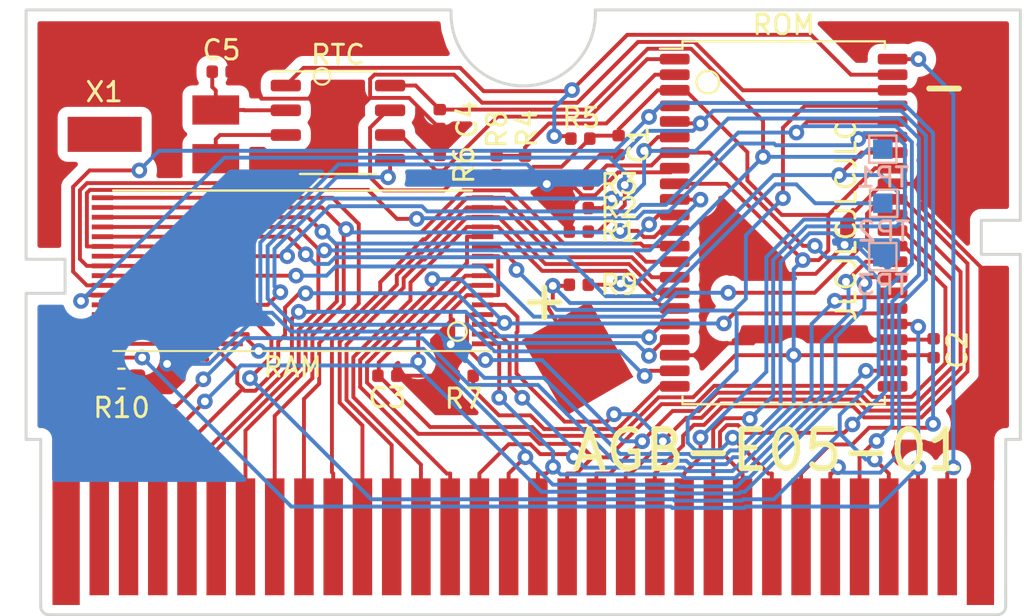
<source format=kicad_pcb>
(kicad_pcb (version 20171130) (host pcbnew "(5.1.2)-2")

  (general
    (thickness 0.8)
    (drawings 26)
    (tracks 914)
    (zones 0)
    (modules 24)
    (nets 46)
  )

  (page A4)
  (layers
    (0 F.Cu signal)
    (31 B.Cu signal)
    (32 B.Adhes user)
    (33 F.Adhes user)
    (34 B.Paste user)
    (35 F.Paste user)
    (36 B.SilkS user)
    (37 F.SilkS user)
    (38 B.Mask user)
    (39 F.Mask user)
    (40 Dwgs.User user)
    (41 Cmts.User user)
    (42 Eco1.User user)
    (43 Eco2.User user)
    (44 Edge.Cuts user)
    (45 Margin user)
    (46 B.CrtYd user)
    (47 F.CrtYd user)
    (48 B.Fab user)
    (49 F.Fab user)
  )

  (setup
    (last_trace_width 0.2)
    (trace_clearance 0.15)
    (zone_clearance 0.508)
    (zone_45_only no)
    (trace_min 0.2)
    (via_size 0.8)
    (via_drill 0.4)
    (via_min_size 0.4)
    (via_min_drill 0.3)
    (uvia_size 0.3)
    (uvia_drill 0.1)
    (uvias_allowed no)
    (uvia_min_size 0.2)
    (uvia_min_drill 0.1)
    (edge_width 0.05)
    (segment_width 0.2)
    (pcb_text_width 0.3)
    (pcb_text_size 1.5 1.5)
    (mod_edge_width 0.12)
    (mod_text_size 1 1)
    (mod_text_width 0.15)
    (pad_size 1.4 6.5)
    (pad_drill 0)
    (pad_to_mask_clearance 0.0508)
    (solder_mask_min_width 0.25)
    (aux_axis_origin 0 0)
    (visible_elements 7FFFFFFF)
    (pcbplotparams
      (layerselection 0x010fc_ffffffff)
      (usegerberextensions false)
      (usegerberattributes false)
      (usegerberadvancedattributes false)
      (creategerberjobfile false)
      (excludeedgelayer true)
      (linewidth 0.100000)
      (plotframeref false)
      (viasonmask false)
      (mode 1)
      (useauxorigin false)
      (hpglpennumber 1)
      (hpglpenspeed 20)
      (hpglpendiameter 15.000000)
      (psnegative false)
      (psa4output false)
      (plotreference true)
      (plotvalue true)
      (plotinvisibletext false)
      (padsonsilk false)
      (subtractmaskfromsilk false)
      (outputformat 1)
      (mirror false)
      (drillshape 0)
      (scaleselection 1)
      (outputdirectory "../Gerbers/"))
  )

  (net 0 "")
  (net 1 "Net-(BT1-Pad1)")
  (net 2 +3V3)
  (net 3 GND)
  (net 4 "Net-(C4-Pad2)")
  (net 5 "Net-(C5-Pad2)")
  (net 6 D5)
  (net 7 D6)
  (net 8 D7)
  (net 9 SIO)
  (net 10 ~INT)
  (net 11 SCK)
  (net 12 "Net-(R7-Pad1)")
  (net 13 "Net-(R8-Pad2)")
  (net 14 IRQ)
  (net 15 CS2)
  (net 16 D4)
  (net 17 D3)
  (net 18 D2)
  (net 19 D1)
  (net 20 D0)
  (net 21 WR)
  (net 22 A15)
  (net 23 A14)
  (net 24 A13)
  (net 25 A12)
  (net 26 A11)
  (net 27 A10)
  (net 28 A9)
  (net 29 A8)
  (net 30 A7)
  (net 31 A6)
  (net 32 A5)
  (net 33 A4)
  (net 34 A3)
  (net 35 A2)
  (net 36 A1)
  (net 37 A0)
  (net 38 CS)
  (net 39 RD)
  (net 40 "Net-(U0-Pad2)")
  (net 41 "Net-(U1-Pad23)")
  (net 42 RTC_CS)
  (net 43 "Net-(U2-Pad9)")
  (net 44 "Net-(U3-Pad3)")
  (net 45 "Net-(X1-Pad2)")

  (net_class Default "This is the default net class."
    (clearance 0.15)
    (trace_width 0.2)
    (via_dia 0.8)
    (via_drill 0.4)
    (uvia_dia 0.3)
    (uvia_drill 0.1)
    (add_net +3V3)
    (add_net A0)
    (add_net A1)
    (add_net A10)
    (add_net A11)
    (add_net A12)
    (add_net A13)
    (add_net A14)
    (add_net A15)
    (add_net A2)
    (add_net A3)
    (add_net A4)
    (add_net A5)
    (add_net A6)
    (add_net A7)
    (add_net A8)
    (add_net A9)
    (add_net CS)
    (add_net CS2)
    (add_net D0)
    (add_net D1)
    (add_net D2)
    (add_net D3)
    (add_net D4)
    (add_net D5)
    (add_net D6)
    (add_net D7)
    (add_net GND)
    (add_net IRQ)
    (add_net "Net-(BT1-Pad1)")
    (add_net "Net-(C4-Pad2)")
    (add_net "Net-(C5-Pad2)")
    (add_net "Net-(R7-Pad1)")
    (add_net "Net-(R8-Pad2)")
    (add_net "Net-(U0-Pad2)")
    (add_net "Net-(U1-Pad23)")
    (add_net "Net-(U2-Pad9)")
    (add_net "Net-(U3-Pad3)")
    (add_net "Net-(X1-Pad2)")
    (add_net RD)
    (add_net RTC_CS)
    (add_net SCK)
    (add_net SIO)
    (add_net WR)
    (add_net ~INT)
  )

  (module NintendoFootprints:GBA-Flash (layer F.Cu) (tedit 5DCDC02F) (tstamp 5DA93FFB)
    (at 140.505 84.008 180)
    (descr "TSOP-I, 32 Pin (http://www.issi.com/WW/pdf/61-64C5128AL.pdf), generated with kicad-footprint-generator ipc_gullwing_generator.py")
    (tags "TSOP-I SO")
    (path /5DA7AB73)
    (attr smd)
    (fp_text reference RAM (at 0 -4.95 180) (layer F.SilkS)
      (effects (font (size 1 1) (thickness 0.15)))
    )
    (fp_text value LE26FV10N1TS (at 0 4.95 180) (layer F.Fab)
      (effects (font (size 1 1) (thickness 0.15)))
    )
    (fp_line (start 2.575 -4) (end 2.575 4) (layer F.Fab) (width 0.1))
    (fp_line (start 0 4.16) (end 0 4.16) (layer B.Fab) (width 0.12))
    (fp_line (start -8.2 -4) (end -9.2 -3) (layer F.Fab) (width 0.1))
    (fp_line (start 9.2 -4.12) (end -10.2 -4.12) (layer F.SilkS) (width 0.1))
    (fp_line (start 10.55 -4.25) (end 10.55 4.25) (layer F.CrtYd) (width 0.05))
    (fp_line (start -10.55 4.25) (end -10.55 -4.25) (layer F.CrtYd) (width 0.05))
    (fp_line (start -9.225 4) (end -9.225 -3) (layer F.Fab) (width 0.1))
    (fp_line (start 10.55 4.25) (end -10.55 4.25) (layer F.CrtYd) (width 0.05))
    (fp_line (start -9.2 4) (end -9.2 -3) (layer F.Fab) (width 0.1))
    (fp_line (start 9.2 -4) (end 9.2 4) (layer F.Fab) (width 0.1))
    (fp_line (start -9.225 -3) (end -8.225 -4) (layer F.Fab) (width 0.1))
    (fp_line (start 5.9 4) (end -5.9 4) (layer F.Fab) (width 0.1))
    (fp_line (start -10.55 -4.25) (end 10.55 -4.25) (layer F.CrtYd) (width 0.05))
    (fp_line (start -4.9 -4) (end 5.9 -4) (layer F.Fab) (width 0.1))
    (fp_line (start -9.2 4.12) (end 9.2 4.12) (layer F.SilkS) (width 0.12))
    (fp_line (start 9.2 4) (end -9.2 4) (layer F.Fab) (width 0.1))
    (fp_line (start -8.2 -4) (end 9.2 -4) (layer F.Fab) (width 0.1))
    (fp_text user %R (at -3.325 0 180) (layer F.Fab)
      (effects (font (size 1 1) (thickness 0.15)))
    )
    (fp_text user %R (at -3.325 0 180) (layer F.Fab)
      (effects (font (size 1 1) (thickness 0.15)))
    )
    (fp_circle (center -8.45312 -3.12166) (end -8.0264 -2.9083) (layer F.SilkS) (width 0.12))
    (pad 25 smd rect (at 3.1 -0.25 180) (size 1.1 0.25) (layers F.Cu F.Paste F.Mask)
      (net 17 D3))
    (pad 29 smd rect (at 3.1 -2.25 180) (size 1.1 0.25) (layers F.Cu F.Paste F.Mask)
      (net 8 D7))
    (pad 26 smd rect (at 3.1 -0.75 180) (size 1.1 0.25) (layers F.Cu F.Paste F.Mask)
      (net 16 D4))
    (pad 31 smd rect (at 3.1 -3.25 180) (size 1.1 0.25) (layers F.Cu F.Paste F.Mask)
      (net 27 A10))
    (pad 24 smd rect (at 3.1 0.25 180) (size 1.1 0.25) (layers F.Cu F.Paste F.Mask)
      (net 3 GND))
    (pad 21 smd rect (at 3.1 1.75 180) (size 1.1 0.25) (layers F.Cu F.Paste F.Mask)
      (net 20 D0))
    (pad 18 smd rect (at 3.1 3.25 180) (size 1.1 0.25) (layers F.Cu F.Paste F.Mask)
      (net 35 A2))
    (pad 17 smd rect (at 3.1 3.75 180) (size 1.1 0.25) (layers F.Cu F.Paste F.Mask)
      (net 34 A3))
    (pad 30 smd rect (at 3.1 -2.75 180) (size 1.1 0.25) (layers F.Cu F.Paste F.Mask)
      (net 15 CS2))
    (pad 19 smd rect (at 3.1 2.75 180) (size 1.1 0.25) (layers F.Cu F.Paste F.Mask)
      (net 36 A1))
    (pad 23 smd rect (at 3.1 0.75 180) (size 1.1 0.25) (layers F.Cu F.Paste F.Mask)
      (net 18 D2))
    (pad 27 smd rect (at 3.1 -1.25 180) (size 1.1 0.25) (layers F.Cu F.Paste F.Mask)
      (net 6 D5))
    (pad 28 smd rect (at 3.1 -1.75 180) (size 1.1 0.25) (layers F.Cu F.Paste F.Mask)
      (net 7 D6))
    (pad 20 smd rect (at 3.1 2.25 180) (size 1.1 0.25) (layers F.Cu F.Paste F.Mask)
      (net 37 A0))
    (pad 22 smd rect (at 3.1 1.25 180) (size 1.1 0.25) (layers F.Cu F.Paste F.Mask)
      (net 19 D1))
    (pad 32 smd rect (at 3.1 -3.75 180) (size 1.1 0.25) (layers F.Cu F.Paste F.Mask)
      (net 39 RD))
    (pad 2 smd rect (at -9.75 -3.25 180) (size 1.1 0.25) (layers F.Cu F.Paste F.Mask)
      (net 28 A9))
    (pad 3 smd rect (at -9.75 -2.75 180) (size 1.1 0.25) (layers F.Cu F.Paste F.Mask)
      (net 29 A8))
    (pad 1 smd rect (at -9.75 -3.75 180) (size 1.1 0.25) (layers F.Cu F.Paste F.Mask)
      (net 26 A11))
    (pad 17 smd rect (at 9.75 3.75 180) (size 1.1 0.25) (layers F.Cu F.Paste F.Mask)
      (net 34 A3))
    (pad 4 smd rect (at -9.75 -2.25 180) (size 1.1 0.25) (layers F.Cu F.Paste F.Mask)
      (net 24 A13))
    (pad 8 smd rect (at -9.75 -0.25 180) (size 1.1 0.25) (layers F.Cu F.Paste F.Mask)
      (net 2 +3V3))
    (pad 11 smd rect (at -9.75 1.25 180) (size 1.1 0.25) (layers F.Cu F.Paste F.Mask)
      (net 22 A15))
    (pad 25 smd rect (at 9.75 -0.25 180) (size 1.1 0.25) (layers F.Cu F.Paste F.Mask)
      (net 17 D3))
    (pad 32 smd rect (at 9.75 -3.75 180) (size 1.1 0.25) (layers F.Cu F.Paste F.Mask)
      (net 39 RD))
    (pad 29 smd rect (at 9.75 -2.25 180) (size 1.1 0.25) (layers F.Cu F.Paste F.Mask)
      (net 8 D7))
    (pad 27 smd rect (at 9.75 -1.25 180) (size 1.1 0.25) (layers F.Cu F.Paste F.Mask)
      (net 6 D5))
    (pad 9 smd rect (at -9.75 0.25 180) (size 1.1 0.25) (layers F.Cu F.Paste F.Mask)
      (net 43 "Net-(U2-Pad9)"))
    (pad 13 smd rect (at -9.75 2.25 180) (size 1.1 0.25) (layers F.Cu F.Paste F.Mask)
      (net 30 A7))
    (pad 15 smd rect (at -9.75 3.25 180) (size 1.1 0.25) (layers F.Cu F.Paste F.Mask)
      (net 32 A5))
    (pad 5 smd rect (at -9.75 -1.75 180) (size 1.1 0.25) (layers F.Cu F.Paste F.Mask)
      (net 23 A14))
    (pad 7 smd rect (at -9.75 -0.75 180) (size 1.1 0.25) (layers F.Cu F.Paste F.Mask)
      (net 21 WR))
    (pad 16 smd rect (at -9.75 3.75 180) (size 1.1 0.25) (layers F.Cu F.Paste F.Mask)
      (net 33 A4))
    (pad 22 smd rect (at 9.75 1.25 180) (size 1.1 0.25) (layers F.Cu F.Paste F.Mask)
      (net 19 D1))
    (pad 24 smd rect (at 9.75 0.25 180) (size 1.1 0.25) (layers F.Cu F.Paste F.Mask)
      (net 3 GND))
    (pad 28 smd rect (at 9.75 -1.75 180) (size 1.1 0.25) (layers F.Cu F.Paste F.Mask)
      (net 7 D6))
    (pad 30 smd rect (at 9.75 -2.75 180) (size 1.1 0.25) (layers F.Cu F.Paste F.Mask)
      (net 15 CS2))
    (pad 21 smd rect (at 9.75 1.75 180) (size 1.1 0.25) (layers F.Cu F.Paste F.Mask)
      (net 20 D0))
    (pad 6 smd rect (at -9.75 -1.25 180) (size 1.1 0.25) (layers F.Cu F.Paste F.Mask)
      (net 3 GND))
    (pad 14 smd rect (at -9.75 2.75 180) (size 1.1 0.25) (layers F.Cu F.Paste F.Mask)
      (net 31 A6))
    (pad 20 smd rect (at 9.75 2.25 180) (size 1.1 0.25) (layers F.Cu F.Paste F.Mask)
      (net 37 A0))
    (pad 23 smd rect (at 9.75 0.75 180) (size 1.1 0.25) (layers F.Cu F.Paste F.Mask)
      (net 18 D2))
    (pad 19 smd rect (at 9.75 2.75 180) (size 1.1 0.25) (layers F.Cu F.Paste F.Mask)
      (net 36 A1))
    (pad 12 smd rect (at -9.75 1.75 180) (size 1.1 0.25) (layers F.Cu F.Paste F.Mask)
      (net 25 A12))
    (pad 18 smd rect (at 9.75 3.25 180) (size 1.1 0.25) (layers F.Cu F.Paste F.Mask)
      (net 35 A2))
    (pad 26 smd rect (at 9.75 -0.75 180) (size 1.1 0.25) (layers F.Cu F.Paste F.Mask)
      (net 16 D4))
    (pad 10 smd rect (at -9.75 0.75 180) (size 1.1 0.25) (layers F.Cu F.Paste F.Mask)
      (net 3 GND))
    (pad 31 smd rect (at 9.75 -3.25 180) (size 1.1 0.25) (layers F.Cu F.Paste F.Mask)
      (net 27 A10))
    (model ${KISYS3DMOD}/Package_SO.3dshapes/TSOP-I-32_11.8x8mm_P0.5mm.wrl
      (offset (xyz -3.3 0 0))
      (scale (xyz 1 1 1))
      (rotate (xyz 0 0 0))
    )
  )

  (module "NintendoFootprints:Crystal GBA" (layer F.Cu) (tedit 5DAB334F) (tstamp 5DA9401D)
    (at 135.367 77.0026)
    (path /5DA80848)
    (fp_text reference X1 (at -4.52092 -2.17422 180) (layer F.SilkS)
      (effects (font (size 1 1) (thickness 0.15)))
    )
    (fp_text value Crystal_GND2 (at -4.76758 -4.6101) (layer F.Fab)
      (effects (font (size 1 1) (thickness 0.15)))
    )
    (pad 1 smd rect (at 1.2 -1.25 90) (size 1.5 2.4) (layers F.Cu F.Paste F.Mask)
      (net 5 "Net-(C5-Pad2)"))
    (pad 3 smd rect (at 1.2 1.25 90) (size 1.5 2.4) (layers F.Cu F.Paste F.Mask)
      (net 44 "Net-(U3-Pad3)"))
    (pad 2 smd rect (at -4.5 0 90) (size 1.8 3.8) (layers F.Cu F.Paste F.Mask)
      (net 45 "Net-(X1-Pad2)"))
  )

  (module NintendoFootprints:CR1616 (layer F.Cu) (tedit 5DA86903) (tstamp 5DA93E40)
    (at 165.088 82.7619 30)
    (path /5DA88FB7)
    (fp_text reference BT1 (at -0.07112 4.97078 30) (layer F.SilkS) hide
      (effects (font (size 1 1) (thickness 0.15)))
    )
    (fp_text value Battery_Cell (at -0.4191 -4.0005 30) (layer F.Fab)
      (effects (font (size 1 1) (thickness 0.15)))
    )
    (fp_text user - (at 11.781757 -2.732762) (layer F.SilkS)
      (effects (font (size 2 2) (thickness 0.3)))
    )
    (fp_text user + (at -11.465291 -3.478957) (layer F.SilkS)
      (effects (font (size 2 2) (thickness 0.3)))
    )
    (pad 1 smd rect (at -11.5 0 30) (size 4 4.5) (layers F.Cu F.Paste F.Mask)
      (net 1 "Net-(BT1-Pad1)"))
    (pad 2 smd rect (at 11.3 0 30) (size 3.6 3) (layers F.Cu F.Paste F.Mask)
      (net 3 GND))
  )

  (module Capacitor_SMD:C_0402_1005Metric (layer F.Cu) (tedit 5B301BBE) (tstamp 5DA93E4F)
    (at 157.231 77.5564 270)
    (descr "Capacitor SMD 0402 (1005 Metric), square (rectangular) end terminal, IPC_7351 nominal, (Body size source: http://www.tortai-tech.com/upload/download/2011102023233369053.pdf), generated with kicad-footprint-generator")
    (tags capacitor)
    (path /5DA93A4E)
    (attr smd)
    (fp_text reference C1 (at -0.02286 -1.0082 270) (layer F.SilkS)
      (effects (font (size 1 1) (thickness 0.15)))
    )
    (fp_text value C (at 0 1.17 90) (layer F.Fab)
      (effects (font (size 1 1) (thickness 0.15)))
    )
    (fp_line (start -0.5 0.25) (end -0.5 -0.25) (layer F.Fab) (width 0.1))
    (fp_line (start -0.5 -0.25) (end 0.5 -0.25) (layer F.Fab) (width 0.1))
    (fp_line (start 0.5 -0.25) (end 0.5 0.25) (layer F.Fab) (width 0.1))
    (fp_line (start 0.5 0.25) (end -0.5 0.25) (layer F.Fab) (width 0.1))
    (fp_line (start -0.93 0.47) (end -0.93 -0.47) (layer F.CrtYd) (width 0.05))
    (fp_line (start -0.93 -0.47) (end 0.93 -0.47) (layer F.CrtYd) (width 0.05))
    (fp_line (start 0.93 -0.47) (end 0.93 0.47) (layer F.CrtYd) (width 0.05))
    (fp_line (start 0.93 0.47) (end -0.93 0.47) (layer F.CrtYd) (width 0.05))
    (fp_text user %R (at 0 0 90) (layer F.Fab)
      (effects (font (size 0.25 0.25) (thickness 0.04)))
    )
    (pad 1 smd roundrect (at -0.485 0 270) (size 0.59 0.64) (layers F.Cu F.Paste F.Mask) (roundrect_rratio 0.25)
      (net 2 +3V3))
    (pad 2 smd roundrect (at 0.485 0 270) (size 0.59 0.64) (layers F.Cu F.Paste F.Mask) (roundrect_rratio 0.25)
      (net 3 GND))
    (model ${KISYS3DMOD}/Capacitor_SMD.3dshapes/C_0402_1005Metric.wrl
      (at (xyz 0 0 0))
      (scale (xyz 1 1 1))
      (rotate (xyz 0 0 0))
    )
  )

  (module Capacitor_SMD:C_0402_1005Metric (layer F.Cu) (tedit 5B301BBE) (tstamp 5DA93E5E)
    (at 173.388 87.9831 90)
    (descr "Capacitor SMD 0402 (1005 Metric), square (rectangular) end terminal, IPC_7351 nominal, (Body size source: http://www.tortai-tech.com/upload/download/2011102023233369053.pdf), generated with kicad-footprint-generator")
    (tags capacitor)
    (path /5DA95A65)
    (attr smd)
    (fp_text reference C2 (at -0.09398 1.21666 270) (layer F.SilkS)
      (effects (font (size 1 1) (thickness 0.15)))
    )
    (fp_text value C (at 0 1.17 90) (layer F.Fab)
      (effects (font (size 1 1) (thickness 0.15)))
    )
    (fp_line (start -0.5 0.25) (end -0.5 -0.25) (layer F.Fab) (width 0.1))
    (fp_line (start -0.5 -0.25) (end 0.5 -0.25) (layer F.Fab) (width 0.1))
    (fp_line (start 0.5 -0.25) (end 0.5 0.25) (layer F.Fab) (width 0.1))
    (fp_line (start 0.5 0.25) (end -0.5 0.25) (layer F.Fab) (width 0.1))
    (fp_line (start -0.93 0.47) (end -0.93 -0.47) (layer F.CrtYd) (width 0.05))
    (fp_line (start -0.93 -0.47) (end 0.93 -0.47) (layer F.CrtYd) (width 0.05))
    (fp_line (start 0.93 -0.47) (end 0.93 0.47) (layer F.CrtYd) (width 0.05))
    (fp_line (start 0.93 0.47) (end -0.93 0.47) (layer F.CrtYd) (width 0.05))
    (fp_text user %R (at 0 0 90) (layer F.Fab)
      (effects (font (size 0.25 0.25) (thickness 0.04)))
    )
    (pad 1 smd roundrect (at -0.485 0 90) (size 0.59 0.64) (layers F.Cu F.Paste F.Mask) (roundrect_rratio 0.25)
      (net 2 +3V3))
    (pad 2 smd roundrect (at 0.485 0 90) (size 0.59 0.64) (layers F.Cu F.Paste F.Mask) (roundrect_rratio 0.25)
      (net 3 GND))
    (model ${KISYS3DMOD}/Capacitor_SMD.3dshapes/C_0402_1005Metric.wrl
      (at (xyz 0 0 0))
      (scale (xyz 1 1 1))
      (rotate (xyz 0 0 0))
    )
  )

  (module Capacitor_SMD:C_0402_1005Metric (layer F.Cu) (tedit 5B301BBE) (tstamp 5DA93E6D)
    (at 145.369 89.3953)
    (descr "Capacitor SMD 0402 (1005 Metric), square (rectangular) end terminal, IPC_7351 nominal, (Body size source: http://www.tortai-tech.com/upload/download/2011102023233369053.pdf), generated with kicad-footprint-generator")
    (tags capacitor)
    (path /5DA96E3A)
    (attr smd)
    (fp_text reference C3 (at 0 1.1303 180) (layer F.SilkS)
      (effects (font (size 1 1) (thickness 0.15)))
    )
    (fp_text value C (at 0 1.17) (layer F.Fab)
      (effects (font (size 1 1) (thickness 0.15)))
    )
    (fp_text user %R (at 0 0) (layer F.Fab)
      (effects (font (size 0.25 0.25) (thickness 0.04)))
    )
    (fp_line (start 0.93 0.47) (end -0.93 0.47) (layer F.CrtYd) (width 0.05))
    (fp_line (start 0.93 -0.47) (end 0.93 0.47) (layer F.CrtYd) (width 0.05))
    (fp_line (start -0.93 -0.47) (end 0.93 -0.47) (layer F.CrtYd) (width 0.05))
    (fp_line (start -0.93 0.47) (end -0.93 -0.47) (layer F.CrtYd) (width 0.05))
    (fp_line (start 0.5 0.25) (end -0.5 0.25) (layer F.Fab) (width 0.1))
    (fp_line (start 0.5 -0.25) (end 0.5 0.25) (layer F.Fab) (width 0.1))
    (fp_line (start -0.5 -0.25) (end 0.5 -0.25) (layer F.Fab) (width 0.1))
    (fp_line (start -0.5 0.25) (end -0.5 -0.25) (layer F.Fab) (width 0.1))
    (pad 2 smd roundrect (at 0.485 0) (size 0.59 0.64) (layers F.Cu F.Paste F.Mask) (roundrect_rratio 0.25)
      (net 3 GND))
    (pad 1 smd roundrect (at -0.485 0) (size 0.59 0.64) (layers F.Cu F.Paste F.Mask) (roundrect_rratio 0.25)
      (net 2 +3V3))
    (model ${KISYS3DMOD}/Capacitor_SMD.3dshapes/C_0402_1005Metric.wrl
      (at (xyz 0 0 0))
      (scale (xyz 1 1 1))
      (rotate (xyz 0 0 0))
    )
  )

  (module Capacitor_SMD:C_0402_1005Metric (layer F.Cu) (tedit 5B301BBE) (tstamp 5DA93E7C)
    (at 148.057 76.2178 90)
    (descr "Capacitor SMD 0402 (1005 Metric), square (rectangular) end terminal, IPC_7351 nominal, (Body size source: http://www.tortai-tech.com/upload/download/2011102023233369053.pdf), generated with kicad-footprint-generator")
    (tags capacitor)
    (path /5DA96E46)
    (attr smd)
    (fp_text reference C4 (at -0.02282 1.40242 270) (layer F.SilkS)
      (effects (font (size 1 1) (thickness 0.15)))
    )
    (fp_text value C (at 0.02032 1.08966 90) (layer F.Fab)
      (effects (font (size 1 1) (thickness 0.15)))
    )
    (fp_text user %R (at 0 0 90) (layer F.Fab)
      (effects (font (size 0.25 0.25) (thickness 0.04)))
    )
    (fp_line (start 0.93 0.47) (end -0.93 0.47) (layer F.CrtYd) (width 0.05))
    (fp_line (start 0.93 -0.47) (end 0.93 0.47) (layer F.CrtYd) (width 0.05))
    (fp_line (start -0.93 -0.47) (end 0.93 -0.47) (layer F.CrtYd) (width 0.05))
    (fp_line (start -0.93 0.47) (end -0.93 -0.47) (layer F.CrtYd) (width 0.05))
    (fp_line (start 0.5 0.25) (end -0.5 0.25) (layer F.Fab) (width 0.1))
    (fp_line (start 0.5 -0.25) (end 0.5 0.25) (layer F.Fab) (width 0.1))
    (fp_line (start -0.5 -0.25) (end 0.5 -0.25) (layer F.Fab) (width 0.1))
    (fp_line (start -0.5 0.25) (end -0.5 -0.25) (layer F.Fab) (width 0.1))
    (pad 2 smd roundrect (at 0.485 0 90) (size 0.59 0.64) (layers F.Cu F.Paste F.Mask) (roundrect_rratio 0.25)
      (net 4 "Net-(C4-Pad2)"))
    (pad 1 smd roundrect (at -0.485 0 90) (size 0.59 0.64) (layers F.Cu F.Paste F.Mask) (roundrect_rratio 0.25)
      (net 3 GND))
    (model ${KISYS3DMOD}/Capacitor_SMD.3dshapes/C_0402_1005Metric.wrl
      (at (xyz 0 0 0))
      (scale (xyz 1 1 1))
      (rotate (xyz 0 0 0))
    )
  )

  (module Capacitor_SMD:C_0402_1005Metric (layer F.Cu) (tedit 5B301BBE) (tstamp 5DA93E8B)
    (at 136.87 73.787 180)
    (descr "Capacitor SMD 0402 (1005 Metric), square (rectangular) end terminal, IPC_7351 nominal, (Body size source: http://www.tortai-tech.com/upload/download/2011102023233369053.pdf), generated with kicad-footprint-generator")
    (tags capacitor)
    (path /5DA835A4)
    (attr smd)
    (fp_text reference C5 (at 0.01016 1.10744) (layer F.SilkS)
      (effects (font (size 1 1) (thickness 0.15)))
    )
    (fp_text value C (at 0 1.17) (layer F.Fab)
      (effects (font (size 1 1) (thickness 0.15)))
    )
    (fp_text user %R (at 0 0) (layer F.Fab)
      (effects (font (size 0.25 0.25) (thickness 0.04)))
    )
    (fp_line (start 0.93 0.47) (end -0.93 0.47) (layer F.CrtYd) (width 0.05))
    (fp_line (start 0.93 -0.47) (end 0.93 0.47) (layer F.CrtYd) (width 0.05))
    (fp_line (start -0.93 -0.47) (end 0.93 -0.47) (layer F.CrtYd) (width 0.05))
    (fp_line (start -0.93 0.47) (end -0.93 -0.47) (layer F.CrtYd) (width 0.05))
    (fp_line (start 0.5 0.25) (end -0.5 0.25) (layer F.Fab) (width 0.1))
    (fp_line (start 0.5 -0.25) (end 0.5 0.25) (layer F.Fab) (width 0.1))
    (fp_line (start -0.5 -0.25) (end 0.5 -0.25) (layer F.Fab) (width 0.1))
    (fp_line (start -0.5 0.25) (end -0.5 -0.25) (layer F.Fab) (width 0.1))
    (pad 2 smd roundrect (at 0.485 0 180) (size 0.59 0.64) (layers F.Cu F.Paste F.Mask) (roundrect_rratio 0.25)
      (net 5 "Net-(C5-Pad2)"))
    (pad 1 smd roundrect (at -0.485 0 180) (size 0.59 0.64) (layers F.Cu F.Paste F.Mask) (roundrect_rratio 0.25)
      (net 3 GND))
    (model ${KISYS3DMOD}/Capacitor_SMD.3dshapes/C_0402_1005Metric.wrl
      (at (xyz 0 0 0))
      (scale (xyz 1 1 1))
      (rotate (xyz 0 0 0))
    )
  )

  (module Resistor_SMD:R_0402_1005Metric (layer F.Cu) (tedit 5B301BBD) (tstamp 5DA93E9A)
    (at 155.189 81.9988)
    (descr "Resistor SMD 0402 (1005 Metric), square (rectangular) end terminal, IPC_7351 nominal, (Body size source: http://www.tortai-tech.com/upload/download/2011102023233369053.pdf), generated with kicad-footprint-generator")
    (tags resistor)
    (path /5DA8BD34)
    (attr smd)
    (fp_text reference R1 (at 2.07772 0) (layer F.SilkS)
      (effects (font (size 1 1) (thickness 0.15)))
    )
    (fp_text value NC (at 0 1.17) (layer F.Fab)
      (effects (font (size 1 1) (thickness 0.15)))
    )
    (fp_text user %R (at 0 0) (layer F.Fab)
      (effects (font (size 0.25 0.25) (thickness 0.04)))
    )
    (fp_line (start 0.93 0.47) (end -0.93 0.47) (layer F.CrtYd) (width 0.05))
    (fp_line (start 0.93 -0.47) (end 0.93 0.47) (layer F.CrtYd) (width 0.05))
    (fp_line (start -0.93 -0.47) (end 0.93 -0.47) (layer F.CrtYd) (width 0.05))
    (fp_line (start -0.93 0.47) (end -0.93 -0.47) (layer F.CrtYd) (width 0.05))
    (fp_line (start 0.5 0.25) (end -0.5 0.25) (layer F.Fab) (width 0.1))
    (fp_line (start 0.5 -0.25) (end 0.5 0.25) (layer F.Fab) (width 0.1))
    (fp_line (start -0.5 -0.25) (end 0.5 -0.25) (layer F.Fab) (width 0.1))
    (fp_line (start -0.5 0.25) (end -0.5 -0.25) (layer F.Fab) (width 0.1))
    (pad 2 smd roundrect (at 0.485 0) (size 0.59 0.64) (layers F.Cu F.Paste F.Mask) (roundrect_rratio 0.25)
      (net 6 D5))
    (pad 1 smd roundrect (at -0.485 0) (size 0.59 0.64) (layers F.Cu F.Paste F.Mask) (roundrect_rratio 0.25)
      (net 3 GND))
    (model ${KISYS3DMOD}/Resistor_SMD.3dshapes/R_0402_1005Metric.wrl
      (at (xyz 0 0 0))
      (scale (xyz 1 1 1))
      (rotate (xyz 0 0 0))
    )
  )

  (module Resistor_SMD:R_0402_1005Metric (layer F.Cu) (tedit 5B301BBD) (tstamp 5DA93EA9)
    (at 155.189 80.7855 180)
    (descr "Resistor SMD 0402 (1005 Metric), square (rectangular) end terminal, IPC_7351 nominal, (Body size source: http://www.tortai-tech.com/upload/download/2011102023233369053.pdf), generated with kicad-footprint-generator")
    (tags resistor)
    (path /5DA8BFD1)
    (attr smd)
    (fp_text reference R2 (at -2.07772 0) (layer F.SilkS)
      (effects (font (size 1 1) (thickness 0.15)))
    )
    (fp_text value NC (at 0 1.17) (layer F.Fab)
      (effects (font (size 1 1) (thickness 0.15)))
    )
    (fp_line (start -0.5 0.25) (end -0.5 -0.25) (layer F.Fab) (width 0.1))
    (fp_line (start -0.5 -0.25) (end 0.5 -0.25) (layer F.Fab) (width 0.1))
    (fp_line (start 0.5 -0.25) (end 0.5 0.25) (layer F.Fab) (width 0.1))
    (fp_line (start 0.5 0.25) (end -0.5 0.25) (layer F.Fab) (width 0.1))
    (fp_line (start -0.93 0.47) (end -0.93 -0.47) (layer F.CrtYd) (width 0.05))
    (fp_line (start -0.93 -0.47) (end 0.93 -0.47) (layer F.CrtYd) (width 0.05))
    (fp_line (start 0.93 -0.47) (end 0.93 0.47) (layer F.CrtYd) (width 0.05))
    (fp_line (start 0.93 0.47) (end -0.93 0.47) (layer F.CrtYd) (width 0.05))
    (fp_text user %R (at 0 0) (layer F.Fab)
      (effects (font (size 0.25 0.25) (thickness 0.04)))
    )
    (pad 1 smd roundrect (at -0.485 0 180) (size 0.59 0.64) (layers F.Cu F.Paste F.Mask) (roundrect_rratio 0.25)
      (net 7 D6))
    (pad 2 smd roundrect (at 0.485 0 180) (size 0.59 0.64) (layers F.Cu F.Paste F.Mask) (roundrect_rratio 0.25)
      (net 3 GND))
    (model ${KISYS3DMOD}/Resistor_SMD.3dshapes/R_0402_1005Metric.wrl
      (at (xyz 0 0 0))
      (scale (xyz 1 1 1))
      (rotate (xyz 0 0 0))
    )
  )

  (module Resistor_SMD:R_0402_1005Metric (layer F.Cu) (tedit 5B301BBD) (tstamp 5DA93EB8)
    (at 155.189 79.5535 180)
    (descr "Resistor SMD 0402 (1005 Metric), square (rectangular) end terminal, IPC_7351 nominal, (Body size source: http://www.tortai-tech.com/upload/download/2011102023233369053.pdf), generated with kicad-footprint-generator")
    (tags resistor)
    (path /5DA8C20B)
    (attr smd)
    (fp_text reference R3 (at -2.07772 0) (layer F.SilkS)
      (effects (font (size 1 1) (thickness 0.15)))
    )
    (fp_text value NC (at 0 1.17) (layer F.Fab)
      (effects (font (size 1 1) (thickness 0.15)))
    )
    (fp_line (start -0.5 0.25) (end -0.5 -0.25) (layer F.Fab) (width 0.1))
    (fp_line (start -0.5 -0.25) (end 0.5 -0.25) (layer F.Fab) (width 0.1))
    (fp_line (start 0.5 -0.25) (end 0.5 0.25) (layer F.Fab) (width 0.1))
    (fp_line (start 0.5 0.25) (end -0.5 0.25) (layer F.Fab) (width 0.1))
    (fp_line (start -0.93 0.47) (end -0.93 -0.47) (layer F.CrtYd) (width 0.05))
    (fp_line (start -0.93 -0.47) (end 0.93 -0.47) (layer F.CrtYd) (width 0.05))
    (fp_line (start 0.93 -0.47) (end 0.93 0.47) (layer F.CrtYd) (width 0.05))
    (fp_line (start 0.93 0.47) (end -0.93 0.47) (layer F.CrtYd) (width 0.05))
    (fp_text user %R (at 0 0) (layer F.Fab)
      (effects (font (size 0.25 0.25) (thickness 0.04)))
    )
    (pad 1 smd roundrect (at -0.485 0 180) (size 0.59 0.64) (layers F.Cu F.Paste F.Mask) (roundrect_rratio 0.25)
      (net 8 D7))
    (pad 2 smd roundrect (at 0.485 0 180) (size 0.59 0.64) (layers F.Cu F.Paste F.Mask) (roundrect_rratio 0.25)
      (net 3 GND))
    (model ${KISYS3DMOD}/Resistor_SMD.3dshapes/R_0402_1005Metric.wrl
      (at (xyz 0 0 0))
      (scale (xyz 1 1 1))
      (rotate (xyz 0 0 0))
    )
  )

  (module Resistor_SMD:R_0402_1005Metric (layer F.Cu) (tedit 5B301BBD) (tstamp 5DA93EC7)
    (at 152.433 78.6105 90)
    (descr "Resistor SMD 0402 (1005 Metric), square (rectangular) end terminal, IPC_7351 nominal, (Body size source: http://www.tortai-tech.com/upload/download/2011102023233369053.pdf), generated with kicad-footprint-generator")
    (tags resistor)
    (path /5DA8B1E8)
    (attr smd)
    (fp_text reference R4 (at 1.90752 0.0893 90) (layer F.SilkS)
      (effects (font (size 1 1) (thickness 0.15)))
    )
    (fp_text value 10K (at 0 1.17 90) (layer F.Fab)
      (effects (font (size 1 1) (thickness 0.15)))
    )
    (fp_line (start -0.5 0.25) (end -0.5 -0.25) (layer F.Fab) (width 0.1))
    (fp_line (start -0.5 -0.25) (end 0.5 -0.25) (layer F.Fab) (width 0.1))
    (fp_line (start 0.5 -0.25) (end 0.5 0.25) (layer F.Fab) (width 0.1))
    (fp_line (start 0.5 0.25) (end -0.5 0.25) (layer F.Fab) (width 0.1))
    (fp_line (start -0.93 0.47) (end -0.93 -0.47) (layer F.CrtYd) (width 0.05))
    (fp_line (start -0.93 -0.47) (end 0.93 -0.47) (layer F.CrtYd) (width 0.05))
    (fp_line (start 0.93 -0.47) (end 0.93 0.47) (layer F.CrtYd) (width 0.05))
    (fp_line (start 0.93 0.47) (end -0.93 0.47) (layer F.CrtYd) (width 0.05))
    (fp_text user %R (at 0 0 90) (layer F.Fab)
      (effects (font (size 0.25 0.25) (thickness 0.04)))
    )
    (pad 1 smd roundrect (at -0.485 0 90) (size 0.59 0.64) (layers F.Cu F.Paste F.Mask) (roundrect_rratio 0.25)
      (net 2 +3V3))
    (pad 2 smd roundrect (at 0.485 0 90) (size 0.59 0.64) (layers F.Cu F.Paste F.Mask) (roundrect_rratio 0.25)
      (net 9 SIO))
    (model ${KISYS3DMOD}/Resistor_SMD.3dshapes/R_0402_1005Metric.wrl
      (at (xyz 0 0 0))
      (scale (xyz 1 1 1))
      (rotate (xyz 0 0 0))
    )
  )

  (module Resistor_SMD:R_0402_1005Metric (layer F.Cu) (tedit 5B301BBD) (tstamp 5DA93ED6)
    (at 155.268 77.2236 180)
    (descr "Resistor SMD 0402 (1005 Metric), square (rectangular) end terminal, IPC_7351 nominal, (Body size source: http://www.tortai-tech.com/upload/download/2011102023233369053.pdf), generated with kicad-footprint-generator")
    (tags resistor)
    (path /5DA8AC92)
    (attr smd)
    (fp_text reference R5 (at -0.04572 1.0668) (layer F.SilkS)
      (effects (font (size 1 1) (thickness 0.15)))
    )
    (fp_text value 10K (at 0 1.17) (layer F.Fab)
      (effects (font (size 1 1) (thickness 0.15)))
    )
    (fp_line (start -0.5 0.25) (end -0.5 -0.25) (layer F.Fab) (width 0.1))
    (fp_line (start -0.5 -0.25) (end 0.5 -0.25) (layer F.Fab) (width 0.1))
    (fp_line (start 0.5 -0.25) (end 0.5 0.25) (layer F.Fab) (width 0.1))
    (fp_line (start 0.5 0.25) (end -0.5 0.25) (layer F.Fab) (width 0.1))
    (fp_line (start -0.93 0.47) (end -0.93 -0.47) (layer F.CrtYd) (width 0.05))
    (fp_line (start -0.93 -0.47) (end 0.93 -0.47) (layer F.CrtYd) (width 0.05))
    (fp_line (start 0.93 -0.47) (end 0.93 0.47) (layer F.CrtYd) (width 0.05))
    (fp_line (start 0.93 0.47) (end -0.93 0.47) (layer F.CrtYd) (width 0.05))
    (fp_text user %R (at 0 0) (layer F.Fab)
      (effects (font (size 0.25 0.25) (thickness 0.04)))
    )
    (pad 1 smd roundrect (at -0.485 0 180) (size 0.59 0.64) (layers F.Cu F.Paste F.Mask) (roundrect_rratio 0.25)
      (net 2 +3V3))
    (pad 2 smd roundrect (at 0.485 0 180) (size 0.59 0.64) (layers F.Cu F.Paste F.Mask) (roundrect_rratio 0.25)
      (net 10 ~INT))
    (model ${KISYS3DMOD}/Resistor_SMD.3dshapes/R_0402_1005Metric.wrl
      (at (xyz 0 0 0))
      (scale (xyz 1 1 1))
      (rotate (xyz 0 0 0))
    )
  )

  (module Resistor_SMD:R_0402_1005Metric (layer F.Cu) (tedit 5B301BBD) (tstamp 5DA93EE5)
    (at 148.057 78.5724 270)
    (descr "Resistor SMD 0402 (1005 Metric), square (rectangular) end terminal, IPC_7351 nominal, (Body size source: http://www.tortai-tech.com/upload/download/2011102023233369053.pdf), generated with kicad-footprint-generator")
    (tags resistor)
    (path /5DA8B72F)
    (attr smd)
    (fp_text reference R6 (at 0 -1.24968 90) (layer F.SilkS)
      (effects (font (size 1 1) (thickness 0.15)))
    )
    (fp_text value 100K (at 0 1.17 90) (layer F.Fab)
      (effects (font (size 1 1) (thickness 0.15)))
    )
    (fp_text user %R (at 0 0 90) (layer F.Fab)
      (effects (font (size 0.25 0.25) (thickness 0.04)))
    )
    (fp_line (start 0.93 0.47) (end -0.93 0.47) (layer F.CrtYd) (width 0.05))
    (fp_line (start 0.93 -0.47) (end 0.93 0.47) (layer F.CrtYd) (width 0.05))
    (fp_line (start -0.93 -0.47) (end 0.93 -0.47) (layer F.CrtYd) (width 0.05))
    (fp_line (start -0.93 0.47) (end -0.93 -0.47) (layer F.CrtYd) (width 0.05))
    (fp_line (start 0.5 0.25) (end -0.5 0.25) (layer F.Fab) (width 0.1))
    (fp_line (start 0.5 -0.25) (end 0.5 0.25) (layer F.Fab) (width 0.1))
    (fp_line (start -0.5 -0.25) (end 0.5 -0.25) (layer F.Fab) (width 0.1))
    (fp_line (start -0.5 0.25) (end -0.5 -0.25) (layer F.Fab) (width 0.1))
    (pad 2 smd roundrect (at 0.485 0 270) (size 0.59 0.64) (layers F.Cu F.Paste F.Mask) (roundrect_rratio 0.25)
      (net 11 SCK))
    (pad 1 smd roundrect (at -0.485 0 270) (size 0.59 0.64) (layers F.Cu F.Paste F.Mask) (roundrect_rratio 0.25)
      (net 3 GND))
    (model ${KISYS3DMOD}/Resistor_SMD.3dshapes/R_0402_1005Metric.wrl
      (at (xyz 0 0 0))
      (scale (xyz 1 1 1))
      (rotate (xyz 0 0 0))
    )
  )

  (module Resistor_SMD:R_0402_1005Metric (layer F.Cu) (tedit 5B301BBD) (tstamp 5DA93EF4)
    (at 149.286 89.4004 180)
    (descr "Resistor SMD 0402 (1005 Metric), square (rectangular) end terminal, IPC_7351 nominal, (Body size source: http://www.tortai-tech.com/upload/download/2011102023233369053.pdf), generated with kicad-footprint-generator")
    (tags resistor)
    (path /5DA8A0E9)
    (attr smd)
    (fp_text reference R7 (at 0 -1.17) (layer F.SilkS)
      (effects (font (size 1 1) (thickness 0.15)))
    )
    (fp_text value 100K (at 0 1.17) (layer F.Fab)
      (effects (font (size 1 1) (thickness 0.15)))
    )
    (fp_text user %R (at 0 0) (layer F.Fab)
      (effects (font (size 0.25 0.25) (thickness 0.04)))
    )
    (fp_line (start 0.93 0.47) (end -0.93 0.47) (layer F.CrtYd) (width 0.05))
    (fp_line (start 0.93 -0.47) (end 0.93 0.47) (layer F.CrtYd) (width 0.05))
    (fp_line (start -0.93 -0.47) (end 0.93 -0.47) (layer F.CrtYd) (width 0.05))
    (fp_line (start -0.93 0.47) (end -0.93 -0.47) (layer F.CrtYd) (width 0.05))
    (fp_line (start 0.5 0.25) (end -0.5 0.25) (layer F.Fab) (width 0.1))
    (fp_line (start 0.5 -0.25) (end 0.5 0.25) (layer F.Fab) (width 0.1))
    (fp_line (start -0.5 -0.25) (end 0.5 -0.25) (layer F.Fab) (width 0.1))
    (fp_line (start -0.5 0.25) (end -0.5 -0.25) (layer F.Fab) (width 0.1))
    (pad 2 smd roundrect (at 0.485 0 180) (size 0.59 0.64) (layers F.Cu F.Paste F.Mask) (roundrect_rratio 0.25)
      (net 3 GND))
    (pad 1 smd roundrect (at -0.485 0 180) (size 0.59 0.64) (layers F.Cu F.Paste F.Mask) (roundrect_rratio 0.25)
      (net 12 "Net-(R7-Pad1)"))
    (model ${KISYS3DMOD}/Resistor_SMD.3dshapes/R_0402_1005Metric.wrl
      (at (xyz 0 0 0))
      (scale (xyz 1 1 1))
      (rotate (xyz 0 0 0))
    )
  )

  (module Resistor_SMD:R_0402_1005Metric (layer F.Cu) (tedit 5B301BBD) (tstamp 5DA93F03)
    (at 150.97 78.5876 270)
    (descr "Resistor SMD 0402 (1005 Metric), square (rectangular) end terminal, IPC_7351 nominal, (Body size source: http://www.tortai-tech.com/upload/download/2011102023233369053.pdf), generated with kicad-footprint-generator")
    (tags resistor)
    (path /5DA8B3EF)
    (attr smd)
    (fp_text reference R8 (at -1.84654 -0.02034 90) (layer F.SilkS)
      (effects (font (size 1 1) (thickness 0.15)))
    )
    (fp_text value 1K (at 0 1.17 90) (layer F.Fab)
      (effects (font (size 1 1) (thickness 0.15)))
    )
    (fp_text user %R (at 0 0 90) (layer F.Fab)
      (effects (font (size 0.25 0.25) (thickness 0.04)))
    )
    (fp_line (start 0.93 0.47) (end -0.93 0.47) (layer F.CrtYd) (width 0.05))
    (fp_line (start 0.93 -0.47) (end 0.93 0.47) (layer F.CrtYd) (width 0.05))
    (fp_line (start -0.93 -0.47) (end 0.93 -0.47) (layer F.CrtYd) (width 0.05))
    (fp_line (start -0.93 0.47) (end -0.93 -0.47) (layer F.CrtYd) (width 0.05))
    (fp_line (start 0.5 0.25) (end -0.5 0.25) (layer F.Fab) (width 0.1))
    (fp_line (start 0.5 -0.25) (end 0.5 0.25) (layer F.Fab) (width 0.1))
    (fp_line (start -0.5 -0.25) (end 0.5 -0.25) (layer F.Fab) (width 0.1))
    (fp_line (start -0.5 0.25) (end -0.5 -0.25) (layer F.Fab) (width 0.1))
    (pad 2 smd roundrect (at 0.485 0 270) (size 0.59 0.64) (layers F.Cu F.Paste F.Mask) (roundrect_rratio 0.25)
      (net 13 "Net-(R8-Pad2)"))
    (pad 1 smd roundrect (at -0.485 0 270) (size 0.59 0.64) (layers F.Cu F.Paste F.Mask) (roundrect_rratio 0.25)
      (net 9 SIO))
    (model ${KISYS3DMOD}/Resistor_SMD.3dshapes/R_0402_1005Metric.wrl
      (at (xyz 0 0 0))
      (scale (xyz 1 1 1))
      (rotate (xyz 0 0 0))
    )
  )

  (module Resistor_SMD:R_0402_1005Metric (layer F.Cu) (tedit 5B301BBD) (tstamp 5DA93F12)
    (at 155.189 84.7242)
    (descr "Resistor SMD 0402 (1005 Metric), square (rectangular) end terminal, IPC_7351 nominal, (Body size source: http://www.tortai-tech.com/upload/download/2011102023233369053.pdf), generated with kicad-footprint-generator")
    (tags resistor)
    (path /5DA8AFED)
    (attr smd)
    (fp_text reference R9 (at 2.07272 0) (layer F.SilkS)
      (effects (font (size 1 1) (thickness 0.15)))
    )
    (fp_text value 10K (at 0 1.17) (layer F.Fab)
      (effects (font (size 1 1) (thickness 0.15)))
    )
    (fp_text user %R (at 0 0) (layer F.Fab)
      (effects (font (size 0.25 0.25) (thickness 0.04)))
    )
    (fp_line (start 0.93 0.47) (end -0.93 0.47) (layer F.CrtYd) (width 0.05))
    (fp_line (start 0.93 -0.47) (end 0.93 0.47) (layer F.CrtYd) (width 0.05))
    (fp_line (start -0.93 -0.47) (end 0.93 -0.47) (layer F.CrtYd) (width 0.05))
    (fp_line (start -0.93 0.47) (end -0.93 -0.47) (layer F.CrtYd) (width 0.05))
    (fp_line (start 0.5 0.25) (end -0.5 0.25) (layer F.Fab) (width 0.1))
    (fp_line (start 0.5 -0.25) (end 0.5 0.25) (layer F.Fab) (width 0.1))
    (fp_line (start -0.5 -0.25) (end 0.5 -0.25) (layer F.Fab) (width 0.1))
    (fp_line (start -0.5 0.25) (end -0.5 -0.25) (layer F.Fab) (width 0.1))
    (pad 2 smd roundrect (at 0.485 0) (size 0.59 0.64) (layers F.Cu F.Paste F.Mask) (roundrect_rratio 0.25)
      (net 4 "Net-(C4-Pad2)"))
    (pad 1 smd roundrect (at -0.485 0) (size 0.59 0.64) (layers F.Cu F.Paste F.Mask) (roundrect_rratio 0.25)
      (net 1 "Net-(BT1-Pad1)"))
    (model ${KISYS3DMOD}/Resistor_SMD.3dshapes/R_0402_1005Metric.wrl
      (at (xyz 0 0 0))
      (scale (xyz 1 1 1))
      (rotate (xyz 0 0 0))
    )
  )

  (module Resistor_SMD:R_0603_1608Metric (layer F.Cu) (tedit 5B301BBD) (tstamp 5DA93F23)
    (at 131.727 89.5452)
    (descr "Resistor SMD 0603 (1608 Metric), square (rectangular) end terminal, IPC_7351 nominal, (Body size source: http://www.tortai-tech.com/upload/download/2011102023233369053.pdf), generated with kicad-footprint-generator")
    (tags resistor)
    (path /5DA8B7FD)
    (attr smd)
    (fp_text reference R10 (at 0.01016 1.49606) (layer F.SilkS)
      (effects (font (size 1 1) (thickness 0.15)))
    )
    (fp_text value 2K (at 0 1.43) (layer F.Fab)
      (effects (font (size 1 1) (thickness 0.15)))
    )
    (fp_line (start -0.8 0.4) (end -0.8 -0.4) (layer F.Fab) (width 0.1))
    (fp_line (start -0.8 -0.4) (end 0.8 -0.4) (layer F.Fab) (width 0.1))
    (fp_line (start 0.8 -0.4) (end 0.8 0.4) (layer F.Fab) (width 0.1))
    (fp_line (start 0.8 0.4) (end -0.8 0.4) (layer F.Fab) (width 0.1))
    (fp_line (start -0.162779 -0.51) (end 0.162779 -0.51) (layer F.SilkS) (width 0.12))
    (fp_line (start -0.162779 0.51) (end 0.162779 0.51) (layer F.SilkS) (width 0.12))
    (fp_line (start -1.48 0.73) (end -1.48 -0.73) (layer F.CrtYd) (width 0.05))
    (fp_line (start -1.48 -0.73) (end 1.48 -0.73) (layer F.CrtYd) (width 0.05))
    (fp_line (start 1.48 -0.73) (end 1.48 0.73) (layer F.CrtYd) (width 0.05))
    (fp_line (start 1.48 0.73) (end -1.48 0.73) (layer F.CrtYd) (width 0.05))
    (fp_text user %R (at 0 0) (layer F.Fab)
      (effects (font (size 0.4 0.4) (thickness 0.06)))
    )
    (pad 1 smd roundrect (at -0.7875 0) (size 0.875 0.95) (layers F.Cu F.Paste F.Mask) (roundrect_rratio 0.25)
      (net 2 +3V3))
    (pad 2 smd roundrect (at 0.7875 0) (size 0.875 0.95) (layers F.Cu F.Paste F.Mask) (roundrect_rratio 0.25)
      (net 3 GND))
    (model ${KISYS3DMOD}/Resistor_SMD.3dshapes/R_0603_1608Metric.wrl
      (at (xyz 0 0 0))
      (scale (xyz 1 1 1))
      (rotate (xyz 0 0 0))
    )
  )

  (module TestPoint:TestPoint_Pad_1.0x1.0mm (layer B.Cu) (tedit 5A0F774F) (tstamp 5DA93F31)
    (at 170.782 77.7646)
    (descr "SMD rectangular pad as test Point, square 1.0mm side length")
    (tags "test point SMD pad rectangle square")
    (path /5DCEC5FB)
    (attr virtual)
    (fp_text reference TP1 (at 0 1.448) (layer B.SilkS)
      (effects (font (size 1 1) (thickness 0.15)) (justify mirror))
    )
    (fp_text value TestPoint (at 0 -1.55) (layer B.Fab)
      (effects (font (size 1 1) (thickness 0.15)) (justify mirror))
    )
    (fp_text user %R (at 0 1.45) (layer B.Fab)
      (effects (font (size 1 1) (thickness 0.15)) (justify mirror))
    )
    (fp_line (start -0.7 0.7) (end 0.7 0.7) (layer B.SilkS) (width 0.12))
    (fp_line (start 0.7 0.7) (end 0.7 -0.7) (layer B.SilkS) (width 0.12))
    (fp_line (start 0.7 -0.7) (end -0.7 -0.7) (layer B.SilkS) (width 0.12))
    (fp_line (start -0.7 -0.7) (end -0.7 0.7) (layer B.SilkS) (width 0.12))
    (fp_line (start -1 1) (end 1 1) (layer B.CrtYd) (width 0.05))
    (fp_line (start -1 1) (end -1 -1) (layer B.CrtYd) (width 0.05))
    (fp_line (start 1 -1) (end 1 1) (layer B.CrtYd) (width 0.05))
    (fp_line (start 1 -1) (end -1 -1) (layer B.CrtYd) (width 0.05))
    (pad 1 smd rect (at 0 0) (size 1 1) (layers B.Cu B.Mask)
      (net 4 "Net-(C4-Pad2)"))
  )

  (module TestPoint:TestPoint_Pad_1.0x1.0mm (layer B.Cu) (tedit 5DA86996) (tstamp 5DA93F3F)
    (at 170.828 80.5408)
    (descr "SMD rectangular pad as test Point, square 1.0mm side length")
    (tags "test point SMD pad rectangle square")
    (path /5DCEE3A9)
    (attr virtual)
    (fp_text reference TP2 (at 0 1.448) (layer B.SilkS)
      (effects (font (size 1 1) (thickness 0.15)) (justify mirror))
    )
    (fp_text value TestPoint (at 0 -1.55) (layer B.Fab)
      (effects (font (size 1 1) (thickness 0.15)) (justify mirror))
    )
    (fp_line (start 1 -1) (end -1 -1) (layer B.CrtYd) (width 0.05))
    (fp_line (start 1 -1) (end 1 1) (layer B.CrtYd) (width 0.05))
    (fp_line (start -1 1) (end -1 -1) (layer B.CrtYd) (width 0.05))
    (fp_line (start -1 1) (end 1 1) (layer B.CrtYd) (width 0.05))
    (fp_line (start -0.7 -0.7) (end -0.7 0.7) (layer B.SilkS) (width 0.12))
    (fp_line (start 0.7 -0.7) (end -0.7 -0.7) (layer B.SilkS) (width 0.12))
    (fp_line (start 0.7 0.7) (end 0.7 -0.7) (layer B.SilkS) (width 0.12))
    (fp_line (start -0.7 0.7) (end 0.7 0.7) (layer B.SilkS) (width 0.12))
    (fp_text user %R (at 0 1.45) (layer B.Fab)
      (effects (font (size 1 1) (thickness 0.15)) (justify mirror))
    )
    (pad 1 smd rect (at -0.04572 0) (size 1 1) (layers B.Cu B.Mask)
      (net 1 "Net-(BT1-Pad1)"))
  )

  (module TestPoint:TestPoint_Pad_1.0x1.0mm (layer B.Cu) (tedit 5A0F774F) (tstamp 5DA93F4D)
    (at 170.782 83.2815)
    (descr "SMD rectangular pad as test Point, square 1.0mm side length")
    (tags "test point SMD pad rectangle square")
    (path /5DCF45D9)
    (attr virtual)
    (fp_text reference TP3 (at 0 1.448) (layer B.SilkS)
      (effects (font (size 1 1) (thickness 0.15)) (justify mirror))
    )
    (fp_text value TestPoint (at 0 -1.55) (layer B.Fab)
      (effects (font (size 1 1) (thickness 0.15)) (justify mirror))
    )
    (fp_text user %R (at 0 1.45) (layer B.Fab)
      (effects (font (size 1 1) (thickness 0.15)) (justify mirror))
    )
    (fp_line (start -0.7 0.7) (end 0.7 0.7) (layer B.SilkS) (width 0.12))
    (fp_line (start 0.7 0.7) (end 0.7 -0.7) (layer B.SilkS) (width 0.12))
    (fp_line (start 0.7 -0.7) (end -0.7 -0.7) (layer B.SilkS) (width 0.12))
    (fp_line (start -0.7 -0.7) (end -0.7 0.7) (layer B.SilkS) (width 0.12))
    (fp_line (start -1 1) (end 1 1) (layer B.CrtYd) (width 0.05))
    (fp_line (start -1 1) (end -1 -1) (layer B.CrtYd) (width 0.05))
    (fp_line (start 1 -1) (end 1 1) (layer B.CrtYd) (width 0.05))
    (fp_line (start 1 -1) (end -1 -1) (layer B.CrtYd) (width 0.05))
    (pad 1 smd rect (at 0 0) (size 1 1) (layers B.Cu B.Mask)
      (net 3 GND))
  )

  (module NintendoFootprints:CartBus (layer F.Cu) (tedit 5DA873DE) (tstamp 5DA93F71)
    (at 128.19 94.6658)
    (descr "Connector Pads for Gameboy Cartridges")
    (path /5DA75E69)
    (fp_text reference U0 (at 23.12 -2.565) (layer F.SilkS) hide
      (effects (font (size 1.27 1.27) (thickness 0.15)))
    )
    (fp_text value CartBus (at 24.49 -7.525) (layer F.SilkS) hide
      (effects (font (size 1.27 1.27) (thickness 0.15)))
    )
    (pad 32 smd rect (at 47.6 3.25 180) (size 1.4 6.5) (layers F.Cu F.Paste F.Mask)
      (net 3 GND) (solder_mask_margin 0.0508))
    (pad 31 smd rect (at 45.9 3) (size 1 6) (layers F.Cu F.Paste F.Mask)
      (net 14 IRQ) (solder_mask_margin 0.0508))
    (pad 30 smd rect (at 44.4 3) (size 1 6) (layers F.Cu F.Paste F.Mask)
      (net 15 CS2) (solder_mask_margin 0.0508))
    (pad 29 smd rect (at 42.9 3) (size 1 6) (layers F.Cu F.Paste F.Mask)
      (net 8 D7) (solder_mask_margin 0.0508))
    (pad 28 smd rect (at 41.4 3) (size 1 6) (layers F.Cu F.Paste F.Mask)
      (net 7 D6) (solder_mask_margin 0.0508))
    (pad 27 smd rect (at 39.9 3) (size 1 6) (layers F.Cu F.Paste F.Mask)
      (net 6 D5) (solder_mask_margin 0.0508))
    (pad 26 smd rect (at 38.4 3) (size 1 6) (layers F.Cu F.Paste F.Mask)
      (net 16 D4) (solder_mask_margin 0.0508))
    (pad 25 smd rect (at 36.9 3) (size 1 6) (layers F.Cu F.Paste F.Mask)
      (net 17 D3) (solder_mask_margin 0.0508))
    (pad 24 smd rect (at 35.4 3) (size 1 6) (layers F.Cu F.Paste F.Mask)
      (net 18 D2) (solder_mask_margin 0.0508))
    (pad 23 smd rect (at 33.9 3) (size 1 6) (layers F.Cu F.Paste F.Mask)
      (net 19 D1) (solder_mask_margin 0.0508))
    (pad 22 smd rect (at 32.4 3) (size 1 6) (layers F.Cu F.Paste F.Mask)
      (net 20 D0) (solder_mask_margin 0.0508))
    (pad 3 smd rect (at 3.9 3 180) (size 1 6) (layers F.Cu F.Paste F.Mask)
      (net 21 WR) (solder_mask_margin 0.0508))
    (pad 21 smd rect (at 30.9 3) (size 1 6) (layers F.Cu F.Paste F.Mask)
      (net 22 A15) (solder_mask_margin 0.0508))
    (pad 20 smd rect (at 29.4 3) (size 1 6) (layers F.Cu F.Paste F.Mask)
      (net 23 A14) (solder_mask_margin 0.0508))
    (pad 19 smd rect (at 27.9 3) (size 1 6) (layers F.Cu F.Paste F.Mask)
      (net 24 A13) (solder_mask_margin 0.0508))
    (pad 18 smd rect (at 26.4 3) (size 1 6) (layers F.Cu F.Paste F.Mask)
      (net 25 A12) (solder_mask_margin 0.0508))
    (pad 17 smd rect (at 24.9 3) (size 1 6) (layers F.Cu F.Paste F.Mask)
      (net 26 A11) (solder_mask_margin 0.0508))
    (pad 16 smd rect (at 23.4 3) (size 1 6) (layers F.Cu F.Paste F.Mask)
      (net 27 A10) (solder_mask_margin 0.0508))
    (pad 15 smd rect (at 21.9 3) (size 1 6) (layers F.Cu F.Paste F.Mask)
      (net 28 A9) (solder_mask_margin 0.0508))
    (pad 14 smd rect (at 20.4 3) (size 1 6) (layers F.Cu F.Paste F.Mask)
      (net 29 A8) (solder_mask_margin 0.0508))
    (pad 13 smd rect (at 18.9 3) (size 1 6) (layers F.Cu F.Paste F.Mask)
      (net 30 A7) (solder_mask_margin 0.0508))
    (pad 12 smd rect (at 17.4 3) (size 1 6) (layers F.Cu F.Paste F.Mask)
      (net 31 A6) (solder_mask_margin 0.0508))
    (pad 11 smd rect (at 15.9 3) (size 1 6) (layers F.Cu F.Paste F.Mask)
      (net 32 A5) (solder_mask_margin 0.0508))
    (pad 10 smd rect (at 14.4 3) (size 1 6) (layers F.Cu F.Paste F.Mask)
      (net 33 A4) (solder_mask_margin 0.0508))
    (pad 9 smd rect (at 12.9 3) (size 1 6) (layers F.Cu F.Paste F.Mask)
      (net 34 A3) (solder_mask_margin 0.0508))
    (pad 8 smd rect (at 11.4 3) (size 1 6) (layers F.Cu F.Paste F.Mask)
      (net 35 A2) (solder_mask_margin 0.0508))
    (pad 7 smd rect (at 9.9 3) (size 1 6) (layers F.Cu F.Paste F.Mask)
      (net 36 A1) (solder_mask_margin 0.0508))
    (pad 6 smd rect (at 8.4 3) (size 1 6) (layers F.Cu F.Paste F.Mask)
      (net 37 A0) (solder_mask_margin 0.0508))
    (pad 5 smd rect (at 6.9 3) (size 1 6) (layers F.Cu F.Paste F.Mask)
      (net 38 CS) (solder_mask_margin 0.0508))
    (pad 4 smd rect (at 5.4 3 180) (size 1 6) (layers F.Cu F.Paste F.Mask)
      (net 39 RD) (solder_mask_margin 0.0508))
    (pad 2 smd rect (at 2.4 3) (size 1 6) (layers F.Cu F.Paste F.Mask)
      (net 40 "Net-(U0-Pad2)") (solder_mask_margin 0.0508))
    (pad 1 smd rect (at 0.7 3.25 180) (size 1.4 6.5) (layers F.Cu F.Paste F.Mask)
      (net 2 +3V3) (solder_mask_margin 0.0508))
  )

  (module Package_SO:TSOP-II-44_10.16x18.41mm_P0.8mm (layer F.Cu) (tedit 5B9EAF40) (tstamp 5DA954B6)
    (at 165.697 81.5416)
    (descr "TSOP-II, 44 Pin (http://www.issi.com/WW/pdf/61-64C5128AL.pdf), generated with kicad-footprint-generator ipc_gullwing_generator.py")
    (tags "TSOP-II SO")
    (path /5DAAD3E6)
    (attr smd)
    (fp_text reference ROM (at 0 -10.16) (layer F.SilkS)
      (effects (font (size 1 1) (thickness 0.15)))
    )
    (fp_text value R27V12813M (at 0 10.16) (layer F.Fab)
      (effects (font (size 1 1) (thickness 0.15)))
    )
    (fp_line (start 0 9.315) (end 0 9.315) (layer B.Fab) (width 0.12))
    (fp_line (start 0 9.315) (end 5.19 9.315) (layer F.SilkS) (width 0.12))
    (fp_line (start 5.19 9.315) (end 5.19 8.935) (layer F.SilkS) (width 0.12))
    (fp_line (start 0 9.315) (end -5.19 9.315) (layer F.SilkS) (width 0.12))
    (fp_line (start -5.19 9.315) (end -5.19 8.935) (layer F.SilkS) (width 0.12))
    (fp_line (start 0 -9.315) (end 5.19 -9.315) (layer F.SilkS) (width 0.12))
    (fp_line (start 5.19 -9.315) (end 5.19 -8.935) (layer F.SilkS) (width 0.12))
    (fp_line (start 0 -9.315) (end -5.19 -9.315) (layer F.SilkS) (width 0.12))
    (fp_line (start -5.19 -9.315) (end -5.19 -8.935) (layer F.SilkS) (width 0.12))
    (fp_line (start -5.19 -8.935) (end -6.35 -8.935) (layer F.SilkS) (width 0.12))
    (fp_line (start -4.08 -9.205) (end 5.08 -9.205) (layer F.Fab) (width 0.1))
    (fp_line (start 5.08 -9.205) (end 5.08 9.205) (layer F.Fab) (width 0.1))
    (fp_line (start 5.08 9.205) (end -5.08 9.205) (layer F.Fab) (width 0.1))
    (fp_line (start -5.08 9.205) (end -5.08 -8.205) (layer F.Fab) (width 0.1))
    (fp_line (start -5.08 -8.205) (end -4.08 -9.205) (layer F.Fab) (width 0.1))
    (fp_line (start -6.6 -9.46) (end -6.6 9.46) (layer F.CrtYd) (width 0.05))
    (fp_line (start -6.6 9.46) (end 6.6 9.46) (layer F.CrtYd) (width 0.05))
    (fp_line (start 6.6 9.46) (end 6.6 -9.46) (layer F.CrtYd) (width 0.05))
    (fp_line (start 6.6 -9.46) (end -6.6 -9.46) (layer F.CrtYd) (width 0.05))
    (fp_text user %R (at 0 0) (layer F.Fab)
      (effects (font (size 1 1) (thickness 0.15)))
    )
    (pad 1 smd roundrect (at -5.5875 -8.4) (size 1.525 0.55) (layers F.Cu F.Paste F.Mask) (roundrect_rratio 0.25)
      (net 11 SCK))
    (pad 2 smd roundrect (at -5.5875 -7.6) (size 1.525 0.55) (layers F.Cu F.Paste F.Mask) (roundrect_rratio 0.25)
      (net 9 SIO))
    (pad 3 smd roundrect (at -5.5875 -6.8) (size 1.525 0.55) (layers F.Cu F.Paste F.Mask) (roundrect_rratio 0.25)
      (net 2 +3V3))
    (pad 4 smd roundrect (at -5.5875 -6) (size 1.525 0.55) (layers F.Cu F.Paste F.Mask) (roundrect_rratio 0.25)
      (net 16 D4))
    (pad 5 smd roundrect (at -5.5875 -5.2) (size 1.525 0.55) (layers F.Cu F.Paste F.Mask) (roundrect_rratio 0.25)
      (net 6 D5))
    (pad 6 smd roundrect (at -5.5875 -4.4) (size 1.525 0.55) (layers F.Cu F.Paste F.Mask) (roundrect_rratio 0.25)
      (net 7 D6))
    (pad 7 smd roundrect (at -5.5875 -3.6) (size 1.525 0.55) (layers F.Cu F.Paste F.Mask) (roundrect_rratio 0.25)
      (net 8 D7))
    (pad 8 smd roundrect (at -5.5875 -2.8) (size 1.525 0.55) (layers F.Cu F.Paste F.Mask) (roundrect_rratio 0.25)
      (net 3 GND))
    (pad 9 smd roundrect (at -5.5875 -2) (size 1.525 0.55) (layers F.Cu F.Paste F.Mask) (roundrect_rratio 0.25)
      (net 2 +3V3))
    (pad 10 smd roundrect (at -5.5875 -1.2) (size 1.525 0.55) (layers F.Cu F.Paste F.Mask) (roundrect_rratio 0.25)
      (net 37 A0))
    (pad 11 smd roundrect (at -5.5875 -0.4) (size 1.525 0.55) (layers F.Cu F.Paste F.Mask) (roundrect_rratio 0.25)
      (net 36 A1))
    (pad 12 smd roundrect (at -5.5875 0.4) (size 1.525 0.55) (layers F.Cu F.Paste F.Mask) (roundrect_rratio 0.25)
      (net 35 A2))
    (pad 13 smd roundrect (at -5.5875 1.2) (size 1.525 0.55) (layers F.Cu F.Paste F.Mask) (roundrect_rratio 0.25)
      (net 34 A3))
    (pad 14 smd roundrect (at -5.5875 2) (size 1.525 0.55) (layers F.Cu F.Paste F.Mask) (roundrect_rratio 0.25)
      (net 33 A4))
    (pad 15 smd roundrect (at -5.5875 2.8) (size 1.525 0.55) (layers F.Cu F.Paste F.Mask) (roundrect_rratio 0.25)
      (net 32 A5))
    (pad 16 smd roundrect (at -5.5875 3.6) (size 1.525 0.55) (layers F.Cu F.Paste F.Mask) (roundrect_rratio 0.25)
      (net 31 A6))
    (pad 17 smd roundrect (at -5.5875 4.4) (size 1.525 0.55) (layers F.Cu F.Paste F.Mask) (roundrect_rratio 0.25)
      (net 30 A7))
    (pad 18 smd roundrect (at -5.5875 5.2) (size 1.525 0.55) (layers F.Cu F.Paste F.Mask) (roundrect_rratio 0.25)
      (net 39 RD))
    (pad 19 smd roundrect (at -5.5875 6) (size 1.525 0.55) (layers F.Cu F.Paste F.Mask) (roundrect_rratio 0.25)
      (net 38 CS))
    (pad 20 smd roundrect (at -5.5875 6.8) (size 1.525 0.55) (layers F.Cu F.Paste F.Mask) (roundrect_rratio 0.25)
      (net 3 GND))
    (pad 21 smd roundrect (at -5.5875 7.6) (size 1.525 0.55) (layers F.Cu F.Paste F.Mask) (roundrect_rratio 0.25)
      (net 42 RTC_CS))
    (pad 22 smd roundrect (at -5.5875 8.4) (size 1.525 0.55) (layers F.Cu F.Paste F.Mask) (roundrect_rratio 0.25)
      (net 12 "Net-(R7-Pad1)"))
    (pad 23 smd roundrect (at 5.5875 8.4) (size 1.525 0.55) (layers F.Cu F.Paste F.Mask) (roundrect_rratio 0.25)
      (net 41 "Net-(U1-Pad23)"))
    (pad 24 smd roundrect (at 5.5875 7.6) (size 1.525 0.55) (layers F.Cu F.Paste F.Mask) (roundrect_rratio 0.25)
      (net 21 WR))
    (pad 25 smd roundrect (at 5.5875 6.8) (size 1.525 0.55) (layers F.Cu F.Paste F.Mask) (roundrect_rratio 0.25)
      (net 2 +3V3))
    (pad 26 smd roundrect (at 5.5875 6) (size 1.525 0.55) (layers F.Cu F.Paste F.Mask) (roundrect_rratio 0.25)
      (net 3 GND))
    (pad 27 smd roundrect (at 5.5875 5.2) (size 1.525 0.55) (layers F.Cu F.Paste F.Mask) (roundrect_rratio 0.25)
      (net 15 CS2))
    (pad 28 smd roundrect (at 5.5875 4.4) (size 1.525 0.55) (layers F.Cu F.Paste F.Mask) (roundrect_rratio 0.25)
      (net 29 A8))
    (pad 29 smd roundrect (at 5.5875 3.6) (size 1.525 0.55) (layers F.Cu F.Paste F.Mask) (roundrect_rratio 0.25)
      (net 28 A9))
    (pad 30 smd roundrect (at 5.5875 2.8) (size 1.525 0.55) (layers F.Cu F.Paste F.Mask) (roundrect_rratio 0.25)
      (net 27 A10))
    (pad 31 smd roundrect (at 5.5875 2) (size 1.525 0.55) (layers F.Cu F.Paste F.Mask) (roundrect_rratio 0.25)
      (net 26 A11))
    (pad 32 smd roundrect (at 5.5875 1.2) (size 1.525 0.55) (layers F.Cu F.Paste F.Mask) (roundrect_rratio 0.25)
      (net 25 A12))
    (pad 33 smd roundrect (at 5.5875 0.4) (size 1.525 0.55) (layers F.Cu F.Paste F.Mask) (roundrect_rratio 0.25)
      (net 24 A13))
    (pad 34 smd roundrect (at 5.5875 -0.4) (size 1.525 0.55) (layers F.Cu F.Paste F.Mask) (roundrect_rratio 0.25)
      (net 23 A14))
    (pad 35 smd roundrect (at 5.5875 -1.2) (size 1.525 0.55) (layers F.Cu F.Paste F.Mask) (roundrect_rratio 0.25)
      (net 22 A15))
    (pad 36 smd roundrect (at 5.5875 -2) (size 1.525 0.55) (layers F.Cu F.Paste F.Mask) (roundrect_rratio 0.25)
      (net 3 GND))
    (pad 37 smd roundrect (at 5.5875 -2.8) (size 1.525 0.55) (layers F.Cu F.Paste F.Mask) (roundrect_rratio 0.25)
      (net 2 +3V3))
    (pad 38 smd roundrect (at 5.5875 -3.6) (size 1.525 0.55) (layers F.Cu F.Paste F.Mask) (roundrect_rratio 0.25)
      (net 20 D0))
    (pad 39 smd roundrect (at 5.5875 -4.4) (size 1.525 0.55) (layers F.Cu F.Paste F.Mask) (roundrect_rratio 0.25)
      (net 19 D1))
    (pad 40 smd roundrect (at 5.5875 -5.2) (size 1.525 0.55) (layers F.Cu F.Paste F.Mask) (roundrect_rratio 0.25)
      (net 18 D2))
    (pad 41 smd roundrect (at 5.5875 -6) (size 1.525 0.55) (layers F.Cu F.Paste F.Mask) (roundrect_rratio 0.25)
      (net 17 D3))
    (pad 42 smd roundrect (at 5.5875 -6.8) (size 1.525 0.55) (layers F.Cu F.Paste F.Mask) (roundrect_rratio 0.25)
      (net 3 GND))
    (pad 43 smd roundrect (at 5.5875 -7.6) (size 1.525 0.55) (layers F.Cu F.Paste F.Mask) (roundrect_rratio 0.25)
      (net 10 ~INT))
    (pad 44 smd roundrect (at 5.5875 -8.4) (size 1.525 0.55) (layers F.Cu F.Paste F.Mask) (roundrect_rratio 0.25)
      (net 14 IRQ))
    (model ${KISYS3DMOD}/Package_SO.3dshapes/TSOP-II-44_10.16x18.41mm_P0.8mm.wrl
      (at (xyz 0 0 0))
      (scale (xyz 1 1 1))
      (rotate (xyz 0 0 0))
    )
  )

  (module Package_SO:SSOP-8_3.9x5.05mm_P1.27mm (layer F.Cu) (tedit 5B9564B2) (tstamp 5DABAB61)
    (at 142.834 76.4032)
    (descr "SSOP, 8 Pin (http://www.fujitsu.com/downloads/MICRO/fsa/pdf/products/memory/fram/MB85RS16-DS501-00014-6v0-E.pdf), generated with kicad-footprint-generator ipc_gullwing_generator.py")
    (tags "SSOP SO")
    (path /5DA7FAED)
    (attr smd)
    (fp_text reference RTC (at 0 -3.48) (layer F.SilkS)
      (effects (font (size 1 1) (thickness 0.15)))
    )
    (fp_text value S3511 (at 0 3.48) (layer F.Fab)
      (effects (font (size 1 1) (thickness 0.15)))
    )
    (fp_line (start 0 2.635) (end 0 2.635) (layer B.Fab) (width 0.12))
    (fp_line (start 0 2.635) (end 1.95 2.635) (layer F.SilkS) (width 0.12))
    (fp_line (start 0 2.635) (end -1.95 2.635) (layer F.SilkS) (width 0.12))
    (fp_line (start 0 -2.635) (end 1.95 -2.635) (layer F.SilkS) (width 0.12))
    (fp_line (start 0 -2.635) (end -3.45 -2.635) (layer F.SilkS) (width 0.12))
    (fp_line (start -0.975 -2.525) (end 1.95 -2.525) (layer F.Fab) (width 0.1))
    (fp_line (start 1.95 -2.525) (end 1.95 2.525) (layer F.Fab) (width 0.1))
    (fp_line (start 1.95 2.525) (end -1.95 2.525) (layer F.Fab) (width 0.1))
    (fp_line (start -1.95 2.525) (end -1.95 -1.55) (layer F.Fab) (width 0.1))
    (fp_line (start -1.95 -1.55) (end -0.975 -2.525) (layer F.Fab) (width 0.1))
    (fp_line (start -3.7 -2.78) (end -3.7 2.78) (layer F.CrtYd) (width 0.05))
    (fp_line (start -3.7 2.78) (end 3.7 2.78) (layer F.CrtYd) (width 0.05))
    (fp_line (start 3.7 2.78) (end 3.7 -2.78) (layer F.CrtYd) (width 0.05))
    (fp_line (start 3.7 -2.78) (end -3.7 -2.78) (layer F.CrtYd) (width 0.05))
    (fp_text user %R (at 0 0) (layer F.Fab)
      (effects (font (size 0.98 0.98) (thickness 0.15)))
    )
    (pad 1 smd roundrect (at -2.675 -1.905) (size 1.55 0.6) (layers F.Cu F.Paste F.Mask) (roundrect_rratio 0.25)
      (net 10 ~INT))
    (pad 2 smd roundrect (at -2.675 -0.635) (size 1.55 0.6) (layers F.Cu F.Paste F.Mask) (roundrect_rratio 0.25)
      (net 5 "Net-(C5-Pad2)"))
    (pad 3 smd roundrect (at -2.675 0.635) (size 1.55 0.6) (layers F.Cu F.Paste F.Mask) (roundrect_rratio 0.25)
      (net 44 "Net-(U3-Pad3)"))
    (pad 4 smd roundrect (at -2.675 1.905) (size 1.55 0.6) (layers F.Cu F.Paste F.Mask) (roundrect_rratio 0.25)
      (net 3 GND))
    (pad 5 smd roundrect (at 2.675 1.905) (size 1.55 0.6) (layers F.Cu F.Paste F.Mask) (roundrect_rratio 0.25)
      (net 42 RTC_CS))
    (pad 6 smd roundrect (at 2.675 0.635) (size 1.55 0.6) (layers F.Cu F.Paste F.Mask) (roundrect_rratio 0.25)
      (net 11 SCK))
    (pad 7 smd roundrect (at 2.675 -0.635) (size 1.55 0.6) (layers F.Cu F.Paste F.Mask) (roundrect_rratio 0.25)
      (net 13 "Net-(R8-Pad2)"))
    (pad 8 smd roundrect (at 2.675 -1.905) (size 1.55 0.6) (layers F.Cu F.Paste F.Mask) (roundrect_rratio 0.25)
      (net 4 "Net-(C4-Pad2)"))
    (model ${KISYS3DMOD}/Package_SO.3dshapes/SSOP-8_3.9x5.05mm_P1.27mm.wrl
      (at (xyz 0 0 0))
      (scale (xyz 1 1 1))
      (rotate (xyz 0 0 0))
    )
  )

  (gr_line (start 148.636894 70.615827) (end 148.636894 70.815827) (layer Edge.Cuts) (width 0.15) (tstamp 5DCDEF5F))
  (gr_line (start 156.036894 70.615827) (end 156.036894 70.815827) (layer Edge.Cuts) (width 0.15) (tstamp 5DCDEF5C))
  (gr_text JLCJLCJLCJLC (at 168.90238 81.45018 90) (layer F.SilkS)
    (effects (font (size 1 1) (thickness 0.15)))
  )
  (gr_arc (start 128.01193 101.24085) (end 127.58674 101.24085) (angle -90) (layer Edge.Cuts) (width 0.15) (tstamp 5DCDBFD7))
  (gr_arc (start 176.66107 101.24085) (end 176.66107 101.66604) (angle -90) (layer Edge.Cuts) (width 0.15))
  (gr_text AGB-E05-01 (at 164.91966 93.22562) (layer F.SilkS)
    (effects (font (size 2 2) (thickness 0.3)))
  )
  (gr_line (start 156.036894 70.615827) (end 177.836894 70.615827) (layer Edge.Cuts) (width 0.15) (tstamp 5DA870DF))
  (gr_line (start 126.836894 70.615827) (end 126.836894 83.415827) (layer Edge.Cuts) (width 0.15) (tstamp 5DA870DE))
  (gr_line (start 128.836894 85.165827) (end 128.836894 83.415827) (layer Edge.Cuts) (width 0.15) (tstamp 5DA870DD))
  (gr_line (start 177.836894 83.165827) (end 175.836894 83.165827) (layer Edge.Cuts) (width 0.15) (tstamp 5DA870DC))
  (gr_line (start 128.01193 101.66604) (end 176.66107 101.66604) (layer Edge.Cuts) (width 0.15) (tstamp 5DA870DB))
  (gr_line (start 126.836894 70.615827) (end 148.636894 70.615827) (layer Edge.Cuts) (width 0.15) (tstamp 5DA870DA))
  (gr_arc (start 152.336894 70.815827) (end 148.636894 70.815827) (angle -180) (layer Edge.Cuts) (width 0.15) (tstamp 5DA870D9))
  (gr_line (start 177.836894 81.415827) (end 175.836894 81.415827) (layer Edge.Cuts) (width 0.15) (tstamp 5DA870D8))
  (gr_line (start 177.836894 92.665827) (end 177.836894 83.165827) (layer Edge.Cuts) (width 0.15) (tstamp 5DA870D7))
  (gr_line (start 177.836894 81.415827) (end 177.836894 70.615827) (layer Edge.Cuts) (width 0.15) (tstamp 5DA870D6))
  (gr_line (start 126.836894 83.415827) (end 128.836894 83.415827) (layer Edge.Cuts) (width 0.15) (tstamp 5DA870D5))
  (gr_line (start 127.58674 101.24085) (end 127.586894 92.665827) (layer Edge.Cuts) (width 0.15) (tstamp 5DA870D4))
  (gr_line (start 177.08626 101.24186) (end 177.086894 92.665827) (layer Edge.Cuts) (width 0.15) (tstamp 5DA870D3))
  (gr_line (start 177.086894 92.665827) (end 177.836894 92.665827) (layer Edge.Cuts) (width 0.15) (tstamp 5DA870D2))
  (gr_line (start 175.836894 83.165827) (end 175.836894 81.415827) (layer Edge.Cuts) (width 0.15) (tstamp 5DA870D1))
  (gr_line (start 128.836894 85.165827) (end 126.836894 85.165827) (layer Edge.Cuts) (width 0.15) (tstamp 5DA870D0))
  (gr_line (start 126.836894 92.665827) (end 127.586894 92.665827) (layer Edge.Cuts) (width 0.15) (tstamp 5DA870CF))
  (gr_line (start 126.836894 85.165827) (end 126.836894 92.665827) (layer Edge.Cuts) (width 0.15) (tstamp 5DA870CE))
  (gr_circle (center 161.80826 74.32292) (end 162.2807 74.66074) (layer F.SilkS) (width 0.12))
  (gr_circle (center 142.02156 74.0283) (end 142.39494 74.22642) (layer F.SilkS) (width 0.12))

  (segment (start 162.8013 87.73414) (end 164.11702 87.73414) (width 0.2) (layer F.Cu) (net 3))
  (segment (start 164.11702 87.73414) (end 164.29228 87.55888) (width 0.2) (layer F.Cu) (net 3))
  (segment (start 141.68628 75.1713) (end 138.90244 75.1713) (width 0.2) (layer F.Cu) (net 3))
  (segment (start 153.8558 84.7793) (end 154.7392 85.6627) (width 0.2) (layer B.Cu) (net 1))
  (segment (start 154.7392 85.6627) (end 159.1858 85.6627) (width 0.2) (layer B.Cu) (net 1))
  (segment (start 159.1858 85.6627) (end 165.2766 79.5719) (width 0.2) (layer B.Cu) (net 1))
  (segment (start 165.2766 79.5719) (end 166.3465 79.5719) (width 0.2) (layer B.Cu) (net 1))
  (segment (start 166.3465 79.5719) (end 167.3154 80.5408) (width 0.2) (layer B.Cu) (net 1))
  (segment (start 167.3154 80.5408) (end 170.032 80.5408) (width 0.2) (layer B.Cu) (net 1))
  (segment (start 153.8558 84.7793) (end 153.8558 85.5457) (width 0.2) (layer F.Cu) (net 1))
  (segment (start 153.8558 85.5457) (end 153.5771 85.8244) (width 0.2) (layer F.Cu) (net 1))
  (segment (start 154.704 84.7242) (end 154.6489 84.7793) (width 0.2) (layer F.Cu) (net 1))
  (segment (start 154.6489 84.7793) (end 153.8558 84.7793) (width 0.2) (layer F.Cu) (net 1))
  (segment (start 155.1287 88.5119) (end 153.5771 85.8244) (width 0.2) (layer F.Cu) (net 1))
  (segment (start 170.7823 80.5408) (end 170.032 80.5408) (width 0.2) (layer B.Cu) (net 1))
  (via (at 153.8558 84.7793) (size 0.8) (layers F.Cu B.Cu) (net 1))
  (segment (start 160.1095 74.7416) (end 160.6564 74.7416) (width 0.2) (layer F.Cu) (net 2))
  (segment (start 160.6564 74.7416) (end 163.836 77.9212) (width 0.2) (layer F.Cu) (net 2))
  (segment (start 163.836 77.9212) (end 163.836 79.375) (width 0.2) (layer F.Cu) (net 2))
  (segment (start 163.836 79.375) (end 165.6029 81.1419) (width 0.2) (layer F.Cu) (net 2))
  (segment (start 165.6029 81.1419) (end 167.9859 81.1419) (width 0.2) (layer F.Cu) (net 2))
  (segment (start 166.6779 83.4579) (end 162.7616 79.5416) (width 0.2) (layer F.Cu) (net 2))
  (segment (start 162.7616 79.5416) (end 160.1095 79.5416) (width 0.2) (layer F.Cu) (net 2))
  (segment (start 167.9859 81.1419) (end 167.9859 82.9664) (width 0.2) (layer F.Cu) (net 2))
  (segment (start 167.9859 82.9664) (end 167.4944 83.4579) (width 0.2) (layer F.Cu) (net 2))
  (segment (start 167.4944 83.4579) (end 166.6779 83.4579) (width 0.2) (layer F.Cu) (net 2))
  (segment (start 132.3499 90.9556) (end 134.5502 90.9556) (width 0.2) (layer F.Cu) (net 2))
  (segment (start 134.5502 90.9556) (end 135.9283 89.5775) (width 0.2) (layer F.Cu) (net 2))
  (segment (start 166.2106 88.3416) (end 166.2106 90.8652) (width 0.2) (layer B.Cu) (net 2))
  (segment (start 166.2106 90.8652) (end 163.4963 93.5795) (width 0.2) (layer B.Cu) (net 2))
  (segment (start 163.4963 93.5795) (end 163.1031 93.5795) (width 0.2) (layer B.Cu) (net 2))
  (segment (start 163.1031 93.5795) (end 162.7451 93.9375) (width 0.2) (layer B.Cu) (net 2))
  (segment (start 162.7451 93.9375) (end 160.886 93.9375) (width 0.2) (layer B.Cu) (net 2))
  (segment (start 160.886 93.9375) (end 160.7108 93.7623) (width 0.2) (layer B.Cu) (net 2))
  (segment (start 160.7108 93.7623) (end 156.9869 93.7623) (width 0.2) (layer B.Cu) (net 2))
  (segment (start 156.9869 93.7623) (end 153.0954 89.8708) (width 0.2) (layer B.Cu) (net 2))
  (segment (start 153.0954 89.8708) (end 149.5677 89.8708) (width 0.2) (layer B.Cu) (net 2))
  (segment (start 149.5677 89.8708) (end 147.1754 87.4785) (width 0.2) (layer B.Cu) (net 2))
  (segment (start 147.1754 87.4785) (end 140.2771 87.4785) (width 0.2) (layer B.Cu) (net 2))
  (segment (start 140.2771 87.4785) (end 140.2618 87.4632) (width 0.2) (layer B.Cu) (net 2))
  (segment (start 140.2618 87.4632) (end 138.0426 87.4632) (width 0.2) (layer B.Cu) (net 2))
  (segment (start 138.0426 87.4632) (end 135.9283 89.5775) (width 0.2) (layer B.Cu) (net 2))
  (segment (start 157.231 77.0714) (end 155.9052 77.0714) (width 0.2) (layer F.Cu) (net 2))
  (segment (start 155.9052 77.0714) (end 155.753 77.2236) (width 0.2) (layer F.Cu) (net 2))
  (segment (start 160.1095 74.7416) (end 159.2369 74.7416) (width 0.2) (layer F.Cu) (net 2))
  (segment (start 159.2369 74.7416) (end 157.231 76.7475) (width 0.2) (layer F.Cu) (net 2))
  (segment (start 157.231 76.7475) (end 157.231 77.0714) (width 0.2) (layer F.Cu) (net 2))
  (segment (start 144.9277 89.3953) (end 144.9277 88.7097) (width 0.2) (layer F.Cu) (net 2))
  (segment (start 144.9277 88.7097) (end 149.3794 84.258) (width 0.2) (layer F.Cu) (net 2))
  (segment (start 149.3794 84.258) (end 150.255 84.258) (width 0.2) (layer F.Cu) (net 2))
  (segment (start 166.2106 88.3416) (end 163.2135 88.3416) (width 0.2) (layer F.Cu) (net 2))
  (segment (start 163.2135 88.3416) (end 161.05 90.5051) (width 0.2) (layer F.Cu) (net 2))
  (segment (start 161.05 90.5051) (end 159.2824 90.5051) (width 0.2) (layer F.Cu) (net 2))
  (segment (start 159.2824 90.5051) (end 157.3051 92.4824) (width 0.2) (layer F.Cu) (net 2))
  (segment (start 157.3051 92.4824) (end 153.2638 92.4824) (width 0.2) (layer F.Cu) (net 2))
  (segment (start 153.2638 92.4824) (end 152.8109 92.0295) (width 0.2) (layer F.Cu) (net 2))
  (segment (start 152.8109 92.0295) (end 147.5619 92.0295) (width 0.2) (layer F.Cu) (net 2))
  (segment (start 147.5619 92.0295) (end 144.9277 89.3953) (width 0.2) (layer F.Cu) (net 2))
  (segment (start 144.9277 89.3953) (end 144.884 89.3953) (width 0.2) (layer F.Cu) (net 2))
  (segment (start 171.2845 78.7416) (end 170.3862 78.7416) (width 0.2) (layer F.Cu) (net 2))
  (segment (start 170.3862 78.7416) (end 167.9859 81.1419) (width 0.2) (layer F.Cu) (net 2))
  (segment (start 166.2106 88.3416) (end 166.2106 83.9252) (width 0.2) (layer B.Cu) (net 2))
  (segment (start 166.2106 83.9252) (end 166.6779 83.4579) (width 0.2) (layer B.Cu) (net 2))
  (segment (start 155.753 77.2236) (end 154.3051 78.6715) (width 0.2) (layer F.Cu) (net 2))
  (segment (start 154.3051 78.6715) (end 152.857 78.6715) (width 0.2) (layer F.Cu) (net 2))
  (segment (start 152.857 78.6715) (end 152.433 79.0955) (width 0.2) (layer F.Cu) (net 2))
  (segment (start 171.2845 88.3416) (end 166.2106 88.3416) (width 0.2) (layer F.Cu) (net 2))
  (segment (start 171.2845 88.3416) (end 173.2615 88.3416) (width 0.2) (layer F.Cu) (net 2))
  (segment (start 173.2615 88.3416) (end 173.388 88.4681) (width 0.2) (layer F.Cu) (net 2))
  (segment (start 132.3499 90.9556) (end 128.89 94.4155) (width 0.2) (layer F.Cu) (net 2))
  (segment (start 130.9395 89.5452) (end 132.3499 90.9556) (width 0.2) (layer F.Cu) (net 2))
  (segment (start 128.89 97.9158) (end 128.89 94.4155) (width 0.2) (layer F.Cu) (net 2))
  (via (at 166.6779 83.4579) (size 0.8) (layers F.Cu B.Cu) (net 2))
  (via (at 135.9283 89.5775) (size 0.8) (layers F.Cu B.Cu) (net 2))
  (via (at 166.2106 88.3416) (size 0.8) (layers F.Cu B.Cu) (net 2))
  (segment (start 148.6172 89.2166) (end 148.801 89.4004) (width 0.2) (layer F.Cu) (net 3))
  (segment (start 148.6172 87.7771) (end 148.6172 89.2166) (width 0.2) (layer F.Cu) (net 3))
  (segment (start 148.6172 89.2166) (end 148.4385 89.3953) (width 0.2) (layer F.Cu) (net 3))
  (segment (start 148.4385 89.3953) (end 145.854 89.3953) (width 0.2) (layer F.Cu) (net 3))
  (segment (start 149.4547 85.258) (end 148.6172 86.0955) (width 0.2) (layer F.Cu) (net 3))
  (segment (start 148.6172 86.0955) (end 148.6172 87.7771) (width 0.2) (layer F.Cu) (net 3))
  (segment (start 134.07 88.7869) (end 133.3117 89.5452) (width 0.2) (layer F.Cu) (net 3))
  (segment (start 133.3117 89.5452) (end 132.5145 89.5452) (width 0.2) (layer F.Cu) (net 3))
  (segment (start 138.8525 86.1578) (end 136.2234 88.7869) (width 0.2) (layer B.Cu) (net 3))
  (segment (start 136.2234 88.7869) (end 134.07 88.7869) (width 0.2) (layer B.Cu) (net 3))
  (segment (start 148.6172 87.7771) (end 147.9683 87.1282) (width 0.2) (layer B.Cu) (net 3))
  (segment (start 147.9683 87.1282) (end 140.4222 87.1282) (width 0.2) (layer B.Cu) (net 3))
  (segment (start 140.4222 87.1282) (end 139.4518 86.1578) (width 0.2) (layer B.Cu) (net 3))
  (segment (start 139.4518 86.1578) (end 138.8525 86.1578) (width 0.2) (layer B.Cu) (net 3))
  (segment (start 138.8525 86.1578) (end 138.8525 82.5556) (width 0.2) (layer B.Cu) (net 3))
  (segment (start 138.8525 82.5556) (end 142.8587 78.5494) (width 0.2) (layer B.Cu) (net 3))
  (segment (start 142.8587 78.5494) (end 152.5432 78.5494) (width 0.2) (layer B.Cu) (net 3))
  (segment (start 152.5432 78.5494) (end 153.5473 79.5535) (width 0.2) (layer B.Cu) (net 3))
  (segment (start 129.9547 83.758) (end 129.5982 83.4015) (width 0.2) (layer F.Cu) (net 3))
  (segment (start 129.5982 83.4015) (end 129.5982 79.8727) (width 0.2) (layer F.Cu) (net 3))
  (segment (start 129.5982 79.8727) (end 129.9644 79.5065) (width 0.2) (layer F.Cu) (net 3))
  (segment (start 129.9644 79.5065) (end 138.9607 79.5065) (width 0.2) (layer F.Cu) (net 3))
  (segment (start 138.9607 79.5065) (end 140.159 78.3082) (width 0.2) (layer F.Cu) (net 3))
  (segment (start 153.5473 79.5535) (end 154.704 79.5535) (width 0.2) (layer F.Cu) (net 3))
  (segment (start 162.898 84.1661) (end 167.3359 84.1661) (width 0.2) (layer F.Cu) (net 3))
  (segment (start 167.3359 84.1661) (end 168.8229 82.6791) (width 0.2) (layer F.Cu) (net 3))
  (segment (start 160.1095 78.7416) (end 159.8976 78.9535) (width 0.2) (layer F.Cu) (net 3))
  (segment (start 159.8976 78.9535) (end 157.2042 78.9535) (width 0.2) (layer F.Cu) (net 3))
  (segment (start 157.2042 78.9535) (end 156.0269 80.1308) (width 0.2) (layer F.Cu) (net 3))
  (segment (start 156.0269 80.1308) (end 155.3587 80.1308) (width 0.2) (layer F.Cu) (net 3))
  (segment (start 171.2845 87.5416) (end 173.3445 87.5416) (width 0.2) (layer F.Cu) (net 3))
  (segment (start 173.3445 87.5416) (end 173.388 87.4981) (width 0.2) (layer F.Cu) (net 3))
  (segment (start 148.6172 87.7771) (end 150.3453 89.5052) (width 0.2) (layer B.Cu) (net 3))
  (segment (start 150.3453 89.5052) (end 153.4005 89.5052) (width 0.2) (layer B.Cu) (net 3))
  (segment (start 153.4005 89.5052) (end 157.3073 93.412) (width 0.2) (layer B.Cu) (net 3))
  (segment (start 157.3073 93.412) (end 160.8559 93.412) (width 0.2) (layer B.Cu) (net 3))
  (segment (start 160.8559 93.412) (end 161.0311 93.5872) (width 0.2) (layer B.Cu) (net 3))
  (segment (start 161.0311 93.5872) (end 162.6 93.5872) (width 0.2) (layer B.Cu) (net 3))
  (segment (start 162.6 93.5872) (end 162.958 93.2292) (width 0.2) (layer B.Cu) (net 3))
  (segment (start 162.958 93.2292) (end 163.3512 93.2292) (width 0.2) (layer B.Cu) (net 3))
  (segment (start 163.3512 93.2292) (end 165.5409 91.0395) (width 0.2) (layer B.Cu) (net 3))
  (segment (start 165.5409 91.0395) (end 165.5409 83.5631) (width 0.2) (layer B.Cu) (net 3))
  (segment (start 165.5409 83.5631) (end 167.0245 82.0795) (width 0.2) (layer B.Cu) (net 3))
  (segment (start 167.0245 82.0795) (end 168.2233 82.0795) (width 0.2) (layer B.Cu) (net 3))
  (segment (start 168.2233 82.0795) (end 168.8229 82.6791) (width 0.2) (layer B.Cu) (net 3))
  (segment (start 160.6517 88.3416) (end 160.1095 88.3416) (width 0.2) (layer F.Cu) (net 3))
  (segment (start 171.2845 79.5416) (end 170.7632 79.5416) (width 0.2) (layer F.Cu) (net 3))
  (segment (start 170.7632 79.5416) (end 168.8229 81.4819) (width 0.2) (layer F.Cu) (net 3))
  (segment (start 168.8229 81.4819) (end 168.8229 82.6791) (width 0.2) (layer F.Cu) (net 3))
  (segment (start 168.8229 82.6791) (end 169.4293 82.6791) (width 0.2) (layer B.Cu) (net 3))
  (segment (start 169.4293 82.6791) (end 170.0317 83.2815) (width 0.2) (layer B.Cu) (net 3))
  (segment (start 130.755 83.758) (end 129.9547 83.758) (width 0.2) (layer F.Cu) (net 3))
  (segment (start 130.755 83.758) (end 137.405 83.758) (width 0.2) (layer F.Cu) (net 3))
  (segment (start 150.255 85.258) (end 149.4547 85.258) (width 0.2) (layer F.Cu) (net 3))
  (segment (start 154.7864 79.5535) (end 156.2985 78.0414) (width 0.2) (layer F.Cu) (net 3))
  (segment (start 156.2985 78.0414) (end 157.231 78.0414) (width 0.2) (layer F.Cu) (net 3))
  (segment (start 155.3587 80.1308) (end 154.7864 79.5585) (width 0.2) (layer F.Cu) (net 3))
  (segment (start 154.7864 79.5585) (end 154.7864 79.5535) (width 0.2) (layer F.Cu) (net 3))
  (segment (start 154.7864 79.5535) (end 154.704 79.5535) (width 0.2) (layer F.Cu) (net 3))
  (segment (start 140.2308 78.3082) (end 140.159 78.3082) (width 0.2) (layer F.Cu) (net 3))
  (segment (start 150.255 83.258) (end 151.0553 83.258) (width 0.2) (layer F.Cu) (net 3))
  (segment (start 150.255 85.258) (end 151.0553 85.258) (width 0.2) (layer F.Cu) (net 3))
  (segment (start 151.0553 85.258) (end 151.0553 83.258) (width 0.2) (layer F.Cu) (net 3))
  (segment (start 144.483 75.1332) (end 143.2379 76.3783) (width 0.2) (layer F.Cu) (net 3))
  (segment (start 143.2379 76.3783) (end 142.1607 76.3783) (width 0.2) (layer F.Cu) (net 3))
  (segment (start 144.483 75.1332) (end 144.483 74.1634) (width 0.2) (layer F.Cu) (net 3))
  (segment (start 144.483 74.1634) (end 144.7068 73.9396) (width 0.2) (layer F.Cu) (net 3))
  (segment (start 144.7068 73.9396) (end 148.7869 73.9396) (width 0.2) (layer F.Cu) (net 3))
  (segment (start 148.7869 73.9396) (end 150.2272 75.3799) (width 0.2) (layer F.Cu) (net 3))
  (segment (start 150.2272 75.3799) (end 155.108 75.3799) (width 0.2) (layer F.Cu) (net 3))
  (segment (start 155.108 75.3799) (end 158.2272 72.2607) (width 0.2) (layer F.Cu) (net 3))
  (segment (start 158.2272 72.2607) (end 161.1211 72.2607) (width 0.2) (layer F.Cu) (net 3))
  (segment (start 161.1211 72.2607) (end 163.602 74.7416) (width 0.2) (layer F.Cu) (net 3))
  (segment (start 163.602 74.7416) (end 171.2845 74.7416) (width 0.2) (layer F.Cu) (net 3))
  (segment (start 148.057 76.7028) (end 146.4874 75.1332) (width 0.2) (layer F.Cu) (net 3))
  (segment (start 146.4874 75.1332) (end 144.483 75.1332) (width 0.2) (layer F.Cu) (net 3))
  (segment (start 170.782 83.2815) (end 170.0317 83.2815) (width 0.2) (layer B.Cu) (net 3))
  (segment (start 171.8683 79.5416) (end 171.2845 79.5416) (width 0.2) (layer F.Cu) (net 3))
  (segment (start 154.704 80.7855) (end 154.704 81.9988) (width 0.2) (layer F.Cu) (net 3))
  (segment (start 155.3587 80.1308) (end 154.704 80.7855) (width 0.2) (layer F.Cu) (net 3))
  (segment (start 174.8741 77.1119) (end 173.7242 75.1203) (width 0.2) (layer F.Cu) (net 3))
  (segment (start 171.2845 74.7416) (end 172.5038 74.7416) (width 0.2) (layer F.Cu) (net 3))
  (segment (start 172.5038 74.7416) (end 172.8825 75.1203) (width 0.2) (layer F.Cu) (net 3))
  (segment (start 172.8825 75.1203) (end 173.7242 75.1203) (width 0.2) (layer F.Cu) (net 3))
  (segment (start 175.79 94.4155) (end 175.79 83.8012) (width 0.2) (layer F.Cu) (net 3))
  (segment (start 175.79 83.8012) (end 172.83 80.8412) (width 0.2) (layer F.Cu) (net 3))
  (segment (start 172.83 80.8412) (end 172.83 80.5033) (width 0.2) (layer F.Cu) (net 3))
  (segment (start 175.79 97.9158) (end 175.79 94.4155) (width 0.2) (layer F.Cu) (net 3))
  (segment (start 172.6924 78.7175) (end 172.6924 78.3716) (width 0.2) (layer F.Cu) (net 3))
  (segment (start 174.8741 77.1119) (end 172.6924 78.3716) (width 0.2) (layer F.Cu) (net 3))
  (segment (start 148.057 78.0874) (end 148.057 76.7028) (width 0.2) (layer F.Cu) (net 3))
  (via (at 134.07 88.7869) (size 0.8) (layers F.Cu B.Cu) (net 3))
  (via (at 153.5473 79.5535) (size 0.8) (layers F.Cu B.Cu) (net 3))
  (via (at 148.6172 87.7771) (size 0.8) (layers F.Cu B.Cu) (net 3))
  (via (at 168.8229 82.6791) (size 0.8) (layers F.Cu B.Cu) (net 3))
  (segment (start 138.90244 75.1713) (end 138.90244 75.12558) (width 0.2) (layer F.Cu) (net 3))
  (segment (start 138.90244 75.12558) (end 138.80084 75.02398) (width 0.2) (layer F.Cu) (net 3))
  (segment (start 160.1095 88.3416) (end 161.442 88.3416) (width 0.2) (layer F.Cu) (net 3))
  (segment (start 170.422 87.5416) (end 170.41488 87.54872) (width 0.2) (layer F.Cu) (net 3))
  (segment (start 171.2845 87.5416) (end 170.422 87.5416) (width 0.2) (layer F.Cu) (net 3))
  (segment (start 170.41488 87.54872) (end 170.21302 87.54872) (width 0.2) (layer F.Cu) (net 3))
  (segment (start 172.147 79.5416) (end 172.1485 79.5401) (width 0.2) (layer F.Cu) (net 3))
  (segment (start 171.2845 79.5416) (end 172.147 79.5416) (width 0.2) (layer F.Cu) (net 3))
  (segment (start 172.1485 79.5401) (end 172.94098 79.5401) (width 0.2) (layer F.Cu) (net 3))
  (segment (start 145.509 74.4982) (end 146.8224 74.4982) (width 0.2) (layer F.Cu) (net 4))
  (segment (start 146.8224 74.4982) (end 148.057 75.7328) (width 0.2) (layer F.Cu) (net 4))
  (segment (start 155.674 84.7242) (end 157.274 84.7242) (width 0.2) (layer F.Cu) (net 4))
  (segment (start 157.274 84.7242) (end 157.3361 84.6621) (width 0.2) (layer F.Cu) (net 4))
  (segment (start 164.6392 78.1573) (end 158.1344 84.6621) (width 0.2) (layer B.Cu) (net 4))
  (segment (start 158.1344 84.6621) (end 157.3361 84.6621) (width 0.2) (layer B.Cu) (net 4))
  (segment (start 164.6392 78.1573) (end 169.639 78.1573) (width 0.2) (layer B.Cu) (net 4))
  (segment (start 169.639 78.1573) (end 170.0317 77.7646) (width 0.2) (layer B.Cu) (net 4))
  (segment (start 148.057 75.7328) (end 155.6025 75.7328) (width 0.2) (layer F.Cu) (net 4))
  (segment (start 155.6025 75.7328) (end 158.7243 72.611) (width 0.2) (layer F.Cu) (net 4))
  (segment (start 158.7243 72.611) (end 160.9459 72.611) (width 0.2) (layer F.Cu) (net 4))
  (segment (start 160.9459 72.611) (end 164.6392 76.3043) (width 0.2) (layer F.Cu) (net 4))
  (segment (start 164.6392 76.3043) (end 164.6392 78.1573) (width 0.2) (layer F.Cu) (net 4))
  (segment (start 170.782 77.7646) (end 170.0317 77.7646) (width 0.2) (layer B.Cu) (net 4))
  (via (at 157.3361 84.6621) (size 0.8) (layers F.Cu B.Cu) (net 4))
  (via (at 164.6392 78.1573) (size 0.8) (layers F.Cu B.Cu) (net 4))
  (segment (start 136.567 75.7526) (end 136.567 74.7523) (width 0.2) (layer F.Cu) (net 5))
  (segment (start 136.385 73.787) (end 136.385 74.5703) (width 0.2) (layer F.Cu) (net 5))
  (segment (start 136.385 74.5703) (end 136.567 74.7523) (width 0.2) (layer F.Cu) (net 5))
  (segment (start 136.567 75.7526) (end 138.0173 75.7526) (width 0.2) (layer F.Cu) (net 5))
  (segment (start 140.159 75.7682) (end 138.0329 75.7682) (width 0.2) (layer F.Cu) (net 5))
  (segment (start 138.0329 75.7682) (end 138.0173 75.7526) (width 0.2) (layer F.Cu) (net 5))
  (segment (start 157.5477 79.6054) (end 157.5477 80.6358) (width 0.2) (layer F.Cu) (net 6))
  (segment (start 157.5477 80.6358) (end 156.1847 81.9988) (width 0.2) (layer F.Cu) (net 6))
  (segment (start 156.1847 81.9988) (end 155.674 81.9988) (width 0.2) (layer F.Cu) (net 6))
  (segment (start 157.0221 78.4493) (end 157.5477 78.9749) (width 0.2) (layer B.Cu) (net 6))
  (segment (start 157.5477 78.9749) (end 157.5477 79.6054) (width 0.2) (layer B.Cu) (net 6))
  (segment (start 157.0221 78.4493) (end 156.7718 78.199) (width 0.2) (layer B.Cu) (net 6))
  (segment (start 156.7718 78.199) (end 137.0137 78.199) (width 0.2) (layer B.Cu) (net 6))
  (segment (start 137.0137 78.199) (end 129.654 85.5587) (width 0.2) (layer B.Cu) (net 6))
  (segment (start 161.4281 76.4415) (end 161.0477 76.8219) (width 0.2) (layer B.Cu) (net 6))
  (segment (start 161.0477 76.8219) (end 158.6495 76.8219) (width 0.2) (layer B.Cu) (net 6))
  (segment (start 158.6495 76.8219) (end 157.0221 78.4493) (width 0.2) (layer B.Cu) (net 6))
  (segment (start 168.4862 94.0917) (end 168.7644 94.3699) (width 0.2) (layer B.Cu) (net 6))
  (segment (start 168.7644 94.3699) (end 170.6496 94.3699) (width 0.2) (layer B.Cu) (net 6))
  (segment (start 170.6496 94.3699) (end 171.6196 93.3999) (width 0.2) (layer B.Cu) (net 6))
  (segment (start 171.6196 93.3999) (end 171.6196 85.8379) (width 0.2) (layer B.Cu) (net 6))
  (segment (start 171.6196 85.8379) (end 172.9897 84.4678) (width 0.2) (layer B.Cu) (net 6))
  (segment (start 172.9897 84.4678) (end 172.9897 77.0626) (width 0.2) (layer B.Cu) (net 6))
  (segment (start 172.9897 77.0626) (end 171.7188 75.7917) (width 0.2) (layer B.Cu) (net 6))
  (segment (start 171.7188 75.7917) (end 162.0779 75.7917) (width 0.2) (layer B.Cu) (net 6))
  (segment (start 162.0779 75.7917) (end 161.4281 76.4415) (width 0.2) (layer B.Cu) (net 6))
  (segment (start 129.9547 85.258) (end 129.654 85.5587) (width 0.2) (layer F.Cu) (net 6))
  (segment (start 130.755 85.258) (end 129.9547 85.258) (width 0.2) (layer F.Cu) (net 6))
  (segment (start 137.405 85.258) (end 130.755 85.258) (width 0.2) (layer F.Cu) (net 6))
  (segment (start 168.4862 94.0917) (end 168.1624 94.4155) (width 0.2) (layer F.Cu) (net 6))
  (segment (start 168.1624 94.4155) (end 168.09 94.4155) (width 0.2) (layer F.Cu) (net 6))
  (segment (start 168.09 97.6658) (end 168.09 94.4155) (width 0.2) (layer F.Cu) (net 6))
  (segment (start 161.4281 76.4415) (end 160.2094 76.4415) (width 0.2) (layer F.Cu) (net 6))
  (segment (start 160.2094 76.4415) (end 160.1095 76.3416) (width 0.2) (layer F.Cu) (net 6))
  (via (at 157.5477 79.6054) (size 0.8) (layers F.Cu B.Cu) (net 6))
  (via (at 129.654 85.5587) (size 0.8) (layers F.Cu B.Cu) (net 6))
  (via (at 168.4862 94.0917) (size 0.8) (layers F.Cu B.Cu) (net 6))
  (via (at 161.4281 76.4415) (size 0.8) (layers F.Cu B.Cu) (net 6))
  (segment (start 139.8786 85.1068) (end 139.5785 84.8067) (width 0.2) (layer B.Cu) (net 7))
  (segment (start 139.5785 84.8067) (end 139.5785 82.884) (width 0.2) (layer B.Cu) (net 7))
  (segment (start 139.5785 82.884) (end 142.1628 80.2997) (width 0.2) (layer B.Cu) (net 7))
  (segment (start 142.1628 80.2997) (end 156.8971 80.2997) (width 0.2) (layer B.Cu) (net 7))
  (segment (start 137.405 85.758) (end 139.2274 85.758) (width 0.2) (layer F.Cu) (net 7))
  (segment (start 139.2274 85.758) (end 139.8786 85.1068) (width 0.2) (layer F.Cu) (net 7))
  (segment (start 130.755 85.758) (end 137.405 85.758) (width 0.2) (layer F.Cu) (net 7))
  (segment (start 170.4658 92.7441) (end 171.2693 91.9406) (width 0.2) (layer B.Cu) (net 7))
  (segment (start 171.2693 91.9406) (end 171.2693 85.5907) (width 0.2) (layer B.Cu) (net 7))
  (segment (start 171.2693 85.5907) (end 172.6393 84.2207) (width 0.2) (layer B.Cu) (net 7))
  (segment (start 172.6393 84.2207) (end 172.6393 77.2148) (width 0.2) (layer B.Cu) (net 7))
  (segment (start 172.6393 77.2148) (end 171.616 76.1915) (width 0.2) (layer B.Cu) (net 7))
  (segment (start 171.616 76.1915) (end 162.8492 76.1915) (width 0.2) (layer B.Cu) (net 7))
  (segment (start 162.8492 76.1915) (end 161.188 77.8527) (width 0.2) (layer B.Cu) (net 7))
  (segment (start 161.188 77.8527) (end 158.5383 77.8527) (width 0.2) (layer B.Cu) (net 7))
  (segment (start 158.5383 77.8527) (end 158.5383 79.5418) (width 0.2) (layer B.Cu) (net 7))
  (segment (start 158.5383 79.5418) (end 157.7804 80.2997) (width 0.2) (layer B.Cu) (net 7))
  (segment (start 157.7804 80.2997) (end 156.8971 80.2997) (width 0.2) (layer B.Cu) (net 7))
  (segment (start 155.674 80.7855) (end 156.4113 80.7855) (width 0.2) (layer F.Cu) (net 7))
  (segment (start 156.4113 80.7855) (end 156.8971 80.2997) (width 0.2) (layer F.Cu) (net 7))
  (segment (start 170.4658 92.7441) (end 170.3937 92.7441) (width 0.2) (layer F.Cu) (net 7))
  (segment (start 170.3937 92.7441) (end 169.59 93.5478) (width 0.2) (layer F.Cu) (net 7))
  (segment (start 169.59 93.5478) (end 169.59 94.4155) (width 0.2) (layer F.Cu) (net 7))
  (segment (start 169.59 97.6658) (end 169.59 94.4155) (width 0.2) (layer F.Cu) (net 7))
  (segment (start 158.5383 77.8527) (end 159.2494 77.1416) (width 0.2) (layer F.Cu) (net 7))
  (segment (start 159.2494 77.1416) (end 160.1095 77.1416) (width 0.2) (layer F.Cu) (net 7))
  (via (at 139.8786 85.1068) (size 0.8) (layers F.Cu B.Cu) (net 7))
  (via (at 170.4658 92.7441) (size 0.8) (layers F.Cu B.Cu) (net 7))
  (via (at 158.5383 77.8527) (size 0.8) (layers F.Cu B.Cu) (net 7))
  (via (at 156.8971 80.2997) (size 0.8) (layers F.Cu B.Cu) (net 7))
  (segment (start 160.1095 77.9416) (end 161.9073 77.9416) (width 0.2) (layer F.Cu) (net 8))
  (segment (start 161.9073 77.9416) (end 166.6955 82.7298) (width 0.2) (layer F.Cu) (net 8))
  (segment (start 166.6955 82.7298) (end 167.2938 82.7298) (width 0.2) (layer F.Cu) (net 8))
  (segment (start 160.1095 77.9416) (end 159.5721 77.9416) (width 0.2) (layer F.Cu) (net 8))
  (segment (start 159.5721 77.9416) (end 158.9105 78.6032) (width 0.2) (layer F.Cu) (net 8))
  (segment (start 158.9105 78.6032) (end 156.6243 78.6032) (width 0.2) (layer F.Cu) (net 8))
  (segment (start 156.6243 78.6032) (end 155.674 79.5535) (width 0.2) (layer F.Cu) (net 8))
  (segment (start 168.5736 92.3602) (end 168.5736 91.4058) (width 0.2) (layer B.Cu) (net 8))
  (segment (start 168.5736 91.4058) (end 170.5687 89.4107) (width 0.2) (layer B.Cu) (net 8))
  (segment (start 170.5687 89.4107) (end 170.5687 84.4416) (width 0.2) (layer B.Cu) (net 8))
  (segment (start 170.5687 84.4416) (end 169.4565 83.3294) (width 0.2) (layer B.Cu) (net 8))
  (segment (start 169.4565 83.3294) (end 167.8934 83.3294) (width 0.2) (layer B.Cu) (net 8))
  (segment (start 167.8934 83.3294) (end 167.2938 82.7298) (width 0.2) (layer B.Cu) (net 8))
  (segment (start 138.3206 89.5178) (end 144.5405 95.7377) (width 0.2) (layer B.Cu) (net 8))
  (segment (start 144.5405 95.7377) (end 160.0341 95.7377) (width 0.2) (layer B.Cu) (net 8))
  (segment (start 160.0341 95.7377) (end 160.1095 95.8131) (width 0.2) (layer B.Cu) (net 8))
  (segment (start 160.1095 95.8131) (end 163.5465 95.8131) (width 0.2) (layer B.Cu) (net 8))
  (segment (start 163.5465 95.8131) (end 163.6219 95.7377) (width 0.2) (layer B.Cu) (net 8))
  (segment (start 163.6219 95.7377) (end 165.1961 95.7377) (width 0.2) (layer B.Cu) (net 8))
  (segment (start 165.1961 95.7377) (end 168.5736 92.3602) (width 0.2) (layer B.Cu) (net 8))
  (segment (start 138.2053 86.258) (end 139.4202 87.4729) (width 0.2) (layer F.Cu) (net 8))
  (segment (start 139.4202 87.4729) (end 139.4202 88.4182) (width 0.2) (layer F.Cu) (net 8))
  (segment (start 139.4202 88.4182) (end 138.3206 89.5178) (width 0.2) (layer F.Cu) (net 8))
  (segment (start 137.405 86.258) (end 138.2053 86.258) (width 0.2) (layer F.Cu) (net 8))
  (segment (start 137.405 86.258) (end 130.755 86.258) (width 0.2) (layer F.Cu) (net 8))
  (segment (start 170.3629 93.6945) (end 169.9079 93.6945) (width 0.2) (layer B.Cu) (net 8))
  (segment (start 169.9079 93.6945) (end 168.5736 92.3602) (width 0.2) (layer B.Cu) (net 8))
  (segment (start 171.09 94.4155) (end 170.369 93.6945) (width 0.2) (layer F.Cu) (net 8))
  (segment (start 170.369 93.6945) (end 170.3629 93.6945) (width 0.2) (layer F.Cu) (net 8))
  (segment (start 171.09 97.6658) (end 171.09 94.4155) (width 0.2) (layer F.Cu) (net 8))
  (via (at 138.3206 89.5178) (size 0.8) (layers F.Cu B.Cu) (net 8))
  (via (at 170.3629 93.6945) (size 0.8) (layers F.Cu B.Cu) (net 8))
  (via (at 167.2938 82.7298) (size 0.8) (layers F.Cu B.Cu) (net 8))
  (segment (start 160.1095 73.9416) (end 159.0998 73.9416) (width 0.2) (layer F.Cu) (net 9))
  (segment (start 159.0998 73.9416) (end 156.5955 76.4459) (width 0.2) (layer F.Cu) (net 9))
  (segment (start 156.5955 76.4459) (end 153.6601 76.4459) (width 0.2) (layer F.Cu) (net 9))
  (segment (start 153.6601 76.4459) (end 152.433 77.673) (width 0.2) (layer F.Cu) (net 9))
  (segment (start 152.433 77.673) (end 152.433 78.1026) (width 0.2) (layer F.Cu) (net 9))
  (segment (start 152.433 78.1026) (end 152.433 78.1255) (width 0.2) (layer F.Cu) (net 9))
  (segment (start 152.433 78.1026) (end 150.97 78.1026) (width 0.2) (layer F.Cu) (net 9))
  (segment (start 154.783 77.2236) (end 154.6556 77.0962) (width 0.2) (layer F.Cu) (net 10))
  (segment (start 154.6556 77.0962) (end 153.9294 77.0962) (width 0.2) (layer F.Cu) (net 10))
  (segment (start 154.8386 74.7296) (end 153.9294 75.6388) (width 0.2) (layer B.Cu) (net 10))
  (segment (start 153.9294 75.6388) (end 153.9294 77.0962) (width 0.2) (layer B.Cu) (net 10))
  (segment (start 154.8386 74.7296) (end 157.6737 71.8945) (width 0.2) (layer F.Cu) (net 10))
  (segment (start 157.6737 71.8945) (end 167.0995 71.8945) (width 0.2) (layer F.Cu) (net 10))
  (segment (start 167.0995 71.8945) (end 169.1466 73.9416) (width 0.2) (layer F.Cu) (net 10))
  (segment (start 169.1466 73.9416) (end 171.2845 73.9416) (width 0.2) (layer F.Cu) (net 10))
  (segment (start 140.159 74.4982) (end 141.068 73.5892) (width 0.2) (layer F.Cu) (net 10))
  (segment (start 141.068 73.5892) (end 149.1067 73.5892) (width 0.2) (layer F.Cu) (net 10))
  (segment (start 149.1067 73.5892) (end 150.3045 74.787) (width 0.2) (layer F.Cu) (net 10))
  (segment (start 150.3045 74.787) (end 154.7812 74.787) (width 0.2) (layer F.Cu) (net 10))
  (segment (start 154.7812 74.787) (end 154.8386 74.7296) (width 0.2) (layer F.Cu) (net 10))
  (via (at 153.9294 77.0962) (size 0.8) (layers F.Cu B.Cu) (net 10))
  (via (at 154.8386 74.7296) (size 0.8) (layers F.Cu B.Cu) (net 10))
  (segment (start 160.1095 73.1416) (end 158.696 73.1416) (width 0.2) (layer F.Cu) (net 11))
  (segment (start 158.696 73.1416) (end 155.742 76.0956) (width 0.2) (layer F.Cu) (net 11))
  (segment (start 155.742 76.0956) (end 151.0188 76.0956) (width 0.2) (layer F.Cu) (net 11))
  (segment (start 151.0188 76.0956) (end 148.057 79.0574) (width 0.2) (layer F.Cu) (net 11))
  (segment (start 145.509 77.0382) (end 146.0378 77.0382) (width 0.2) (layer F.Cu) (net 11))
  (segment (start 146.0378 77.0382) (end 148.057 79.0574) (width 0.2) (layer F.Cu) (net 11))
  (segment (start 160.1095 89.9416) (end 159.3504 89.9416) (width 0.2) (layer F.Cu) (net 12))
  (segment (start 159.3504 89.9416) (end 157.16 92.132) (width 0.2) (layer F.Cu) (net 12))
  (segment (start 157.16 92.132) (end 153.4088 92.132) (width 0.2) (layer F.Cu) (net 12))
  (segment (start 153.4088 92.132) (end 152.708 91.4312) (width 0.2) (layer F.Cu) (net 12))
  (segment (start 152.708 91.4312) (end 151.0955 91.4312) (width 0.2) (layer F.Cu) (net 12))
  (segment (start 151.0955 91.4312) (end 149.771 90.1067) (width 0.2) (layer F.Cu) (net 12))
  (segment (start 149.771 90.1067) (end 149.771 89.4004) (width 0.2) (layer F.Cu) (net 12))
  (segment (start 145.509 75.7682) (end 145.3755 75.7682) (width 0.2) (layer F.Cu) (net 13))
  (segment (start 145.3755 75.7682) (end 144.4814 76.6623) (width 0.2) (layer F.Cu) (net 13))
  (segment (start 144.4814 76.6623) (end 144.4814 79.2042) (width 0.2) (layer F.Cu) (net 13))
  (segment (start 144.4814 79.2042) (end 145.1597 79.8825) (width 0.2) (layer F.Cu) (net 13))
  (segment (start 145.1597 79.8825) (end 148.2739 79.8825) (width 0.2) (layer F.Cu) (net 13))
  (segment (start 148.2739 79.8825) (end 149.0838 79.0726) (width 0.2) (layer F.Cu) (net 13))
  (segment (start 149.0838 79.0726) (end 150.97 79.0726) (width 0.2) (layer F.Cu) (net 13))
  (segment (start 171.2845 73.1416) (end 172.6092 73.1416) (width 0.2) (layer F.Cu) (net 14))
  (segment (start 174.4023 94.1032) (end 174.4023 74.9347) (width 0.2) (layer B.Cu) (net 14))
  (segment (start 174.4023 74.9347) (end 172.6092 73.1416) (width 0.2) (layer B.Cu) (net 14))
  (segment (start 174.4023 94.1032) (end 174.09 94.4155) (width 0.2) (layer F.Cu) (net 14))
  (segment (start 174.09 97.6658) (end 174.09 94.4155) (width 0.2) (layer F.Cu) (net 14))
  (via (at 174.4023 94.1032) (size 0.8) (layers F.Cu B.Cu) (net 14))
  (via (at 172.6092 73.1416) (size 0.8) (layers F.Cu B.Cu) (net 14))
  (segment (start 132.7947 88.4637) (end 140.4426 96.1116) (width 0.2) (layer B.Cu) (net 15))
  (segment (start 140.4426 96.1116) (end 159.9126 96.1116) (width 0.2) (layer B.Cu) (net 15))
  (segment (start 159.9126 96.1116) (end 159.9821 96.1811) (width 0.2) (layer B.Cu) (net 15))
  (segment (start 159.9821 96.1811) (end 163.6739 96.1811) (width 0.2) (layer B.Cu) (net 15))
  (segment (start 163.6739 96.1811) (end 163.7434 96.1116) (width 0.2) (layer B.Cu) (net 15))
  (segment (start 163.7434 96.1116) (end 170.5988 96.1116) (width 0.2) (layer B.Cu) (net 15))
  (segment (start 170.5988 96.1116) (end 172.5983 94.1121) (width 0.2) (layer B.Cu) (net 15))
  (segment (start 172.5983 94.1121) (end 172.5995 94.1109) (width 0.2) (layer B.Cu) (net 15))
  (segment (start 172.5995 94.1109) (end 172.5995 86.883) (width 0.2) (layer B.Cu) (net 15))
  (segment (start 172.5983 94.1121) (end 172.6012 94.1151) (width 0.2) (layer B.Cu) (net 15))
  (segment (start 172.59 94.4155) (end 172.59 94.1263) (width 0.2) (layer F.Cu) (net 15))
  (segment (start 172.59 94.1263) (end 172.6012 94.1151) (width 0.2) (layer F.Cu) (net 15))
  (segment (start 171.2845 86.7416) (end 172.4581 86.7416) (width 0.2) (layer F.Cu) (net 15))
  (segment (start 172.4581 86.7416) (end 172.5995 86.883) (width 0.2) (layer F.Cu) (net 15))
  (segment (start 130.755 86.758) (end 129.9547 86.758) (width 0.2) (layer F.Cu) (net 15))
  (segment (start 129.9547 86.758) (end 129.9547 88.0477) (width 0.2) (layer F.Cu) (net 15))
  (segment (start 129.9547 88.0477) (end 130.3707 88.4637) (width 0.2) (layer F.Cu) (net 15))
  (segment (start 130.3707 88.4637) (end 132.7947 88.4637) (width 0.2) (layer F.Cu) (net 15))
  (segment (start 130.755 86.758) (end 137.405 86.758) (width 0.2) (layer F.Cu) (net 15))
  (segment (start 172.59 97.6658) (end 172.59 94.4155) (width 0.2) (layer F.Cu) (net 15))
  (via (at 172.5995 86.883) (size 0.8) (layers F.Cu B.Cu) (net 15))
  (via (at 132.7947 88.4637) (size 0.8) (layers F.Cu B.Cu) (net 15))
  (via (at 172.6012 94.1151) (size 0.8) (layers F.Cu B.Cu) (net 15))
  (segment (start 130.755 84.758) (end 129.9547 84.758) (width 0.2) (layer F.Cu) (net 16))
  (segment (start 132.6448 78.8562) (end 133.6524 77.8486) (width 0.2) (layer B.Cu) (net 16))
  (segment (start 133.6524 77.8486) (end 157.0513 77.8486) (width 0.2) (layer B.Cu) (net 16))
  (segment (start 157.0513 77.8486) (end 158.7901 76.1098) (width 0.2) (layer B.Cu) (net 16))
  (segment (start 129.9547 84.758) (end 129.2478 84.0511) (width 0.2) (layer F.Cu) (net 16))
  (segment (start 129.2478 84.0511) (end 129.2478 79.7004) (width 0.2) (layer F.Cu) (net 16))
  (segment (start 129.2478 79.7004) (end 130.092 78.8562) (width 0.2) (layer F.Cu) (net 16))
  (segment (start 130.092 78.8562) (end 132.6448 78.8562) (width 0.2) (layer F.Cu) (net 16))
  (segment (start 130.755 84.758) (end 137.405 84.758) (width 0.2) (layer F.Cu) (net 16))
  (segment (start 173.3609 91.869) (end 173.3609 76.9382) (width 0.2) (layer B.Cu) (net 16))
  (segment (start 173.3609 76.9382) (end 171.817 75.3943) (width 0.2) (layer B.Cu) (net 16))
  (segment (start 171.817 75.3943) (end 159.5056 75.3943) (width 0.2) (layer B.Cu) (net 16))
  (segment (start 159.5056 75.3943) (end 158.7901 76.1098) (width 0.2) (layer B.Cu) (net 16))
  (segment (start 166.59 94.4155) (end 168.0812 92.9243) (width 0.2) (layer F.Cu) (net 16))
  (segment (start 168.0812 92.9243) (end 169.2179 92.9243) (width 0.2) (layer F.Cu) (net 16))
  (segment (start 169.2179 92.9243) (end 170.0758 92.0664) (width 0.2) (layer F.Cu) (net 16))
  (segment (start 170.0758 92.0664) (end 173.1635 92.0664) (width 0.2) (layer F.Cu) (net 16))
  (segment (start 173.1635 92.0664) (end 173.3609 91.869) (width 0.2) (layer F.Cu) (net 16))
  (segment (start 166.59 97.6658) (end 166.59 94.4155) (width 0.2) (layer F.Cu) (net 16))
  (segment (start 160.1095 75.5416) (end 159.3583 75.5416) (width 0.2) (layer F.Cu) (net 16))
  (segment (start 159.3583 75.5416) (end 158.7901 76.1098) (width 0.2) (layer F.Cu) (net 16))
  (via (at 132.6448 78.8562) (size 0.8) (layers F.Cu B.Cu) (net 16))
  (via (at 173.3609 91.869) (size 0.8) (layers F.Cu B.Cu) (net 16))
  (via (at 158.7901 76.1098) (size 0.8) (layers F.Cu B.Cu) (net 16))
  (segment (start 165.6611 80.2805) (end 165.6611 76.6629) (width 0.2) (layer F.Cu) (net 17))
  (segment (start 165.6611 76.6629) (end 166.7824 75.5416) (width 0.2) (layer F.Cu) (net 17))
  (segment (start 166.7824 75.5416) (end 171.2845 75.5416) (width 0.2) (layer F.Cu) (net 17))
  (segment (start 163.1538 86.0493) (end 163.757 85.4461) (width 0.2) (layer B.Cu) (net 17))
  (segment (start 163.757 85.4461) (end 163.757 82.1846) (width 0.2) (layer B.Cu) (net 17))
  (segment (start 163.757 82.1846) (end 165.6611 80.2805) (width 0.2) (layer B.Cu) (net 17))
  (segment (start 163.1538 86.0493) (end 159.79 86.0493) (width 0.2) (layer B.Cu) (net 17))
  (segment (start 159.79 86.0493) (end 159.476 86.3633) (width 0.2) (layer B.Cu) (net 17))
  (segment (start 159.476 86.3633) (end 152.8755 86.3633) (width 0.2) (layer B.Cu) (net 17))
  (segment (start 152.8755 86.3633) (end 150.2996 83.7874) (width 0.2) (layer B.Cu) (net 17))
  (segment (start 150.2996 83.7874) (end 142.7182 83.7874) (width 0.2) (layer B.Cu) (net 17))
  (segment (start 142.7182 83.7874) (end 142.2476 84.258) (width 0.2) (layer B.Cu) (net 17))
  (segment (start 142.2476 84.258) (end 140.6867 84.258) (width 0.2) (layer B.Cu) (net 17))
  (segment (start 163.0818 92.5789) (end 162.4387 93.222) (width 0.2) (layer B.Cu) (net 17))
  (segment (start 162.4387 93.222) (end 161.1613 93.222) (width 0.2) (layer B.Cu) (net 17))
  (segment (start 161.1613 93.222) (end 160.7723 92.833) (width 0.2) (layer B.Cu) (net 17))
  (segment (start 160.7723 92.833) (end 160.7723 91.6284) (width 0.2) (layer B.Cu) (net 17))
  (segment (start 160.7723 91.6284) (end 163.2844 89.1163) (width 0.2) (layer B.Cu) (net 17))
  (segment (start 163.2844 89.1163) (end 163.2844 86.1799) (width 0.2) (layer B.Cu) (net 17))
  (segment (start 163.2844 86.1799) (end 163.1538 86.0493) (width 0.2) (layer B.Cu) (net 17))
  (segment (start 138.2053 84.258) (end 140.6867 84.258) (width 0.2) (layer F.Cu) (net 17))
  (segment (start 137.405 84.258) (end 138.2053 84.258) (width 0.2) (layer F.Cu) (net 17))
  (segment (start 165.09 94.4155) (end 164.9184 94.4155) (width 0.2) (layer F.Cu) (net 17))
  (segment (start 164.9184 94.4155) (end 163.0818 92.5789) (width 0.2) (layer F.Cu) (net 17))
  (segment (start 137.405 84.258) (end 130.755 84.258) (width 0.2) (layer F.Cu) (net 17))
  (segment (start 165.09 97.6658) (end 165.09 94.4155) (width 0.2) (layer F.Cu) (net 17))
  (via (at 165.6611 80.2805) (size 0.8) (layers F.Cu B.Cu) (net 17))
  (via (at 140.6867 84.258) (size 0.8) (layers F.Cu B.Cu) (net 17))
  (via (at 163.0818 92.5789) (size 0.8) (layers F.Cu B.Cu) (net 17))
  (segment (start 140.2289 83.258) (end 140.2289 82.8722) (width 0.2) (layer B.Cu) (net 18))
  (segment (start 140.2289 82.8722) (end 142.4079 80.6932) (width 0.2) (layer B.Cu) (net 18))
  (segment (start 142.4079 80.6932) (end 147.1429 80.6932) (width 0.2) (layer B.Cu) (net 18))
  (segment (start 147.1429 80.6932) (end 147.4092 80.9595) (width 0.2) (layer B.Cu) (net 18))
  (segment (start 147.4092 80.9595) (end 158.047 80.9595) (width 0.2) (layer B.Cu) (net 18))
  (segment (start 158.047 80.9595) (end 158.3814 80.6251) (width 0.2) (layer B.Cu) (net 18))
  (segment (start 158.3814 80.6251) (end 159.6539 80.6251) (width 0.2) (layer B.Cu) (net 18))
  (segment (start 159.6539 80.6251) (end 163.3673 76.9117) (width 0.2) (layer B.Cu) (net 18))
  (segment (start 163.3673 76.9117) (end 166.3495 76.9117) (width 0.2) (layer B.Cu) (net 18))
  (segment (start 137.405 83.258) (end 140.2289 83.258) (width 0.2) (layer F.Cu) (net 18))
  (segment (start 137.405 83.258) (end 130.755 83.258) (width 0.2) (layer F.Cu) (net 18))
  (segment (start 163.59 94.4155) (end 162.4314 93.2569) (width 0.2) (layer F.Cu) (net 18))
  (segment (start 162.4314 93.2569) (end 162.4314 92.2842) (width 0.2) (layer F.Cu) (net 18))
  (segment (start 162.4314 92.2842) (end 162.787 91.9286) (width 0.2) (layer F.Cu) (net 18))
  (segment (start 162.787 91.9286) (end 163.3511 91.9286) (width 0.2) (layer F.Cu) (net 18))
  (segment (start 163.3511 91.9286) (end 163.7478 92.3253) (width 0.2) (layer F.Cu) (net 18))
  (segment (start 163.7478 92.3253) (end 168.7968 92.3253) (width 0.2) (layer F.Cu) (net 18))
  (segment (start 168.7968 92.3253) (end 169.2258 91.8963) (width 0.2) (layer F.Cu) (net 18))
  (segment (start 169.2258 91.8963) (end 170.919 90.2031) (width 0.2) (layer B.Cu) (net 18))
  (segment (start 170.919 90.2031) (end 170.919 85.0098) (width 0.2) (layer B.Cu) (net 18))
  (segment (start 170.919 85.0098) (end 172.2738 83.655) (width 0.2) (layer B.Cu) (net 18))
  (segment (start 172.2738 83.655) (end 172.2738 77.407) (width 0.2) (layer B.Cu) (net 18))
  (segment (start 172.2738 77.407) (end 171.4488 76.582) (width 0.2) (layer B.Cu) (net 18))
  (segment (start 171.4488 76.582) (end 166.6792 76.582) (width 0.2) (layer B.Cu) (net 18))
  (segment (start 166.6792 76.582) (end 166.3495 76.9117) (width 0.2) (layer B.Cu) (net 18))
  (segment (start 171.2845 76.3416) (end 166.9196 76.3416) (width 0.2) (layer F.Cu) (net 18))
  (segment (start 166.9196 76.3416) (end 166.3495 76.9117) (width 0.2) (layer F.Cu) (net 18))
  (segment (start 163.59 97.6658) (end 163.59 94.4155) (width 0.2) (layer F.Cu) (net 18))
  (via (at 140.2289 83.258) (size 0.8) (layers F.Cu B.Cu) (net 18))
  (via (at 169.2258 91.8963) (size 0.8) (layers F.Cu B.Cu) (net 18))
  (via (at 166.3495 76.9117) (size 0.8) (layers F.Cu B.Cu) (net 18))
  (segment (start 129.9547 82.758) (end 129.9547 80.0147) (width 0.2) (layer F.Cu) (net 19))
  (segment (start 129.9547 80.0147) (end 130.1126 79.8568) (width 0.2) (layer F.Cu) (net 19))
  (segment (start 130.1126 79.8568) (end 144.3777 79.8568) (width 0.2) (layer F.Cu) (net 19))
  (segment (start 144.3777 79.8568) (end 145.8644 81.3435) (width 0.2) (layer F.Cu) (net 19))
  (segment (start 145.8644 81.3435) (end 146.8735 81.3435) (width 0.2) (layer F.Cu) (net 19))
  (segment (start 169.5282 77.2401) (end 169.2062 77.5621) (width 0.2) (layer B.Cu) (net 19))
  (segment (start 169.2062 77.5621) (end 165.2896 77.5621) (width 0.2) (layer B.Cu) (net 19))
  (segment (start 165.2896 77.5621) (end 165.2019 77.4744) (width 0.2) (layer B.Cu) (net 19))
  (segment (start 165.2019 77.4744) (end 163.3 77.4744) (width 0.2) (layer B.Cu) (net 19))
  (segment (start 163.3 77.4744) (end 159.799 80.9754) (width 0.2) (layer B.Cu) (net 19))
  (segment (start 159.799 80.9754) (end 158.5265 80.9754) (width 0.2) (layer B.Cu) (net 19))
  (segment (start 158.5265 80.9754) (end 158.1921 81.3098) (width 0.2) (layer B.Cu) (net 19))
  (segment (start 158.1921 81.3098) (end 146.9072 81.3098) (width 0.2) (layer B.Cu) (net 19))
  (segment (start 146.9072 81.3098) (end 146.8735 81.3435) (width 0.2) (layer B.Cu) (net 19))
  (segment (start 163.9608 91.6184) (end 165.1597 90.4195) (width 0.2) (layer B.Cu) (net 19))
  (segment (start 165.1597 90.4195) (end 165.1597 83.4489) (width 0.2) (layer B.Cu) (net 19))
  (segment (start 165.1597 83.4489) (end 166.8794 81.7292) (width 0.2) (layer B.Cu) (net 19))
  (segment (start 166.8794 81.7292) (end 171.4761 81.7292) (width 0.2) (layer B.Cu) (net 19))
  (segment (start 171.4761 81.7292) (end 171.9147 81.2906) (width 0.2) (layer B.Cu) (net 19))
  (segment (start 171.9147 81.2906) (end 171.9147 77.5432) (width 0.2) (layer B.Cu) (net 19))
  (segment (start 171.9147 77.5432) (end 171.3115 76.94) (width 0.2) (layer B.Cu) (net 19))
  (segment (start 171.3115 76.94) (end 169.8283 76.94) (width 0.2) (layer B.Cu) (net 19))
  (segment (start 169.8283 76.94) (end 169.5282 77.2401) (width 0.2) (layer B.Cu) (net 19))
  (segment (start 162.09 94.4155) (end 162.0811 94.4066) (width 0.2) (layer F.Cu) (net 19))
  (segment (start 162.0811 94.4066) (end 162.0811 92.1344) (width 0.2) (layer F.Cu) (net 19))
  (segment (start 162.0811 92.1344) (end 162.6372 91.5783) (width 0.2) (layer F.Cu) (net 19))
  (segment (start 162.6372 91.5783) (end 163.9207 91.5783) (width 0.2) (layer F.Cu) (net 19))
  (segment (start 163.9207 91.5783) (end 163.9608 91.6184) (width 0.2) (layer F.Cu) (net 19))
  (segment (start 130.755 82.758) (end 129.9547 82.758) (width 0.2) (layer F.Cu) (net 19))
  (segment (start 130.755 82.758) (end 137.405 82.758) (width 0.2) (layer F.Cu) (net 19))
  (segment (start 171.2845 77.1416) (end 169.6267 77.1416) (width 0.2) (layer F.Cu) (net 19))
  (segment (start 169.6267 77.1416) (end 169.5282 77.2401) (width 0.2) (layer F.Cu) (net 19))
  (segment (start 162.09 97.6658) (end 162.09 94.4155) (width 0.2) (layer F.Cu) (net 19))
  (via (at 146.8735 81.3435) (size 0.8) (layers F.Cu B.Cu) (net 19))
  (via (at 163.9608 91.6184) (size 0.8) (layers F.Cu B.Cu) (net 19))
  (via (at 169.5282 77.2401) (size 0.8) (layers F.Cu B.Cu) (net 19))
  (segment (start 168.5388 79.0939) (end 165.1805 79.0939) (width 0.2) (layer B.Cu) (net 20))
  (segment (start 165.1805 79.0939) (end 158.962 85.3124) (width 0.2) (layer B.Cu) (net 20))
  (segment (start 158.962 85.3124) (end 156.5742 85.3124) (width 0.2) (layer B.Cu) (net 20))
  (segment (start 156.5742 85.3124) (end 154.5729 83.3111) (width 0.2) (layer B.Cu) (net 20))
  (segment (start 154.5729 83.3111) (end 142.6991 83.3111) (width 0.2) (layer B.Cu) (net 20))
  (segment (start 142.6991 83.3111) (end 142.3546 83.6556) (width 0.2) (layer B.Cu) (net 20))
  (segment (start 142.3546 83.6556) (end 141.6738 83.6556) (width 0.2) (layer B.Cu) (net 20))
  (segment (start 141.6738 83.6556) (end 141.1793 83.1611) (width 0.2) (layer B.Cu) (net 20))
  (segment (start 141.1793 83.1611) (end 140.2762 82.258) (width 0.2) (layer F.Cu) (net 20))
  (segment (start 140.2762 82.258) (end 137.405 82.258) (width 0.2) (layer F.Cu) (net 20))
  (segment (start 161.4308 92.5717) (end 164.8093 89.1932) (width 0.2) (layer B.Cu) (net 20))
  (segment (start 164.8093 89.1932) (end 164.8093 83.3039) (width 0.2) (layer B.Cu) (net 20))
  (segment (start 164.8093 83.3039) (end 166.7343 81.3789) (width 0.2) (layer B.Cu) (net 20))
  (segment (start 166.7343 81.3789) (end 171.3064 81.3789) (width 0.2) (layer B.Cu) (net 20))
  (segment (start 171.3064 81.3789) (end 171.5544 81.1309) (width 0.2) (layer B.Cu) (net 20))
  (segment (start 171.5544 81.1309) (end 171.5544 79.956) (width 0.2) (layer B.Cu) (net 20))
  (segment (start 171.5544 79.956) (end 170.6923 79.0939) (width 0.2) (layer B.Cu) (net 20))
  (segment (start 170.6923 79.0939) (end 168.5388 79.0939) (width 0.2) (layer B.Cu) (net 20))
  (segment (start 130.755 82.258) (end 137.405 82.258) (width 0.2) (layer F.Cu) (net 20))
  (segment (start 160.59 94.4155) (end 161.4308 93.5747) (width 0.2) (layer F.Cu) (net 20))
  (segment (start 161.4308 93.5747) (end 161.4308 92.5717) (width 0.2) (layer F.Cu) (net 20))
  (segment (start 160.59 97.6658) (end 160.59 94.4155) (width 0.2) (layer F.Cu) (net 20))
  (segment (start 171.2845 77.9416) (end 169.6911 77.9416) (width 0.2) (layer F.Cu) (net 20))
  (segment (start 169.6911 77.9416) (end 168.5388 79.0939) (width 0.2) (layer F.Cu) (net 20))
  (via (at 141.1793 83.1611) (size 0.8) (layers F.Cu B.Cu) (net 20))
  (via (at 161.4308 92.5717) (size 0.8) (layers F.Cu B.Cu) (net 20))
  (via (at 168.5388 79.0939) (size 0.8) (layers F.Cu B.Cu) (net 20))
  (segment (start 146.9494 88.8674) (end 137.8542 88.8674) (width 0.2) (layer B.Cu) (net 21))
  (segment (start 137.8542 88.8674) (end 136.0076 90.714) (width 0.2) (layer B.Cu) (net 21))
  (segment (start 169.9181 89.1416) (end 163.7068 95.3529) (width 0.2) (layer B.Cu) (net 21))
  (segment (start 163.7068 95.3529) (end 163.5113 95.3529) (width 0.2) (layer B.Cu) (net 21))
  (segment (start 163.5113 95.3529) (end 163.4273 95.4369) (width 0.2) (layer B.Cu) (net 21))
  (segment (start 163.4273 95.4369) (end 160.2287 95.4369) (width 0.2) (layer B.Cu) (net 21))
  (segment (start 160.2287 95.4369) (end 160.1447 95.3529) (width 0.2) (layer B.Cu) (net 21))
  (segment (start 160.1447 95.3529) (end 153.273 95.3529) (width 0.2) (layer B.Cu) (net 21))
  (segment (start 153.273 95.3529) (end 146.9494 89.0293) (width 0.2) (layer B.Cu) (net 21))
  (segment (start 146.9494 89.0293) (end 146.9494 88.8674) (width 0.2) (layer B.Cu) (net 21))
  (segment (start 146.9494 88.6676) (end 146.9494 88.8674) (width 0.2) (layer B.Cu) (net 21))
  (segment (start 150.255 84.758) (end 149.4547 84.758) (width 0.2) (layer F.Cu) (net 21))
  (segment (start 146.9494 88.6676) (end 146.9494 87.2633) (width 0.2) (layer F.Cu) (net 21))
  (segment (start 146.9494 87.2633) (end 149.4547 84.758) (width 0.2) (layer F.Cu) (net 21))
  (segment (start 132.09 94.4155) (end 132.3061 94.4155) (width 0.2) (layer F.Cu) (net 21))
  (segment (start 132.3061 94.4155) (end 136.0076 90.714) (width 0.2) (layer F.Cu) (net 21))
  (segment (start 132.09 97.6658) (end 132.09 94.4155) (width 0.2) (layer F.Cu) (net 21))
  (segment (start 171.2845 89.1416) (end 169.9181 89.1416) (width 0.2) (layer F.Cu) (net 21))
  (via (at 146.9494 88.6676) (size 0.8) (layers F.Cu B.Cu) (net 21))
  (via (at 136.0076 90.714) (size 0.8) (layers F.Cu B.Cu) (net 21))
  (via (at 169.9181 89.1416) (size 0.8) (layers F.Cu B.Cu) (net 21))
  (segment (start 171.2845 80.3416) (end 170.714 80.3416) (width 0.2) (layer F.Cu) (net 22))
  (segment (start 170.714 80.3416) (end 169.9744 81.0812) (width 0.2) (layer F.Cu) (net 22))
  (segment (start 169.9744 81.0812) (end 169.9744 82.4473) (width 0.2) (layer F.Cu) (net 22))
  (segment (start 169.9744 82.4473) (end 167.2858 85.1359) (width 0.2) (layer F.Cu) (net 22))
  (segment (start 167.2858 85.1359) (end 162.8538 85.1359) (width 0.2) (layer F.Cu) (net 22))
  (segment (start 162.8538 85.1359) (end 160.208 85.1359) (width 0.2) (layer B.Cu) (net 22))
  (segment (start 160.208 85.1359) (end 159.3309 86.013) (width 0.2) (layer B.Cu) (net 22))
  (segment (start 159.3309 86.013) (end 154.0459 86.013) (width 0.2) (layer B.Cu) (net 22))
  (segment (start 154.0459 86.013) (end 151.9944 83.9615) (width 0.2) (layer B.Cu) (net 22))
  (segment (start 151.0553 82.758) (end 151.9944 83.6971) (width 0.2) (layer F.Cu) (net 22))
  (segment (start 151.9944 83.6971) (end 151.9944 83.9615) (width 0.2) (layer F.Cu) (net 22))
  (segment (start 171.2845 80.3416) (end 171.8348 80.3416) (width 0.2) (layer F.Cu) (net 22))
  (segment (start 171.8348 80.3416) (end 175.1277 83.6345) (width 0.2) (layer F.Cu) (net 22))
  (segment (start 175.1277 83.6345) (end 175.1277 89.1776) (width 0.2) (layer F.Cu) (net 22))
  (segment (start 175.1277 89.1776) (end 172.7724 91.5329) (width 0.2) (layer F.Cu) (net 22))
  (segment (start 172.7724 91.5329) (end 169.8217 91.5329) (width 0.2) (layer F.Cu) (net 22))
  (segment (start 169.8217 91.5329) (end 169.2569 90.9681) (width 0.2) (layer F.Cu) (net 22))
  (segment (start 169.2569 90.9681) (end 162.5686 90.9681) (width 0.2) (layer F.Cu) (net 22))
  (segment (start 162.5686 90.9681) (end 161.6153 91.9214) (width 0.2) (layer F.Cu) (net 22))
  (segment (start 161.6153 91.9214) (end 161.0941 91.9214) (width 0.2) (layer F.Cu) (net 22))
  (segment (start 161.0941 91.9214) (end 160.5389 92.4766) (width 0.2) (layer F.Cu) (net 22))
  (segment (start 160.5389 92.4766) (end 160.5389 92.9666) (width 0.2) (layer F.Cu) (net 22))
  (segment (start 160.5389 92.9666) (end 159.09 94.4155) (width 0.2) (layer F.Cu) (net 22))
  (segment (start 150.255 82.758) (end 151.0553 82.758) (width 0.2) (layer F.Cu) (net 22))
  (segment (start 159.09 97.6658) (end 159.09 94.4155) (width 0.2) (layer F.Cu) (net 22))
  (via (at 151.9944 83.9615) (size 0.8) (layers F.Cu B.Cu) (net 22))
  (via (at 162.8538 85.1359) (size 0.8) (layers F.Cu B.Cu) (net 22))
  (segment (start 171.2845 81.1416) (end 171.8432 81.1416) (width 0.2) (layer F.Cu) (net 23))
  (segment (start 171.8432 81.1416) (end 174.7727 84.0711) (width 0.2) (layer F.Cu) (net 23))
  (segment (start 174.7727 84.0711) (end 174.7727 89.0372) (width 0.2) (layer F.Cu) (net 23))
  (segment (start 174.7727 89.0372) (end 172.6273 91.1826) (width 0.2) (layer F.Cu) (net 23))
  (segment (start 172.6273 91.1826) (end 169.9668 91.1826) (width 0.2) (layer F.Cu) (net 23))
  (segment (start 169.9668 91.1826) (end 169.402 90.6178) (width 0.2) (layer F.Cu) (net 23))
  (segment (start 169.402 90.6178) (end 162.4235 90.6178) (width 0.2) (layer F.Cu) (net 23))
  (segment (start 162.4235 90.6178) (end 161.4853 91.556) (width 0.2) (layer F.Cu) (net 23))
  (segment (start 161.4853 91.556) (end 160.7057 91.556) (width 0.2) (layer F.Cu) (net 23))
  (segment (start 160.7057 91.556) (end 159.5001 92.7616) (width 0.2) (layer F.Cu) (net 23))
  (segment (start 157.59 94.4155) (end 157.8462 94.4155) (width 0.2) (layer F.Cu) (net 23))
  (segment (start 157.8462 94.4155) (end 159.5001 92.7616) (width 0.2) (layer F.Cu) (net 23))
  (segment (start 156.9972 91.3749) (end 158.1134 91.3749) (width 0.2) (layer B.Cu) (net 23))
  (segment (start 158.1134 91.3749) (end 159.5001 92.7616) (width 0.2) (layer B.Cu) (net 23))
  (segment (start 151.0553 85.758) (end 151.4264 85.758) (width 0.2) (layer F.Cu) (net 23))
  (segment (start 151.4264 85.758) (end 152.0456 86.3772) (width 0.2) (layer F.Cu) (net 23))
  (segment (start 152.0456 86.3772) (end 152.0456 87.1266) (width 0.2) (layer F.Cu) (net 23))
  (segment (start 152.0456 87.1266) (end 151.992 87.1802) (width 0.2) (layer F.Cu) (net 23))
  (segment (start 151.992 87.1802) (end 151.992 89.2849) (width 0.2) (layer F.Cu) (net 23))
  (segment (start 151.992 89.2849) (end 154.4577 91.7506) (width 0.2) (layer F.Cu) (net 23))
  (segment (start 154.4577 91.7506) (end 156.6215 91.7506) (width 0.2) (layer F.Cu) (net 23))
  (segment (start 156.6215 91.7506) (end 156.9972 91.3749) (width 0.2) (layer F.Cu) (net 23))
  (segment (start 150.255 85.758) (end 151.0553 85.758) (width 0.2) (layer F.Cu) (net 23))
  (segment (start 157.59 97.6658) (end 157.59 94.4155) (width 0.2) (layer F.Cu) (net 23))
  (via (at 156.9972 91.3749) (size 0.8) (layers F.Cu B.Cu) (net 23))
  (via (at 159.5001 92.7616) (size 0.8) (layers F.Cu B.Cu) (net 23))
  (segment (start 171.2845 81.9416) (end 171.818 81.9416) (width 0.2) (layer F.Cu) (net 24))
  (segment (start 171.818 81.9416) (end 174.3753 84.4989) (width 0.2) (layer F.Cu) (net 24))
  (segment (start 174.3753 84.4989) (end 174.3753 88.9298) (width 0.2) (layer F.Cu) (net 24))
  (segment (start 174.3753 88.9298) (end 172.4728 90.8323) (width 0.2) (layer F.Cu) (net 24))
  (segment (start 172.4728 90.8323) (end 170.1119 90.8323) (width 0.2) (layer F.Cu) (net 24))
  (segment (start 170.1119 90.8323) (end 169.5471 90.2675) (width 0.2) (layer F.Cu) (net 24))
  (segment (start 169.5471 90.2675) (end 162.2784 90.2675) (width 0.2) (layer F.Cu) (net 24))
  (segment (start 162.2784 90.2675) (end 161.3402 91.2057) (width 0.2) (layer F.Cu) (net 24))
  (segment (start 161.3402 91.2057) (end 159.9967 91.2057) (width 0.2) (layer F.Cu) (net 24))
  (segment (start 159.9967 91.2057) (end 158.4408 92.7616) (width 0.2) (layer F.Cu) (net 24))
  (segment (start 156.09 94.4155) (end 156.7869 94.4155) (width 0.2) (layer F.Cu) (net 24))
  (segment (start 156.7869 94.4155) (end 158.4408 92.7616) (width 0.2) (layer F.Cu) (net 24))
  (segment (start 150.3944 88.5917) (end 153.2944 88.5917) (width 0.2) (layer B.Cu) (net 24))
  (segment (start 153.2944 88.5917) (end 157.4643 92.7616) (width 0.2) (layer B.Cu) (net 24))
  (segment (start 157.4643 92.7616) (end 158.4408 92.7616) (width 0.2) (layer B.Cu) (net 24))
  (segment (start 149.4547 86.258) (end 149.4547 87.9909) (width 0.2) (layer F.Cu) (net 24))
  (segment (start 149.4547 87.9909) (end 150.0555 88.5917) (width 0.2) (layer F.Cu) (net 24))
  (segment (start 150.0555 88.5917) (end 150.3944 88.5917) (width 0.2) (layer F.Cu) (net 24))
  (segment (start 150.255 86.258) (end 149.4547 86.258) (width 0.2) (layer F.Cu) (net 24))
  (segment (start 156.09 97.6658) (end 156.09 94.4155) (width 0.2) (layer F.Cu) (net 24))
  (via (at 150.3944 88.5917) (size 0.8) (layers F.Cu B.Cu) (net 24))
  (via (at 158.4408 92.7616) (size 0.8) (layers F.Cu B.Cu) (net 24))
  (segment (start 155.8932 93.5855) (end 155.2023 92.8946) (width 0.2) (layer F.Cu) (net 25))
  (segment (start 155.2023 92.8946) (end 153.1806 92.8946) (width 0.2) (layer F.Cu) (net 25))
  (segment (start 153.1806 92.8946) (end 152.6658 92.3798) (width 0.2) (layer F.Cu) (net 25))
  (segment (start 152.6658 92.3798) (end 146.9572 92.3798) (width 0.2) (layer F.Cu) (net 25))
  (segment (start 146.9572 92.3798) (end 144.3244 89.747) (width 0.2) (layer F.Cu) (net 25))
  (segment (start 144.3244 89.747) (end 144.3244 88.7338) (width 0.2) (layer F.Cu) (net 25))
  (segment (start 144.3244 88.7338) (end 149.4547 83.6035) (width 0.2) (layer F.Cu) (net 25))
  (segment (start 149.4547 83.6035) (end 149.4547 82.258) (width 0.2) (layer F.Cu) (net 25))
  (segment (start 171.2845 82.7416) (end 171.8672 82.7416) (width 0.2) (layer F.Cu) (net 25))
  (segment (start 171.8672 82.7416) (end 173.9944 84.8688) (width 0.2) (layer F.Cu) (net 25))
  (segment (start 173.9944 84.8688) (end 173.9944 88.7547) (width 0.2) (layer F.Cu) (net 25))
  (segment (start 173.9944 88.7547) (end 172.2671 90.482) (width 0.2) (layer F.Cu) (net 25))
  (segment (start 172.2671 90.482) (end 170.257 90.482) (width 0.2) (layer F.Cu) (net 25))
  (segment (start 170.257 90.482) (end 169.6898 89.9148) (width 0.2) (layer F.Cu) (net 25))
  (segment (start 169.6898 89.9148) (end 162.1357 89.9148) (width 0.2) (layer F.Cu) (net 25))
  (segment (start 162.1357 89.9148) (end 161.1951 90.8554) (width 0.2) (layer F.Cu) (net 25))
  (segment (start 161.1951 90.8554) (end 159.4275 90.8554) (width 0.2) (layer F.Cu) (net 25))
  (segment (start 159.4275 90.8554) (end 156.6974 93.5855) (width 0.2) (layer F.Cu) (net 25))
  (segment (start 156.6974 93.5855) (end 155.8932 93.5855) (width 0.2) (layer F.Cu) (net 25))
  (segment (start 155.8932 93.5855) (end 155.0632 94.4155) (width 0.2) (layer F.Cu) (net 25))
  (segment (start 155.0632 94.4155) (end 154.59 94.4155) (width 0.2) (layer F.Cu) (net 25))
  (segment (start 150.255 82.258) (end 149.4547 82.258) (width 0.2) (layer F.Cu) (net 25))
  (segment (start 154.59 97.6658) (end 154.59 94.4155) (width 0.2) (layer F.Cu) (net 25))
  (segment (start 171.2845 83.5416) (end 169.9199 83.5416) (width 0.2) (layer F.Cu) (net 26))
  (segment (start 169.9199 83.5416) (end 168.8917 84.5698) (width 0.2) (layer F.Cu) (net 26))
  (segment (start 153.8658 94.0703) (end 154.2584 94.4629) (width 0.2) (layer B.Cu) (net 26))
  (segment (start 154.2584 94.4629) (end 160.4205 94.4629) (width 0.2) (layer B.Cu) (net 26))
  (segment (start 160.4205 94.4629) (end 160.6099 94.6523) (width 0.2) (layer B.Cu) (net 26))
  (segment (start 160.6099 94.6523) (end 163.2211 94.6523) (width 0.2) (layer B.Cu) (net 26))
  (segment (start 163.2211 94.6523) (end 163.5933 94.2801) (width 0.2) (layer B.Cu) (net 26))
  (segment (start 163.5933 94.2801) (end 163.7865 94.2801) (width 0.2) (layer B.Cu) (net 26))
  (segment (start 163.7865 94.2801) (end 167.6548 90.4118) (width 0.2) (layer B.Cu) (net 26))
  (segment (start 167.6548 90.4118) (end 167.6548 87.6288) (width 0.2) (layer B.Cu) (net 26))
  (segment (start 167.6548 87.6288) (end 169.0229 86.2607) (width 0.2) (layer B.Cu) (net 26))
  (segment (start 169.0229 86.2607) (end 169.0229 84.701) (width 0.2) (layer B.Cu) (net 26))
  (segment (start 169.0229 84.701) (end 168.8917 84.5698) (width 0.2) (layer B.Cu) (net 26))
  (segment (start 151.105 90.5211) (end 153.8658 93.2819) (width 0.2) (layer B.Cu) (net 26))
  (segment (start 153.8658 93.2819) (end 153.8658 94.0703) (width 0.2) (layer B.Cu) (net 26))
  (segment (start 150.255 87.758) (end 151.0553 87.758) (width 0.2) (layer F.Cu) (net 26))
  (segment (start 151.105 90.5211) (end 151.105 87.8077) (width 0.2) (layer F.Cu) (net 26))
  (segment (start 151.105 87.8077) (end 151.0553 87.758) (width 0.2) (layer F.Cu) (net 26))
  (segment (start 153.09 94.4155) (end 153.5206 94.4155) (width 0.2) (layer F.Cu) (net 26))
  (segment (start 153.5206 94.4155) (end 153.8658 94.0703) (width 0.2) (layer F.Cu) (net 26))
  (segment (start 153.09 97.6658) (end 153.09 94.4155) (width 0.2) (layer F.Cu) (net 26))
  (via (at 168.8917 84.5698) (size 0.8) (layers F.Cu B.Cu) (net 26))
  (via (at 151.105 90.5211) (size 0.8) (layers F.Cu B.Cu) (net 26))
  (via (at 153.8658 94.0703) (size 0.8) (layers F.Cu B.Cu) (net 26))
  (segment (start 152.4487 93.5779) (end 152.4487 93.2472) (width 0.2) (layer B.Cu) (net 27))
  (segment (start 152.4487 93.2472) (end 147.2188 88.0173) (width 0.2) (layer B.Cu) (net 27))
  (segment (start 147.2188 88.0173) (end 138.8748 88.0173) (width 0.2) (layer B.Cu) (net 27))
  (segment (start 138.8748 88.0173) (end 138.7698 88.1223) (width 0.2) (layer B.Cu) (net 27))
  (segment (start 171.2845 84.3416) (end 170.1352 84.3416) (width 0.2) (layer F.Cu) (net 27))
  (segment (start 170.1352 84.3416) (end 169.8421 84.6347) (width 0.2) (layer F.Cu) (net 27))
  (segment (start 152.4487 93.5779) (end 153.8592 94.9884) (width 0.2) (layer B.Cu) (net 27))
  (segment (start 153.8592 94.9884) (end 160.2756 94.9884) (width 0.2) (layer B.Cu) (net 27))
  (segment (start 160.2756 94.9884) (end 160.3632 95.076) (width 0.2) (layer B.Cu) (net 27))
  (segment (start 160.3632 95.076) (end 163.2928 95.076) (width 0.2) (layer B.Cu) (net 27))
  (segment (start 163.2928 95.076) (end 163.7384 94.6304) (width 0.2) (layer B.Cu) (net 27))
  (segment (start 163.7384 94.6304) (end 163.9316 94.6304) (width 0.2) (layer B.Cu) (net 27))
  (segment (start 163.9316 94.6304) (end 168.3555 90.2065) (width 0.2) (layer B.Cu) (net 27))
  (segment (start 168.3555 90.2065) (end 168.3555 87.4235) (width 0.2) (layer B.Cu) (net 27))
  (segment (start 168.3555 87.4235) (end 169.8421 85.9369) (width 0.2) (layer B.Cu) (net 27))
  (segment (start 169.8421 85.9369) (end 169.8421 84.6347) (width 0.2) (layer B.Cu) (net 27))
  (segment (start 137.405 87.258) (end 138.2053 87.258) (width 0.2) (layer F.Cu) (net 27))
  (segment (start 138.2053 87.258) (end 138.2053 87.5578) (width 0.2) (layer F.Cu) (net 27))
  (segment (start 138.2053 87.5578) (end 138.7698 88.1223) (width 0.2) (layer F.Cu) (net 27))
  (segment (start 137.405 87.258) (end 130.755 87.258) (width 0.2) (layer F.Cu) (net 27))
  (segment (start 151.59 94.4155) (end 152.4276 93.5779) (width 0.2) (layer F.Cu) (net 27))
  (segment (start 152.4276 93.5779) (end 152.4487 93.5779) (width 0.2) (layer F.Cu) (net 27))
  (segment (start 151.59 97.6658) (end 151.59 94.4155) (width 0.2) (layer F.Cu) (net 27))
  (via (at 138.7698 88.1223) (size 0.8) (layers F.Cu B.Cu) (net 27))
  (via (at 169.8421 84.6347) (size 0.8) (layers F.Cu B.Cu) (net 27))
  (via (at 152.4487 93.5779) (size 0.8) (layers F.Cu B.Cu) (net 27))
  (segment (start 168.321 85.5475) (end 167.1295 86.739) (width 0.2) (layer B.Cu) (net 28))
  (segment (start 167.1295 86.739) (end 167.1295 90.4417) (width 0.2) (layer B.Cu) (net 28))
  (segment (start 167.1295 90.4417) (end 163.6414 93.9298) (width 0.2) (layer B.Cu) (net 28))
  (segment (start 163.6414 93.9298) (end 163.4279 93.9298) (width 0.2) (layer B.Cu) (net 28))
  (segment (start 163.4279 93.9298) (end 163.0699 94.2878) (width 0.2) (layer B.Cu) (net 28))
  (segment (start 163.0699 94.2878) (end 160.7409 94.2878) (width 0.2) (layer B.Cu) (net 28))
  (segment (start 160.7409 94.2878) (end 160.5657 94.1126) (width 0.2) (layer B.Cu) (net 28))
  (segment (start 160.5657 94.1126) (end 155.4962 94.1126) (width 0.2) (layer B.Cu) (net 28))
  (segment (start 155.4962 94.1126) (end 154.9345 93.5509) (width 0.2) (layer B.Cu) (net 28))
  (segment (start 171.2845 85.1416) (end 171.0586 85.3675) (width 0.2) (layer F.Cu) (net 28))
  (segment (start 171.0586 85.3675) (end 168.501 85.3675) (width 0.2) (layer F.Cu) (net 28))
  (segment (start 168.501 85.3675) (end 168.321 85.5475) (width 0.2) (layer F.Cu) (net 28))
  (segment (start 152.2853 90.5282) (end 154.9345 93.1774) (width 0.2) (layer B.Cu) (net 28))
  (segment (start 154.9345 93.1774) (end 154.9345 93.5509) (width 0.2) (layer B.Cu) (net 28))
  (segment (start 152.2853 90.5282) (end 151.6416 89.8845) (width 0.2) (layer F.Cu) (net 28))
  (segment (start 151.6416 89.8845) (end 151.6416 87.7962) (width 0.2) (layer F.Cu) (net 28))
  (segment (start 151.6416 87.7962) (end 151.228 87.3826) (width 0.2) (layer F.Cu) (net 28))
  (segment (start 151.228 87.3826) (end 150.3796 87.3826) (width 0.2) (layer F.Cu) (net 28))
  (segment (start 150.3796 87.3826) (end 150.255 87.258) (width 0.2) (layer F.Cu) (net 28))
  (segment (start 150.09 94.4155) (end 151.5918 92.9137) (width 0.2) (layer F.Cu) (net 28))
  (segment (start 151.5918 92.9137) (end 152.7043 92.9137) (width 0.2) (layer F.Cu) (net 28))
  (segment (start 152.7043 92.9137) (end 153.2105 93.4199) (width 0.2) (layer F.Cu) (net 28))
  (segment (start 153.2105 93.4199) (end 154.8035 93.4199) (width 0.2) (layer F.Cu) (net 28))
  (segment (start 154.8035 93.4199) (end 154.9345 93.5509) (width 0.2) (layer F.Cu) (net 28))
  (segment (start 150.09 97.6658) (end 150.09 94.4155) (width 0.2) (layer F.Cu) (net 28))
  (via (at 168.321 85.5475) (size 0.8) (layers F.Cu B.Cu) (net 28))
  (via (at 152.2853 90.5282) (size 0.8) (layers F.Cu B.Cu) (net 28))
  (via (at 154.9345 93.5509) (size 0.8) (layers F.Cu B.Cu) (net 28))
  (segment (start 148.59 94.4155) (end 148.4154 94.4155) (width 0.2) (layer F.Cu) (net 29))
  (segment (start 148.4154 94.4155) (end 143.9741 89.9742) (width 0.2) (layer F.Cu) (net 29))
  (segment (start 143.9741 89.9742) (end 143.9741 88.5887) (width 0.2) (layer F.Cu) (net 29))
  (segment (start 143.9741 88.5887) (end 147.6785 84.8843) (width 0.2) (layer F.Cu) (net 29))
  (segment (start 147.6785 84.8843) (end 147.6785 84.4377) (width 0.2) (layer F.Cu) (net 29))
  (segment (start 148.59 97.6658) (end 148.59 94.4155) (width 0.2) (layer F.Cu) (net 29))
  (segment (start 151.3736 86.6834) (end 149.1279 84.4377) (width 0.2) (layer B.Cu) (net 29))
  (segment (start 149.1279 84.4377) (end 147.6785 84.4377) (width 0.2) (layer B.Cu) (net 29))
  (segment (start 162.6288 86.7121) (end 162.6273 86.7136) (width 0.2) (layer B.Cu) (net 29))
  (segment (start 162.6273 86.7136) (end 151.4038 86.7136) (width 0.2) (layer B.Cu) (net 29))
  (segment (start 151.4038 86.7136) (end 151.3736 86.6834) (width 0.2) (layer B.Cu) (net 29))
  (segment (start 162.6288 86.7121) (end 163.1431 86.1978) (width 0.2) (layer F.Cu) (net 29))
  (segment (start 163.1431 86.1978) (end 171.0283 86.1978) (width 0.2) (layer F.Cu) (net 29))
  (segment (start 171.0283 86.1978) (end 171.2845 85.9416) (width 0.2) (layer F.Cu) (net 29))
  (segment (start 150.255 86.758) (end 151.0553 86.758) (width 0.2) (layer F.Cu) (net 29))
  (segment (start 151.3736 86.6834) (end 151.1299 86.6834) (width 0.2) (layer F.Cu) (net 29))
  (segment (start 151.1299 86.6834) (end 151.0553 86.758) (width 0.2) (layer F.Cu) (net 29))
  (via (at 147.6785 84.4377) (size 0.8) (layers F.Cu B.Cu) (net 29))
  (via (at 151.3736 86.6834) (size 0.8) (layers F.Cu B.Cu) (net 29))
  (via (at 162.6288 86.7121) (size 0.8) (layers F.Cu B.Cu) (net 29))
  (segment (start 147.09 94.4155) (end 147.09 93.9594) (width 0.2) (layer F.Cu) (net 30))
  (segment (start 147.09 93.9594) (end 143.6238 90.4932) (width 0.2) (layer F.Cu) (net 30))
  (segment (start 143.6238 90.4932) (end 143.6238 88.4436) (width 0.2) (layer F.Cu) (net 30))
  (segment (start 143.6238 88.4436) (end 146.5542 85.5132) (width 0.2) (layer F.Cu) (net 30))
  (segment (start 146.5542 85.5132) (end 146.5542 84.6097) (width 0.2) (layer F.Cu) (net 30))
  (segment (start 146.5542 84.6097) (end 147.3832 83.7807) (width 0.2) (layer F.Cu) (net 30))
  (segment (start 147.3832 83.7807) (end 147.432 83.7807) (width 0.2) (layer F.Cu) (net 30))
  (segment (start 147.432 83.7807) (end 149.4547 81.758) (width 0.2) (layer F.Cu) (net 30))
  (segment (start 151.0553 81.758) (end 153.309 84.0117) (width 0.2) (layer F.Cu) (net 30))
  (segment (start 153.309 84.0117) (end 157.6176 84.0117) (width 0.2) (layer F.Cu) (net 30))
  (segment (start 157.6176 84.0117) (end 159.5475 85.9416) (width 0.2) (layer F.Cu) (net 30))
  (segment (start 159.5475 85.9416) (end 160.1095 85.9416) (width 0.2) (layer F.Cu) (net 30))
  (segment (start 150.255 81.758) (end 151.0553 81.758) (width 0.2) (layer F.Cu) (net 30))
  (segment (start 150.255 81.758) (end 149.4547 81.758) (width 0.2) (layer F.Cu) (net 30))
  (segment (start 147.09 97.6658) (end 147.09 94.4155) (width 0.2) (layer F.Cu) (net 30))
  (segment (start 145.59 97.6658) (end 145.59 92.9548) (width 0.2) (layer F.Cu) (net 31))
  (segment (start 145.59 92.9548) (end 143.2735 90.6383) (width 0.2) (layer F.Cu) (net 31))
  (segment (start 143.2735 90.6383) (end 143.2735 87.8031) (width 0.2) (layer F.Cu) (net 31))
  (segment (start 143.2735 87.8031) (end 146.2039 84.8727) (width 0.2) (layer F.Cu) (net 31))
  (segment (start 146.2039 84.8727) (end 146.2039 84.3861) (width 0.2) (layer F.Cu) (net 31))
  (segment (start 146.2039 84.3861) (end 147.1596 83.4304) (width 0.2) (layer F.Cu) (net 31))
  (segment (start 147.1596 83.4304) (end 147.2823 83.4304) (width 0.2) (layer F.Cu) (net 31))
  (segment (start 147.2823 83.4304) (end 149.4547 81.258) (width 0.2) (layer F.Cu) (net 31))
  (segment (start 150.255 81.258) (end 151.0748 81.258) (width 0.2) (layer F.Cu) (net 31))
  (segment (start 151.0748 81.258) (end 153.4782 83.6614) (width 0.2) (layer F.Cu) (net 31))
  (segment (start 153.4782 83.6614) (end 157.7627 83.6614) (width 0.2) (layer F.Cu) (net 31))
  (segment (start 157.7627 83.6614) (end 159.2429 85.1416) (width 0.2) (layer F.Cu) (net 31))
  (segment (start 159.2429 85.1416) (end 160.1095 85.1416) (width 0.2) (layer F.Cu) (net 31))
  (segment (start 150.255 81.258) (end 149.4547 81.258) (width 0.2) (layer F.Cu) (net 31))
  (segment (start 144.09 97.6658) (end 144.09 91.9502) (width 0.2) (layer F.Cu) (net 32))
  (segment (start 144.09 91.9502) (end 142.9232 90.7834) (width 0.2) (layer F.Cu) (net 32))
  (segment (start 142.9232 90.7834) (end 142.9232 87.658) (width 0.2) (layer F.Cu) (net 32))
  (segment (start 142.9232 87.658) (end 145.8536 84.7276) (width 0.2) (layer F.Cu) (net 32))
  (segment (start 145.8536 84.7276) (end 145.8536 84.2398) (width 0.2) (layer F.Cu) (net 32))
  (segment (start 145.8536 84.2398) (end 147.0133 83.0801) (width 0.2) (layer F.Cu) (net 32))
  (segment (start 147.0133 83.0801) (end 147.1326 83.0801) (width 0.2) (layer F.Cu) (net 32))
  (segment (start 147.1326 83.0801) (end 149.4547 80.758) (width 0.2) (layer F.Cu) (net 32))
  (segment (start 150.255 80.758) (end 151.3587 80.758) (width 0.2) (layer F.Cu) (net 32))
  (segment (start 151.3587 80.758) (end 153.9118 83.3111) (width 0.2) (layer F.Cu) (net 32))
  (segment (start 153.9118 83.3111) (end 157.9078 83.3111) (width 0.2) (layer F.Cu) (net 32))
  (segment (start 157.9078 83.3111) (end 158.9383 84.3416) (width 0.2) (layer F.Cu) (net 32))
  (segment (start 158.9383 84.3416) (end 160.1095 84.3416) (width 0.2) (layer F.Cu) (net 32))
  (segment (start 150.255 80.758) (end 149.4547 80.758) (width 0.2) (layer F.Cu) (net 32))
  (segment (start 142.59 97.6658) (end 142.59 94.4155) (width 0.2) (layer F.Cu) (net 33))
  (segment (start 150.255 80.258) (end 149.4547 80.258) (width 0.2) (layer F.Cu) (net 33))
  (segment (start 149.4547 80.258) (end 147.3232 82.3895) (width 0.2) (layer F.Cu) (net 33))
  (segment (start 147.3232 82.3895) (end 147.2084 82.3895) (width 0.2) (layer F.Cu) (net 33))
  (segment (start 147.2084 82.3895) (end 145.0016 84.5963) (width 0.2) (layer F.Cu) (net 33))
  (segment (start 145.0016 84.5963) (end 145.0016 85.0841) (width 0.2) (layer F.Cu) (net 33))
  (segment (start 145.0016 85.0841) (end 142.5247 87.561) (width 0.2) (layer F.Cu) (net 33))
  (segment (start 142.5247 87.561) (end 142.5247 94.3502) (width 0.2) (layer F.Cu) (net 33))
  (segment (start 142.5247 94.3502) (end 142.59 94.4155) (width 0.2) (layer F.Cu) (net 33))
  (segment (start 160.1095 83.5416) (end 158.6337 83.5416) (width 0.2) (layer F.Cu) (net 33))
  (segment (start 158.6337 83.5416) (end 158.0529 82.9608) (width 0.2) (layer F.Cu) (net 33))
  (segment (start 158.0529 82.9608) (end 154.0569 82.9608) (width 0.2) (layer F.Cu) (net 33))
  (segment (start 154.0569 82.9608) (end 151.3541 80.258) (width 0.2) (layer F.Cu) (net 33))
  (segment (start 151.3541 80.258) (end 150.255 80.258) (width 0.2) (layer F.Cu) (net 33))
  (segment (start 160.1095 82.7416) (end 158.4967 82.7416) (width 0.2) (layer F.Cu) (net 34))
  (segment (start 158.4967 82.7416) (end 158.3656 82.6105) (width 0.2) (layer F.Cu) (net 34))
  (segment (start 158.3656 82.6105) (end 154.418 82.6105) (width 0.2) (layer F.Cu) (net 34))
  (segment (start 154.418 82.6105) (end 151.6863 79.8788) (width 0.2) (layer F.Cu) (net 34))
  (segment (start 151.6863 79.8788) (end 149.2581 79.8788) (width 0.2) (layer F.Cu) (net 34))
  (segment (start 149.2581 79.8788) (end 147.0978 82.0391) (width 0.2) (layer F.Cu) (net 34))
  (segment (start 147.0978 82.0391) (end 143.9016 82.0391) (width 0.2) (layer F.Cu) (net 34))
  (segment (start 143.9016 82.0391) (end 143.9016 85.6886) (width 0.2) (layer F.Cu) (net 34))
  (segment (start 143.9016 85.6886) (end 141.8723 87.7179) (width 0.2) (layer F.Cu) (net 34))
  (segment (start 141.8723 87.7179) (end 141.8723 89.8063) (width 0.2) (layer F.Cu) (net 34))
  (segment (start 141.8723 89.8063) (end 141.09 90.5886) (width 0.2) (layer F.Cu) (net 34))
  (segment (start 141.09 90.5886) (end 141.09 97.6658) (width 0.2) (layer F.Cu) (net 34))
  (segment (start 143.9016 82.0391) (end 143.9016 81.6039) (width 0.2) (layer F.Cu) (net 34))
  (segment (start 143.9016 81.6039) (end 142.5557 80.258) (width 0.2) (layer F.Cu) (net 34))
  (segment (start 142.5557 80.258) (end 137.405 80.258) (width 0.2) (layer F.Cu) (net 34))
  (segment (start 130.755 80.258) (end 137.405 80.258) (width 0.2) (layer F.Cu) (net 34))
  (segment (start 143.1303 81.8733) (end 143.2513 81.8733) (width 0.2) (layer F.Cu) (net 35))
  (segment (start 137.405 80.758) (end 142.015 80.758) (width 0.2) (layer F.Cu) (net 35))
  (segment (start 142.015 80.758) (end 143.1303 81.8733) (width 0.2) (layer F.Cu) (net 35))
  (segment (start 139.59 97.6658) (end 139.59 91.4557) (width 0.2) (layer F.Cu) (net 35))
  (segment (start 139.59 91.4557) (end 141.522 89.5237) (width 0.2) (layer F.Cu) (net 35))
  (segment (start 141.522 89.5237) (end 141.522 87.3253) (width 0.2) (layer F.Cu) (net 35))
  (segment (start 141.522 87.3253) (end 143.1303 85.717) (width 0.2) (layer F.Cu) (net 35))
  (segment (start 143.1303 85.717) (end 143.1303 81.8733) (width 0.2) (layer F.Cu) (net 35))
  (segment (start 143.2513 81.8733) (end 143.4171 82.0391) (width 0.2) (layer B.Cu) (net 35))
  (segment (start 143.4171 82.0391) (end 157.2313 82.0391) (width 0.2) (layer B.Cu) (net 35))
  (segment (start 157.2313 82.0391) (end 157.3102 81.9602) (width 0.2) (layer B.Cu) (net 35))
  (segment (start 157.3102 81.9602) (end 158.2107 81.9602) (width 0.2) (layer F.Cu) (net 35))
  (segment (start 158.2107 81.9602) (end 158.5265 82.276) (width 0.2) (layer F.Cu) (net 35))
  (segment (start 158.5265 82.276) (end 159.0652 82.276) (width 0.2) (layer F.Cu) (net 35))
  (segment (start 159.0652 82.276) (end 159.3996 81.9416) (width 0.2) (layer F.Cu) (net 35))
  (segment (start 159.3996 81.9416) (end 160.1095 81.9416) (width 0.2) (layer F.Cu) (net 35))
  (segment (start 130.755 80.758) (end 137.405 80.758) (width 0.2) (layer F.Cu) (net 35))
  (via (at 157.3102 81.9602) (size 0.8) (layers F.Cu B.Cu) (net 35))
  (via (at 143.2513 81.8733) (size 0.8) (layers F.Cu B.Cu) (net 35))
  (segment (start 158.7958 81.6257) (end 157.811 82.6105) (width 0.2) (layer B.Cu) (net 36))
  (segment (start 157.811 82.6105) (end 142.6991 82.6105) (width 0.2) (layer B.Cu) (net 36))
  (segment (start 142.6991 82.6105) (end 142.0911 82.0025) (width 0.2) (layer B.Cu) (net 36))
  (segment (start 142.0911 82.0025) (end 142.0364 82.0025) (width 0.2) (layer B.Cu) (net 36))
  (segment (start 138.09 97.6658) (end 138.09 92.2124) (width 0.2) (layer F.Cu) (net 36))
  (segment (start 138.09 92.2124) (end 141.1717 89.1307) (width 0.2) (layer F.Cu) (net 36))
  (segment (start 141.1717 89.1307) (end 141.1717 87.1802) (width 0.2) (layer F.Cu) (net 36))
  (segment (start 141.1717 87.1802) (end 142.78 85.5719) (width 0.2) (layer F.Cu) (net 36))
  (segment (start 142.78 85.5719) (end 142.78 82.6914) (width 0.2) (layer F.Cu) (net 36))
  (segment (start 142.78 82.6914) (end 142.0911 82.0025) (width 0.2) (layer F.Cu) (net 36))
  (segment (start 142.0911 82.0025) (end 142.0364 82.0025) (width 0.2) (layer F.Cu) (net 36))
  (segment (start 137.405 81.258) (end 141.2919 81.258) (width 0.2) (layer F.Cu) (net 36))
  (segment (start 141.2919 81.258) (end 142.0364 82.0025) (width 0.2) (layer F.Cu) (net 36))
  (segment (start 160.1095 81.1416) (end 159.2799 81.1416) (width 0.2) (layer F.Cu) (net 36))
  (segment (start 159.2799 81.1416) (end 158.7958 81.6257) (width 0.2) (layer F.Cu) (net 36))
  (segment (start 130.755 81.258) (end 137.405 81.258) (width 0.2) (layer F.Cu) (net 36))
  (via (at 142.0364 82.0025) (size 0.8) (layers F.Cu B.Cu) (net 36))
  (via (at 158.7958 81.6257) (size 0.8) (layers F.Cu B.Cu) (net 36))
  (segment (start 141.8296 82.9608) (end 141.8296 82.8917) (width 0.2) (layer F.Cu) (net 37))
  (segment (start 141.8296 82.8917) (end 140.6959 81.758) (width 0.2) (layer F.Cu) (net 37))
  (segment (start 140.6959 81.758) (end 137.405 81.758) (width 0.2) (layer F.Cu) (net 37))
  (segment (start 136.59 97.6658) (end 136.59 93.217) (width 0.2) (layer F.Cu) (net 37))
  (segment (start 136.59 93.217) (end 140.8214 88.9856) (width 0.2) (layer F.Cu) (net 37))
  (segment (start 140.8214 88.9856) (end 140.8214 87.0351) (width 0.2) (layer F.Cu) (net 37))
  (segment (start 140.8214 87.0351) (end 141.8296 86.0269) (width 0.2) (layer F.Cu) (net 37))
  (segment (start 141.8296 86.0269) (end 141.8296 82.9608) (width 0.2) (layer F.Cu) (net 37))
  (segment (start 141.8296 82.9608) (end 142.1297 82.9608) (width 0.2) (layer F.Cu) (net 37))
  (segment (start 161.43 80.3554) (end 158.8246 82.9608) (width 0.2) (layer B.Cu) (net 37))
  (segment (start 158.8246 82.9608) (end 142.1297 82.9608) (width 0.2) (layer B.Cu) (net 37))
  (segment (start 161.43 80.3554) (end 160.1233 80.3554) (width 0.2) (layer F.Cu) (net 37))
  (segment (start 160.1233 80.3554) (end 160.1095 80.3416) (width 0.2) (layer F.Cu) (net 37))
  (segment (start 130.755 81.758) (end 137.405 81.758) (width 0.2) (layer F.Cu) (net 37))
  (via (at 161.43 80.3554) (size 0.8) (layers F.Cu B.Cu) (net 37))
  (via (at 142.1297 82.9608) (size 0.8) (layers F.Cu B.Cu) (net 37))
  (segment (start 135.09 94.4155) (end 135.09 94.2216) (width 0.2) (layer F.Cu) (net 38))
  (segment (start 135.09 94.2216) (end 140.4711 88.8405) (width 0.2) (layer F.Cu) (net 38))
  (segment (start 140.4711 88.8405) (end 140.4711 86.4655) (width 0.2) (layer F.Cu) (net 38))
  (segment (start 140.4711 86.4655) (end 140.8228 86.1138) (width 0.2) (layer F.Cu) (net 38))
  (segment (start 158.7879 88.3716) (end 158.1348 87.7185) (width 0.2) (layer B.Cu) (net 38))
  (segment (start 158.1348 87.7185) (end 150.9937 87.7185) (width 0.2) (layer B.Cu) (net 38))
  (segment (start 150.9937 87.7185) (end 149.389 86.1138) (width 0.2) (layer B.Cu) (net 38))
  (segment (start 149.389 86.1138) (end 140.8228 86.1138) (width 0.2) (layer B.Cu) (net 38))
  (segment (start 158.7879 88.3716) (end 158.7879 88.3487) (width 0.2) (layer F.Cu) (net 38))
  (segment (start 158.7879 88.3487) (end 159.595 87.5416) (width 0.2) (layer F.Cu) (net 38))
  (segment (start 159.595 87.5416) (end 160.1095 87.5416) (width 0.2) (layer F.Cu) (net 38))
  (segment (start 135.09 97.6658) (end 135.09 94.4155) (width 0.2) (layer F.Cu) (net 38))
  (via (at 140.8228 86.1138) (size 0.8) (layers F.Cu B.Cu) (net 38))
  (via (at 158.7879 88.3716) (size 0.8) (layers F.Cu B.Cu) (net 38))
  (segment (start 137.9444 90.0611) (end 138.0513 90.1681) (width 0.2) (layer F.Cu) (net 39))
  (segment (start 138.0513 90.1681) (end 138.59 90.1681) (width 0.2) (layer F.Cu) (net 39))
  (segment (start 138.59 90.1681) (end 139.7705 88.9876) (width 0.2) (layer F.Cu) (net 39))
  (segment (start 139.7705 88.9876) (end 139.7705 87.6475) (width 0.2) (layer F.Cu) (net 39))
  (segment (start 139.7705 87.6475) (end 140.1208 87.2972) (width 0.2) (layer F.Cu) (net 39))
  (segment (start 140.1208 87.2972) (end 140.1208 85.8928) (width 0.2) (layer F.Cu) (net 39))
  (segment (start 140.1208 85.8928) (end 140.8364 85.1772) (width 0.2) (layer F.Cu) (net 39))
  (segment (start 140.8364 85.1772) (end 140.9985 85.1772) (width 0.2) (layer F.Cu) (net 39))
  (segment (start 140.9985 85.1772) (end 141.0122 85.1635) (width 0.2) (layer F.Cu) (net 39))
  (segment (start 141.0122 85.1635) (end 141.1728 85.1635) (width 0.2) (layer F.Cu) (net 39))
  (segment (start 158.7958 87.4212) (end 158.7427 87.3681) (width 0.2) (layer B.Cu) (net 39))
  (segment (start 158.7427 87.3681) (end 151.1387 87.3681) (width 0.2) (layer B.Cu) (net 39))
  (segment (start 151.1387 87.3681) (end 148.9341 85.1635) (width 0.2) (layer B.Cu) (net 39))
  (segment (start 148.9341 85.1635) (end 141.1728 85.1635) (width 0.2) (layer B.Cu) (net 39))
  (segment (start 136.3486 87.758) (end 137.6703 89.0797) (width 0.2) (layer F.Cu) (net 39))
  (segment (start 137.6703 89.0797) (end 137.6703 89.7871) (width 0.2) (layer F.Cu) (net 39))
  (segment (start 137.6703 89.7871) (end 137.9444 90.0611) (width 0.2) (layer F.Cu) (net 39))
  (segment (start 137.9444 90.0611) (end 133.59 94.4155) (width 0.2) (layer F.Cu) (net 39))
  (segment (start 160.1095 86.7416) (end 159.4754 86.7416) (width 0.2) (layer F.Cu) (net 39))
  (segment (start 159.4754 86.7416) (end 158.7958 87.4212) (width 0.2) (layer F.Cu) (net 39))
  (segment (start 136.3486 87.758) (end 137.405 87.758) (width 0.2) (layer F.Cu) (net 39))
  (segment (start 130.755 87.758) (end 136.3486 87.758) (width 0.2) (layer F.Cu) (net 39))
  (segment (start 133.59 97.6658) (end 133.59 94.4155) (width 0.2) (layer F.Cu) (net 39))
  (via (at 158.7958 87.4212) (size 0.8) (layers F.Cu B.Cu) (net 39))
  (via (at 141.1728 85.1635) (size 0.8) (layers F.Cu B.Cu) (net 39))
  (segment (start 145.509 78.3082) (end 145.509 79.1012) (width 0.2) (layer F.Cu) (net 42))
  (segment (start 145.509 79.1012) (end 145.4041 79.2061) (width 0.2) (layer F.Cu) (net 42))
  (segment (start 158.5665 89.4093) (end 157.3014 88.1442) (width 0.2) (layer B.Cu) (net 42))
  (segment (start 157.3014 88.1442) (end 150.8668 88.1442) (width 0.2) (layer B.Cu) (net 42))
  (segment (start 150.8668 88.1442) (end 149.5005 86.7779) (width 0.2) (layer B.Cu) (net 42))
  (segment (start 149.5005 86.7779) (end 140.5673 86.7779) (width 0.2) (layer B.Cu) (net 42))
  (segment (start 140.5673 86.7779) (end 139.2281 85.4387) (width 0.2) (layer B.Cu) (net 42))
  (segment (start 139.2281 85.4387) (end 139.2281 82.7358) (width 0.2) (layer B.Cu) (net 42))
  (segment (start 139.2281 82.7358) (end 142.7578 79.2061) (width 0.2) (layer B.Cu) (net 42))
  (segment (start 142.7578 79.2061) (end 145.4041 79.2061) (width 0.2) (layer B.Cu) (net 42))
  (segment (start 160.1095 89.1416) (end 158.8342 89.1416) (width 0.2) (layer F.Cu) (net 42))
  (segment (start 158.8342 89.1416) (end 158.5665 89.4093) (width 0.2) (layer F.Cu) (net 42))
  (via (at 158.5665 89.4093) (size 0.8) (layers F.Cu B.Cu) (net 42))
  (via (at 145.4041 79.2061) (size 0.8) (layers F.Cu B.Cu) (net 42))
  (segment (start 136.567 78.2526) (end 136.567 77.2523) (width 0.2) (layer F.Cu) (net 44))
  (segment (start 140.159 77.0382) (end 136.7811 77.0382) (width 0.2) (layer F.Cu) (net 44))
  (segment (start 136.7811 77.0382) (end 136.567 77.2523) (width 0.2) (layer F.Cu) (net 44))

  (zone (net 3) (net_name GND) (layer F.Cu) (tstamp 0) (hatch edge 0.508)
    (connect_pads yes (clearance 0.508))
    (min_thickness 0.254)
    (fill yes (arc_segments 32) (thermal_gap 0.508) (thermal_bridge_width 0.508))
    (polygon
      (pts
        (xy 178.03114 94.84868) (xy 131.36626 94.84868) (xy 126.54026 94.84868) (xy 126.54026 70.10654) (xy 178.03114 70.10654)
      )
    )
    (filled_polygon
      (pts
        (xy 177.126894 91.955827) (xy 177.121787 91.955827) (xy 177.086946 91.952393) (xy 177.052051 91.955827) (xy 177.052017 91.955827)
        (xy 177.00966 91.959999) (xy 176.947762 91.96609) (xy 176.947738 91.966097) (xy 176.94771 91.9661) (xy 176.876928 91.987572)
        (xy 176.813923 92.006679) (xy 176.813901 92.006691) (xy 176.813874 92.006699) (xy 176.750852 92.040385) (xy 176.690575 92.072598)
        (xy 176.690556 92.072614) (xy 176.690531 92.072627) (xy 176.631097 92.121403) (xy 176.582457 92.161315) (xy 176.582442 92.161333)
        (xy 176.582419 92.161352) (xy 176.53276 92.221862) (xy 176.493724 92.269421) (xy 176.493714 92.269439) (xy 176.493694 92.269464)
        (xy 176.455611 92.340713) (xy 176.427787 92.392759) (xy 176.427781 92.392779) (xy 176.427766 92.392807) (xy 176.405365 92.466653)
        (xy 176.387178 92.526592) (xy 176.387176 92.526614) (xy 176.387167 92.526643) (xy 176.379941 92.600015) (xy 176.376897 92.630898)
        (xy 176.376897 92.630919) (xy 176.373459 92.665827) (xy 176.376892 92.700682) (xy 176.376743 94.72168) (xy 175.233829 94.72168)
        (xy 175.319505 94.593456) (xy 175.397526 94.405098) (xy 175.4373 94.205139) (xy 175.4373 94.001261) (xy 175.397526 93.801302)
        (xy 175.319505 93.612944) (xy 175.206237 93.443426) (xy 175.062074 93.299263) (xy 174.892556 93.185995) (xy 174.704198 93.107974)
        (xy 174.504239 93.0682) (xy 174.300361 93.0682) (xy 174.100402 93.107974) (xy 173.912044 93.185995) (xy 173.742526 93.299263)
        (xy 173.598363 93.443426) (xy 173.497774 93.593968) (xy 173.405137 93.455326) (xy 173.260974 93.311163) (xy 173.091456 93.197895)
        (xy 172.903098 93.119874) (xy 172.703139 93.0801) (xy 172.499261 93.0801) (xy 172.299302 93.119874) (xy 172.110944 93.197895)
        (xy 171.941426 93.311163) (xy 171.797263 93.455326) (xy 171.683995 93.624844) (xy 171.605974 93.813202) (xy 171.593163 93.877608)
        (xy 171.584193 93.870246) (xy 171.3979 93.683953) (xy 171.3979 93.592561) (xy 171.358126 93.392602) (xy 171.327183 93.3179)
        (xy 171.383005 93.234356) (xy 171.461026 93.045998) (xy 171.5008 92.846039) (xy 171.5008 92.8014) (xy 172.907328 92.8014)
        (xy 173.059002 92.864226) (xy 173.258961 92.904) (xy 173.462839 92.904) (xy 173.662798 92.864226) (xy 173.851156 92.786205)
        (xy 174.020674 92.672937) (xy 174.164837 92.528774) (xy 174.278105 92.359256) (xy 174.356126 92.170898) (xy 174.3959 91.970939)
        (xy 174.3959 91.767061) (xy 174.356126 91.567102) (xy 174.278105 91.378744) (xy 174.164837 91.209226) (xy 174.150179 91.194568)
        (xy 175.621893 89.722854) (xy 175.649938 89.699838) (xy 175.741787 89.58792) (xy 175.810037 89.460233) (xy 175.852065 89.321685)
        (xy 175.8627 89.213705) (xy 175.8627 89.213696) (xy 175.866255 89.177601) (xy 175.8627 89.141506) (xy 175.8627 83.87672)
        (xy 175.871771 83.875827) (xy 177.126895 83.875827)
      )
    )
    (filled_polygon
      (pts
        (xy 148.719701 87.954785) (xy 148.716144 87.9909) (xy 148.730335 88.134985) (xy 148.768634 88.261236) (xy 148.772364 88.273533)
        (xy 148.840614 88.40122) (xy 148.932463 88.513138) (xy 148.960508 88.536154) (xy 149.08381 88.659456) (xy 149.068017 88.672417)
        (xy 148.970321 88.79146) (xy 148.897726 88.927275) (xy 148.853023 89.074643) (xy 148.837928 89.2279) (xy 148.837928 89.5729)
        (xy 148.853023 89.726157) (xy 148.897726 89.873525) (xy 148.970321 90.00934) (xy 149.034349 90.087358) (xy 149.032444 90.1067)
        (xy 149.046635 90.250785) (xy 149.052233 90.269238) (xy 149.088663 90.389332) (xy 149.156913 90.517019) (xy 149.248762 90.628937)
        (xy 149.276808 90.651954) (xy 149.919353 91.2945) (xy 147.866347 91.2945) (xy 145.817072 89.245226) (xy 145.817072 89.2228)
        (xy 145.801977 89.069543) (xy 145.757274 88.922175) (xy 145.756367 88.920479) (xy 145.9144 88.762446) (xy 145.9144 88.769539)
        (xy 145.954174 88.969498) (xy 146.032195 89.157856) (xy 146.145463 89.327374) (xy 146.289626 89.471537) (xy 146.459144 89.584805)
        (xy 146.647502 89.662826) (xy 146.847461 89.7026) (xy 147.051339 89.7026) (xy 147.251298 89.662826) (xy 147.439656 89.584805)
        (xy 147.609174 89.471537) (xy 147.753337 89.327374) (xy 147.866605 89.157856) (xy 147.944626 88.969498) (xy 147.9844 88.769539)
        (xy 147.9844 88.565661) (xy 147.944626 88.365702) (xy 147.866605 88.177344) (xy 147.753337 88.007826) (xy 147.6844 87.938889)
        (xy 147.6844 87.567746) (xy 148.7197 86.532446)
      )
    )
    (filled_polygon
      (pts
        (xy 136.1094 88.558246) (xy 136.030239 88.5425) (xy 135.826361 88.5425) (xy 135.626402 88.582274) (xy 135.438044 88.660295)
        (xy 135.268526 88.773563) (xy 135.124363 88.917726) (xy 135.011095 89.087244) (xy 134.933074 89.275602) (xy 134.8933 89.475561)
        (xy 134.8933 89.573053) (xy 134.245754 90.2206) (xy 132.654347 90.2206) (xy 132.015072 89.581326) (xy 132.015072 89.28895)
        (xy 132.006183 89.1987) (xy 132.065989 89.1987) (xy 132.134926 89.267637) (xy 132.304444 89.380905) (xy 132.492802 89.458926)
        (xy 132.692761 89.4987) (xy 132.896639 89.4987) (xy 133.096598 89.458926) (xy 133.284956 89.380905) (xy 133.454474 89.267637)
        (xy 133.598637 89.123474) (xy 133.711905 88.953956) (xy 133.789926 88.765598) (xy 133.8297 88.565639) (xy 133.8297 88.493)
        (xy 136.044154 88.493)
      )
    )
    (filled_polygon
      (pts
        (xy 165.6429 83.462347) (xy 165.6429 83.559839) (xy 165.682674 83.759798) (xy 165.760695 83.948156) (xy 165.873963 84.117674)
        (xy 166.018126 84.261837) (xy 166.187644 84.375105) (xy 166.249918 84.4009) (xy 163.582511 84.4009) (xy 163.513574 84.331963)
        (xy 163.344056 84.218695) (xy 163.155698 84.140674) (xy 162.955739 84.1009) (xy 162.751861 84.1009) (xy 162.551902 84.140674)
        (xy 162.363544 84.218695) (xy 162.194026 84.331963) (xy 162.049863 84.476126) (xy 161.936595 84.645644) (xy 161.858574 84.834002)
        (xy 161.8188 85.033961) (xy 161.8188 85.237839) (xy 161.858574 85.437798) (xy 161.936595 85.626156) (xy 162.049863 85.795674)
        (xy 162.084917 85.830728) (xy 161.969026 85.908163) (xy 161.824863 86.052326) (xy 161.711595 86.221844) (xy 161.633574 86.410202)
        (xy 161.5938 86.610161) (xy 161.5938 86.814039) (xy 161.633574 87.013998) (xy 161.711595 87.202356) (xy 161.824863 87.371874)
        (xy 161.969026 87.516037) (xy 162.138544 87.629305) (xy 162.326902 87.707326) (xy 162.526861 87.7471) (xy 162.730739 87.7471)
        (xy 162.794853 87.734347) (xy 162.691262 87.819362) (xy 162.668246 87.847407) (xy 161.510072 89.005582) (xy 161.510072 89.0041)
        (xy 161.49517 88.852793) (xy 161.451035 88.707301) (xy 161.379365 88.573215) (xy 161.282912 88.455688) (xy 161.165385 88.359235)
        (xy 161.132392 88.3416) (xy 161.165385 88.323965) (xy 161.282912 88.227512) (xy 161.379365 88.109985) (xy 161.451035 87.975899)
        (xy 161.49517 87.830407) (xy 161.510072 87.6791) (xy 161.510072 87.4041) (xy 161.49517 87.252793) (xy 161.46144 87.1416)
        (xy 161.49517 87.030407) (xy 161.510072 86.8791) (xy 161.510072 86.6041) (xy 161.49517 86.452793) (xy 161.46144 86.3416)
        (xy 161.49517 86.230407) (xy 161.510072 86.0791) (xy 161.510072 85.8041) (xy 161.49517 85.652793) (xy 161.46144 85.5416)
        (xy 161.49517 85.430407) (xy 161.510072 85.2791) (xy 161.510072 85.0041) (xy 161.49517 84.852793) (xy 161.46144 84.7416)
        (xy 161.49517 84.630407) (xy 161.510072 84.4791) (xy 161.510072 84.2041) (xy 161.49517 84.052793) (xy 161.46144 83.9416)
        (xy 161.49517 83.830407) (xy 161.510072 83.6791) (xy 161.510072 83.4041) (xy 161.49517 83.252793) (xy 161.46144 83.1416)
        (xy 161.49517 83.030407) (xy 161.510072 82.8791) (xy 161.510072 82.6041) (xy 161.49517 82.452793) (xy 161.46144 82.3416)
        (xy 161.49517 82.230407) (xy 161.510072 82.0791) (xy 161.510072 81.8041) (xy 161.49517 81.652793) (xy 161.46144 81.5416)
        (xy 161.49517 81.430407) (xy 161.49911 81.3904) (xy 161.531939 81.3904) (xy 161.731898 81.350626) (xy 161.920256 81.272605)
        (xy 162.089774 81.159337) (xy 162.233937 81.015174) (xy 162.347205 80.845656) (xy 162.425226 80.657298) (xy 162.465 80.457339)
        (xy 162.465 80.284446)
      )
    )
    (filled_polygon
      (pts
        (xy 169.89883 87.030407) (xy 169.942965 87.175899) (xy 170.014635 87.309985) (xy 170.111088 87.427512) (xy 170.228615 87.523965)
        (xy 170.261608 87.5416) (xy 170.228615 87.559235) (xy 170.170901 87.6066) (xy 166.939311 87.6066) (xy 166.870374 87.537663)
        (xy 166.700856 87.424395) (xy 166.512498 87.346374) (xy 166.312539 87.3066) (xy 166.108661 87.3066) (xy 165.908702 87.346374)
        (xy 165.720344 87.424395) (xy 165.550826 87.537663) (xy 165.481889 87.6066) (xy 163.249604 87.6066) (xy 163.213499 87.603044)
        (xy 163.148825 87.609414) (xy 163.288574 87.516037) (xy 163.432737 87.371874) (xy 163.546005 87.202356) (xy 163.624026 87.013998)
        (xy 163.640177 86.9328) (xy 169.889217 86.9328)
      )
    )
    (filled_polygon
      (pts
        (xy 148.012173 71.664243) (xy 148.025543 71.727144) (xy 148.038051 71.790312) (xy 148.040983 71.799782) (xy 148.259328 72.488095)
        (xy 148.28467 72.547222) (xy 148.3092 72.606737) (xy 148.313915 72.615457) (xy 148.445165 72.8542) (xy 141.104096 72.8542)
        (xy 141.067999 72.850645) (xy 141.031902 72.8542) (xy 141.031895 72.8542) (xy 140.938132 72.863435) (xy 140.923914 72.864835)
        (xy 140.881886 72.877584) (xy 140.785367 72.906863) (xy 140.65768 72.975113) (xy 140.545762 73.066962) (xy 140.522746 73.095007)
        (xy 140.057626 73.560128) (xy 139.534 73.560128) (xy 139.380255 73.575271) (xy 139.232418 73.620116) (xy 139.096171 73.692942)
        (xy 138.976749 73.790949) (xy 138.878742 73.910371) (xy 138.805916 74.046618) (xy 138.761071 74.194455) (xy 138.745928 74.3482)
        (xy 138.745928 74.6482) (xy 138.761071 74.801945) (xy 138.805916 74.949782) (xy 138.850504 75.0332) (xy 138.405072 75.0332)
        (xy 138.405072 75.0026) (xy 138.392812 74.878118) (xy 138.356502 74.75842) (xy 138.297537 74.648106) (xy 138.218185 74.551415)
        (xy 138.121494 74.472063) (xy 138.01118 74.413098) (xy 137.891482 74.376788) (xy 137.767 74.364528) (xy 137.202469 74.364528)
        (xy 137.258274 74.260125) (xy 137.302977 74.112757) (xy 137.318072 73.9595) (xy 137.318072 73.6145) (xy 137.302977 73.461243)
        (xy 137.258274 73.313875) (xy 137.185679 73.17806) (xy 137.087983 73.059017) (xy 136.96894 72.961321) (xy 136.833125 72.888726)
        (xy 136.685757 72.844023) (xy 136.5325 72.828928) (xy 136.2375 72.828928) (xy 136.084243 72.844023) (xy 135.936875 72.888726)
        (xy 135.80106 72.961321) (xy 135.682017 73.059017) (xy 135.584321 73.17806) (xy 135.511726 73.313875) (xy 135.467023 73.461243)
        (xy 135.451928 73.6145) (xy 135.451928 73.9595) (xy 135.467023 74.112757) (xy 135.511726 74.260125) (xy 135.567531 74.364528)
        (xy 135.367 74.364528) (xy 135.242518 74.376788) (xy 135.12282 74.413098) (xy 135.012506 74.472063) (xy 134.915815 74.551415)
        (xy 134.836463 74.648106) (xy 134.777498 74.75842) (xy 134.741188 74.878118) (xy 134.728928 75.0026) (xy 134.728928 76.5026)
        (xy 134.741188 76.627082) (xy 134.777498 76.74678) (xy 134.836463 76.857094) (xy 134.915815 76.953785) (xy 134.975296 77.0026)
        (xy 134.915815 77.051415) (xy 134.836463 77.148106) (xy 134.777498 77.25842) (xy 134.741188 77.378118) (xy 134.728928 77.5026)
        (xy 134.728928 79.0026) (xy 134.740668 79.1218) (xy 133.647246 79.1218) (xy 133.6798 78.958139) (xy 133.6798 78.754261)
        (xy 133.640026 78.554302) (xy 133.562005 78.365944) (xy 133.448737 78.196426) (xy 133.366414 78.114103) (xy 133.392812 78.027082)
        (xy 133.405072 77.9026) (xy 133.405072 76.1026) (xy 133.392812 75.978118) (xy 133.356502 75.85842) (xy 133.297537 75.748106)
        (xy 133.218185 75.651415) (xy 133.121494 75.572063) (xy 133.01118 75.513098) (xy 132.891482 75.476788) (xy 132.767 75.464528)
        (xy 128.967 75.464528) (xy 128.842518 75.476788) (xy 128.72282 75.513098) (xy 128.612506 75.572063) (xy 128.515815 75.651415)
        (xy 128.436463 75.748106) (xy 128.377498 75.85842) (xy 128.341188 75.978118) (xy 128.328928 76.1026) (xy 128.328928 77.9026)
        (xy 128.341188 78.027082) (xy 128.377498 78.14678) (xy 128.436463 78.257094) (xy 128.515815 78.353785) (xy 128.612506 78.433137)
        (xy 128.72282 78.492102) (xy 128.842518 78.528412) (xy 128.967 78.540672) (xy 129.368081 78.540672) (xy 128.753608 79.155146)
        (xy 128.725563 79.178162) (xy 128.633714 79.29008) (xy 128.587504 79.376533) (xy 128.565464 79.417767) (xy 128.523435 79.556315)
        (xy 128.509244 79.7004) (xy 128.512801 79.736515) (xy 128.5128 82.705827) (xy 127.546894 82.705827) (xy 127.546894 71.325827)
        (xy 147.974214 71.325827)
      )
    )
    (filled_polygon
      (pts
        (xy 169.250035 80.937115) (xy 169.235844 81.0812) (xy 169.2394 81.117306) (xy 169.239401 82.142852) (xy 168.7209 82.661353)
        (xy 168.7209 81.446346) (xy 169.258702 80.908544)
      )
    )
    (filled_polygon
      (pts
        (xy 177.126894 80.705827) (xy 175.871771 80.705827) (xy 175.836894 80.702392) (xy 175.802017 80.705827) (xy 175.69771 80.7161)
        (xy 175.563874 80.756699) (xy 175.440531 80.822627) (xy 175.332419 80.911352) (xy 175.243694 81.019464) (xy 175.177766 81.142807)
        (xy 175.137167 81.276643) (xy 175.123459 81.415827) (xy 175.126895 81.450714) (xy 175.126894 82.594247) (xy 172.679427 80.146781)
        (xy 172.67017 80.052793) (xy 172.626035 79.907301) (xy 172.554365 79.773215) (xy 172.457912 79.655688) (xy 172.340385 79.559235)
        (xy 172.307392 79.5416) (xy 172.340385 79.523965) (xy 172.457912 79.427512) (xy 172.554365 79.309985) (xy 172.626035 79.175899)
        (xy 172.67017 79.030407) (xy 172.685072 78.8791) (xy 172.685072 78.6041) (xy 172.67017 78.452793) (xy 172.63644 78.3416)
        (xy 172.67017 78.230407) (xy 172.685072 78.0791) (xy 172.685072 77.8041) (xy 172.67017 77.652793) (xy 172.63644 77.5416)
        (xy 172.67017 77.430407) (xy 172.685072 77.2791) (xy 172.685072 77.0041) (xy 172.67017 76.852793) (xy 172.63644 76.7416)
        (xy 172.67017 76.630407) (xy 172.685072 76.4791) (xy 172.685072 76.2041) (xy 172.67017 76.052793) (xy 172.63644 75.9416)
        (xy 172.67017 75.830407) (xy 172.685072 75.6791) (xy 172.685072 75.4041) (xy 172.67017 75.252793) (xy 172.626035 75.107301)
        (xy 172.554365 74.973215) (xy 172.457912 74.855688) (xy 172.340385 74.759235) (xy 172.307392 74.7416) (xy 172.340385 74.723965)
        (xy 172.457912 74.627512) (xy 172.554365 74.509985) (xy 172.626035 74.375899) (xy 172.67017 74.230407) (xy 172.675469 74.1766)
        (xy 172.711139 74.1766) (xy 172.911098 74.136826) (xy 173.099456 74.058805) (xy 173.268974 73.945537) (xy 173.413137 73.801374)
        (xy 173.526405 73.631856) (xy 173.604426 73.443498) (xy 173.6442 73.243539) (xy 173.6442 73.039661) (xy 173.604426 72.839702)
        (xy 173.526405 72.651344) (xy 173.413137 72.481826) (xy 173.268974 72.337663) (xy 173.099456 72.224395) (xy 172.911098 72.146374)
        (xy 172.711139 72.1066) (xy 172.507261 72.1066) (xy 172.307302 72.146374) (xy 172.118944 72.224395) (xy 172.081198 72.249616)
        (xy 172.060807 72.24343) (xy 171.9095 72.228528) (xy 170.6595 72.228528) (xy 170.508193 72.24343) (xy 170.362701 72.287565)
        (xy 170.228615 72.359235) (xy 170.111088 72.455688) (xy 170.014635 72.573215) (xy 169.942965 72.707301) (xy 169.89883 72.852793)
        (xy 169.883928 73.0041) (xy 169.883928 73.2066) (xy 169.451047 73.2066) (xy 167.644758 71.400312) (xy 167.621738 71.372262)
        (xy 167.565157 71.325827) (xy 177.126895 71.325827)
      )
    )
    (filled_polygon
      (pts
        (xy 154.740928 79.381) (xy 154.740928 79.726) (xy 154.756023 79.879257) (xy 154.800726 80.026625) (xy 154.873321 80.16244)
        (xy 154.879115 80.1695) (xy 154.873321 80.17656) (xy 154.800726 80.312375) (xy 154.756023 80.459743) (xy 154.740928 80.613)
        (xy 154.740928 80.958) (xy 154.756023 81.111257) (xy 154.800726 81.258625) (xy 154.872097 81.39215) (xy 154.800726 81.525675)
        (xy 154.756023 81.673043) (xy 154.740928 81.8263) (xy 154.740928 81.8755) (xy 154.722447 81.8755) (xy 152.836761 79.989815)
        (xy 152.906125 79.968774) (xy 153.04194 79.896179) (xy 153.160983 79.798483) (xy 153.258679 79.67944) (xy 153.331274 79.543625)
        (xy 153.37287 79.4065) (xy 154.268995 79.4065) (xy 154.3051 79.410056) (xy 154.341205 79.4065) (xy 154.449185 79.395865)
        (xy 154.587733 79.353837) (xy 154.71542 79.285587) (xy 154.753395 79.254421)
      )
    )
    (filled_polygon
      (pts
        (xy 144.095928 74.3482) (xy 144.095928 74.6482) (xy 144.111071 74.801945) (xy 144.155916 74.949782) (xy 144.228742 75.086029)
        (xy 144.267454 75.1332) (xy 144.228742 75.180371) (xy 144.155916 75.316618) (xy 144.111071 75.464455) (xy 144.095928 75.6182)
        (xy 144.095928 75.9182) (xy 144.104009 76.000245) (xy 143.987208 76.117046) (xy 143.959162 76.140063) (xy 143.867313 76.251981)
        (xy 143.799063 76.379668) (xy 143.77125 76.471356) (xy 143.757035 76.518215) (xy 143.742844 76.6623) (xy 143.7464 76.698405)
        (xy 143.746401 79.1218) (xy 138.393332 79.1218) (xy 138.405072 79.0026) (xy 138.405072 77.7732) (xy 139.010561 77.7732)
        (xy 139.096171 77.843458) (xy 139.232418 77.916284) (xy 139.380255 77.961129) (xy 139.534 77.976272) (xy 140.784 77.976272)
        (xy 140.937745 77.961129) (xy 141.085582 77.916284) (xy 141.221829 77.843458) (xy 141.341251 77.745451) (xy 141.439258 77.626029)
        (xy 141.512084 77.489782) (xy 141.556929 77.341945) (xy 141.572072 77.1882) (xy 141.572072 76.8882) (xy 141.556929 76.734455)
        (xy 141.512084 76.586618) (xy 141.439258 76.450371) (xy 141.400546 76.4032) (xy 141.439258 76.356029) (xy 141.512084 76.219782)
        (xy 141.556929 76.071945) (xy 141.572072 75.9182) (xy 141.572072 75.6182) (xy 141.556929 75.464455) (xy 141.512084 75.316618)
        (xy 141.439258 75.180371) (xy 141.400546 75.1332) (xy 141.439258 75.086029) (xy 141.512084 74.949782) (xy 141.556929 74.801945)
        (xy 141.572072 74.6482) (xy 141.572072 74.3482) (xy 141.569708 74.3242) (xy 144.098292 74.3242)
      )
    )
    (filled_polygon
      (pts
        (xy 147.098928 75.814175) (xy 147.098928 75.8803) (xy 147.114023 76.033557) (xy 147.158726 76.180925) (xy 147.231321 76.31674)
        (xy 147.329017 76.435783) (xy 147.44806 76.533479) (xy 147.583875 76.606074) (xy 147.731243 76.650777) (xy 147.8845 76.665872)
        (xy 148.2295 76.665872) (xy 148.382757 76.650777) (xy 148.530125 76.606074) (xy 148.66594 76.533479) (xy 148.74597 76.4678)
        (xy 149.607153 76.4678) (xy 148.057 78.017954) (xy 146.921507 76.882461) (xy 146.906929 76.734455) (xy 146.862084 76.586618)
        (xy 146.789258 76.450371) (xy 146.750546 76.4032) (xy 146.789258 76.356029) (xy 146.862084 76.219782) (xy 146.906929 76.071945)
        (xy 146.922072 75.9182) (xy 146.922072 75.637319)
      )
    )
  )
  (zone (net 3) (net_name GND) (layer B.Cu) (tstamp 5DCF7FEF) (hatch edge 0.508)
    (connect_pads yes (clearance 0.508))
    (min_thickness 0.254)
    (fill yes (arc_segments 32) (thermal_gap 0.508) (thermal_bridge_width 0.508))
    (polygon
      (pts
        (xy 178.03114 94.84868) (xy 131.36626 94.84868) (xy 126.54026 94.84868) (xy 126.54026 70.10654) (xy 178.03114 70.10654)
      )
    )
    (filled_polygon
      (pts
        (xy 138.733908 82.190546) (xy 138.705863 82.213562) (xy 138.614014 82.32548) (xy 138.558341 82.429637) (xy 138.545764 82.453167)
        (xy 138.503735 82.591715) (xy 138.489544 82.7358) (xy 138.493101 82.771915) (xy 138.4931 85.402595) (xy 138.489544 85.4387)
        (xy 138.503735 85.582785) (xy 138.508064 85.597056) (xy 138.545763 85.721332) (xy 138.614013 85.849019) (xy 138.705862 85.960937)
        (xy 138.733908 85.983954) (xy 139.478153 86.7282) (xy 138.078705 86.7282) (xy 138.0426 86.724644) (xy 137.898515 86.738835)
        (xy 137.759966 86.780863) (xy 137.68142 86.822847) (xy 137.63228 86.849113) (xy 137.520362 86.940962) (xy 137.497346 86.969007)
        (xy 135.923854 88.5425) (xy 135.826361 88.5425) (xy 135.626402 88.582274) (xy 135.438044 88.660295) (xy 135.268526 88.773563)
        (xy 135.124363 88.917726) (xy 135.011095 89.087244) (xy 134.933074 89.275602) (xy 134.8933 89.475561) (xy 134.8933 89.522854)
        (xy 133.8297 88.459254) (xy 133.8297 88.361761) (xy 133.789926 88.161802) (xy 133.711905 87.973444) (xy 133.598637 87.803926)
        (xy 133.454474 87.659763) (xy 133.284956 87.546495) (xy 133.096598 87.468474) (xy 132.896639 87.4287) (xy 132.692761 87.4287)
        (xy 132.492802 87.468474) (xy 132.304444 87.546495) (xy 132.134926 87.659763) (xy 131.990763 87.803926) (xy 131.877495 87.973444)
        (xy 131.799474 88.161802) (xy 131.7597 88.361761) (xy 131.7597 88.565639) (xy 131.799474 88.765598) (xy 131.877495 88.953956)
        (xy 131.990763 89.123474) (xy 132.134926 89.267637) (xy 132.304444 89.380905) (xy 132.492802 89.458926) (xy 132.692761 89.4987)
        (xy 132.790254 89.4987) (xy 138.013233 94.72168) (xy 128.296857 94.72168) (xy 128.296893 92.700717) (xy 128.300329 92.665827)
        (xy 128.288266 92.543344) (xy 128.286623 92.526656) (xy 128.286622 92.526652) (xy 128.286621 92.526643) (xy 128.246022 92.392807)
        (xy 128.196809 92.300736) (xy 128.180101 92.269475) (xy 128.180098 92.269471) (xy 128.180094 92.269464) (xy 128.116329 92.191766)
        (xy 128.091378 92.161362) (xy 128.091376 92.16136) (xy 128.091369 92.161352) (xy 127.983257 92.072627) (xy 127.89062 92.023112)
        (xy 127.859925 92.006704) (xy 127.859921 92.006703) (xy 127.859914 92.006699) (xy 127.761038 91.976705) (xy 127.72609 91.966103)
        (xy 127.726087 91.966103) (xy 127.726078 91.9661) (xy 127.621771 91.955827) (xy 127.621768 91.955827) (xy 127.586906 91.952393)
        (xy 127.552032 91.955827) (xy 127.546894 91.955827) (xy 127.546894 85.875827) (xy 128.665082 85.875827) (xy 128.736795 86.048956)
        (xy 128.850063 86.218474) (xy 128.994226 86.362637) (xy 129.163744 86.475905) (xy 129.352102 86.553926) (xy 129.552061 86.5937)
        (xy 129.755939 86.5937) (xy 129.955898 86.553926) (xy 130.144256 86.475905) (xy 130.313774 86.362637) (xy 130.457937 86.218474)
        (xy 130.571205 86.048956) (xy 130.649226 85.860598) (xy 130.689 85.660639) (xy 130.689 85.563146) (xy 137.318147 78.934)
        (xy 141.990453 78.934)
      )
    )
    (filled_polygon
      (pts
        (xy 149.602771 87.919618) (xy 149.590463 87.931926) (xy 149.477195 88.101444) (xy 149.399174 88.289802) (xy 149.3594 88.489761)
        (xy 149.3594 88.623053) (xy 148.249246 87.5129) (xy 149.196054 87.5129)
      )
    )
    (filled_polygon
      (pts
        (xy 171.5388 83.350553) (xy 171.02795 83.861403) (xy 170.001758 82.835212) (xy 169.978738 82.807162) (xy 169.86682 82.715313)
        (xy 169.739133 82.647063) (xy 169.600585 82.605035) (xy 169.492605 82.5944) (xy 169.4565 82.590844) (xy 169.420395 82.5944)
        (xy 168.322144 82.5944) (xy 168.296246 82.4642) (xy 171.439995 82.4642) (xy 171.4761 82.467756) (xy 171.512205 82.4642)
        (xy 171.5388 82.461581)
      )
    )
    (filled_polygon
      (pts
        (xy 156.476852 78.943498) (xy 156.499863 78.971537) (xy 156.527902 78.994548) (xy 156.637706 79.104352) (xy 156.630495 79.115144)
        (xy 156.552474 79.303502) (xy 156.548427 79.323849) (xy 156.406844 79.382495) (xy 156.237326 79.495763) (xy 156.168389 79.5647)
        (xy 146.375839 79.5647) (xy 146.399326 79.507998) (xy 146.4391 79.308039) (xy 146.4391 79.104161) (xy 146.405253 78.934)
        (xy 156.467354 78.934)
      )
    )
  )
)

</source>
